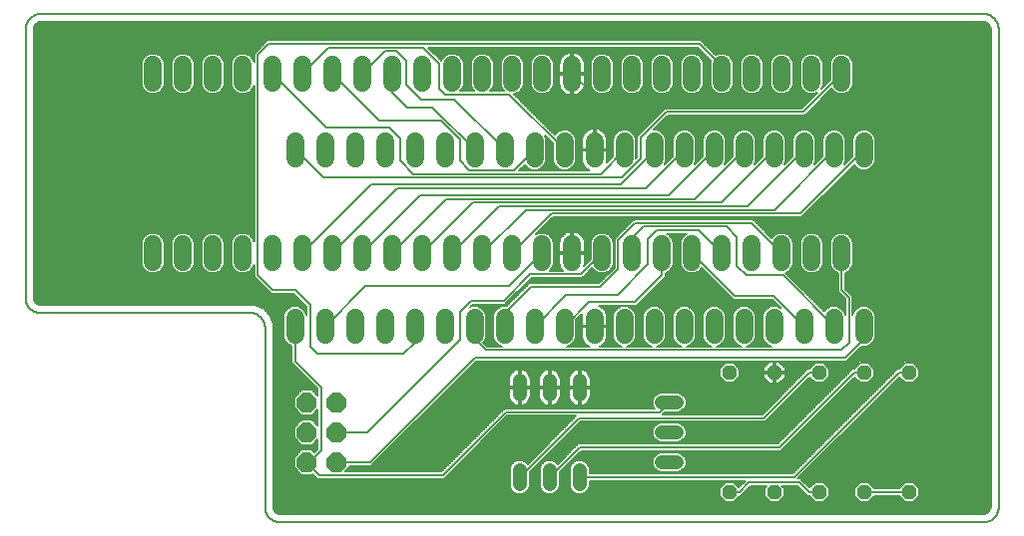
<source format=gtl>
G75*
%MOIN*%
%OFA0B0*%
%FSLAX25Y25*%
%IPPOS*%
%LPD*%
%AMOC8*
5,1,8,0,0,1.08239X$1,22.5*
%
%ADD10C,0.00796*%
%ADD11C,0.05906*%
%ADD12OC8,0.04800*%
%ADD13C,0.04800*%
%ADD14OC8,0.06600*%
%ADD15C,0.00600*%
D10*
X0091300Y0006398D02*
X0091300Y0066398D01*
X0091298Y0066538D01*
X0091292Y0066678D01*
X0091282Y0066818D01*
X0091269Y0066958D01*
X0091251Y0067097D01*
X0091229Y0067236D01*
X0091204Y0067373D01*
X0091175Y0067511D01*
X0091142Y0067647D01*
X0091105Y0067782D01*
X0091064Y0067916D01*
X0091019Y0068049D01*
X0090971Y0068181D01*
X0090919Y0068311D01*
X0090864Y0068440D01*
X0090805Y0068567D01*
X0090742Y0068693D01*
X0090676Y0068817D01*
X0090607Y0068938D01*
X0090534Y0069058D01*
X0090457Y0069176D01*
X0090378Y0069291D01*
X0090295Y0069405D01*
X0090209Y0069515D01*
X0090120Y0069624D01*
X0090028Y0069730D01*
X0089933Y0069833D01*
X0089836Y0069934D01*
X0089735Y0070031D01*
X0089632Y0070126D01*
X0089526Y0070218D01*
X0089417Y0070307D01*
X0089307Y0070393D01*
X0089193Y0070476D01*
X0089078Y0070555D01*
X0088960Y0070632D01*
X0088840Y0070705D01*
X0088719Y0070774D01*
X0088595Y0070840D01*
X0088469Y0070903D01*
X0088342Y0070962D01*
X0088213Y0071017D01*
X0088083Y0071069D01*
X0087951Y0071117D01*
X0087818Y0071162D01*
X0087684Y0071203D01*
X0087549Y0071240D01*
X0087413Y0071273D01*
X0087275Y0071302D01*
X0087138Y0071327D01*
X0086999Y0071349D01*
X0086860Y0071367D01*
X0086720Y0071380D01*
X0086580Y0071390D01*
X0086440Y0071396D01*
X0086300Y0071398D01*
X0016300Y0071398D01*
X0016160Y0071400D01*
X0016020Y0071406D01*
X0015880Y0071416D01*
X0015740Y0071429D01*
X0015601Y0071447D01*
X0015462Y0071469D01*
X0015325Y0071494D01*
X0015187Y0071523D01*
X0015051Y0071556D01*
X0014916Y0071593D01*
X0014782Y0071634D01*
X0014649Y0071679D01*
X0014517Y0071727D01*
X0014387Y0071779D01*
X0014258Y0071834D01*
X0014131Y0071893D01*
X0014005Y0071956D01*
X0013881Y0072022D01*
X0013760Y0072091D01*
X0013640Y0072164D01*
X0013522Y0072241D01*
X0013407Y0072320D01*
X0013293Y0072403D01*
X0013183Y0072489D01*
X0013074Y0072578D01*
X0012968Y0072670D01*
X0012865Y0072765D01*
X0012764Y0072862D01*
X0012667Y0072963D01*
X0012572Y0073066D01*
X0012480Y0073172D01*
X0012391Y0073281D01*
X0012305Y0073391D01*
X0012222Y0073505D01*
X0012143Y0073620D01*
X0012066Y0073738D01*
X0011993Y0073858D01*
X0011924Y0073979D01*
X0011858Y0074103D01*
X0011795Y0074229D01*
X0011736Y0074356D01*
X0011681Y0074485D01*
X0011629Y0074615D01*
X0011581Y0074747D01*
X0011536Y0074880D01*
X0011495Y0075014D01*
X0011458Y0075149D01*
X0011425Y0075285D01*
X0011396Y0075423D01*
X0011371Y0075560D01*
X0011349Y0075699D01*
X0011331Y0075838D01*
X0011318Y0075978D01*
X0011308Y0076118D01*
X0011302Y0076258D01*
X0011300Y0076398D01*
X0011300Y0166398D01*
X0011302Y0166538D01*
X0011308Y0166678D01*
X0011318Y0166818D01*
X0011331Y0166958D01*
X0011349Y0167097D01*
X0011371Y0167236D01*
X0011396Y0167373D01*
X0011425Y0167511D01*
X0011458Y0167647D01*
X0011495Y0167782D01*
X0011536Y0167916D01*
X0011581Y0168049D01*
X0011629Y0168181D01*
X0011681Y0168311D01*
X0011736Y0168440D01*
X0011795Y0168567D01*
X0011858Y0168693D01*
X0011924Y0168817D01*
X0011993Y0168938D01*
X0012066Y0169058D01*
X0012143Y0169176D01*
X0012222Y0169291D01*
X0012305Y0169405D01*
X0012391Y0169515D01*
X0012480Y0169624D01*
X0012572Y0169730D01*
X0012667Y0169833D01*
X0012764Y0169934D01*
X0012865Y0170031D01*
X0012968Y0170126D01*
X0013074Y0170218D01*
X0013183Y0170307D01*
X0013293Y0170393D01*
X0013407Y0170476D01*
X0013522Y0170555D01*
X0013640Y0170632D01*
X0013760Y0170705D01*
X0013881Y0170774D01*
X0014005Y0170840D01*
X0014131Y0170903D01*
X0014258Y0170962D01*
X0014387Y0171017D01*
X0014517Y0171069D01*
X0014649Y0171117D01*
X0014782Y0171162D01*
X0014916Y0171203D01*
X0015051Y0171240D01*
X0015187Y0171273D01*
X0015325Y0171302D01*
X0015462Y0171327D01*
X0015601Y0171349D01*
X0015740Y0171367D01*
X0015880Y0171380D01*
X0016020Y0171390D01*
X0016160Y0171396D01*
X0016300Y0171398D01*
X0331300Y0171398D01*
X0331440Y0171396D01*
X0331580Y0171390D01*
X0331720Y0171380D01*
X0331860Y0171367D01*
X0331999Y0171349D01*
X0332138Y0171327D01*
X0332275Y0171302D01*
X0332413Y0171273D01*
X0332549Y0171240D01*
X0332684Y0171203D01*
X0332818Y0171162D01*
X0332951Y0171117D01*
X0333083Y0171069D01*
X0333213Y0171017D01*
X0333342Y0170962D01*
X0333469Y0170903D01*
X0333595Y0170840D01*
X0333719Y0170774D01*
X0333840Y0170705D01*
X0333960Y0170632D01*
X0334078Y0170555D01*
X0334193Y0170476D01*
X0334307Y0170393D01*
X0334417Y0170307D01*
X0334526Y0170218D01*
X0334632Y0170126D01*
X0334735Y0170031D01*
X0334836Y0169934D01*
X0334933Y0169833D01*
X0335028Y0169730D01*
X0335120Y0169624D01*
X0335209Y0169515D01*
X0335295Y0169405D01*
X0335378Y0169291D01*
X0335457Y0169176D01*
X0335534Y0169058D01*
X0335607Y0168938D01*
X0335676Y0168817D01*
X0335742Y0168693D01*
X0335805Y0168567D01*
X0335864Y0168440D01*
X0335919Y0168311D01*
X0335971Y0168181D01*
X0336019Y0168049D01*
X0336064Y0167916D01*
X0336105Y0167782D01*
X0336142Y0167647D01*
X0336175Y0167511D01*
X0336204Y0167373D01*
X0336229Y0167236D01*
X0336251Y0167097D01*
X0336269Y0166958D01*
X0336282Y0166818D01*
X0336292Y0166678D01*
X0336298Y0166538D01*
X0336300Y0166398D01*
X0336300Y0006398D01*
X0336298Y0006258D01*
X0336292Y0006118D01*
X0336282Y0005978D01*
X0336269Y0005838D01*
X0336251Y0005699D01*
X0336229Y0005560D01*
X0336204Y0005423D01*
X0336175Y0005285D01*
X0336142Y0005149D01*
X0336105Y0005014D01*
X0336064Y0004880D01*
X0336019Y0004747D01*
X0335971Y0004615D01*
X0335919Y0004485D01*
X0335864Y0004356D01*
X0335805Y0004229D01*
X0335742Y0004103D01*
X0335676Y0003979D01*
X0335607Y0003858D01*
X0335534Y0003738D01*
X0335457Y0003620D01*
X0335378Y0003505D01*
X0335295Y0003391D01*
X0335209Y0003281D01*
X0335120Y0003172D01*
X0335028Y0003066D01*
X0334933Y0002963D01*
X0334836Y0002862D01*
X0334735Y0002765D01*
X0334632Y0002670D01*
X0334526Y0002578D01*
X0334417Y0002489D01*
X0334307Y0002403D01*
X0334193Y0002320D01*
X0334078Y0002241D01*
X0333960Y0002164D01*
X0333840Y0002091D01*
X0333719Y0002022D01*
X0333595Y0001956D01*
X0333469Y0001893D01*
X0333342Y0001834D01*
X0333213Y0001779D01*
X0333083Y0001727D01*
X0332951Y0001679D01*
X0332818Y0001634D01*
X0332684Y0001593D01*
X0332549Y0001556D01*
X0332413Y0001523D01*
X0332275Y0001494D01*
X0332138Y0001469D01*
X0331999Y0001447D01*
X0331860Y0001429D01*
X0331720Y0001416D01*
X0331580Y0001406D01*
X0331440Y0001400D01*
X0331300Y0001398D01*
X0096300Y0001398D01*
X0096160Y0001400D01*
X0096020Y0001406D01*
X0095880Y0001416D01*
X0095740Y0001429D01*
X0095601Y0001447D01*
X0095462Y0001469D01*
X0095325Y0001494D01*
X0095187Y0001523D01*
X0095051Y0001556D01*
X0094916Y0001593D01*
X0094782Y0001634D01*
X0094649Y0001679D01*
X0094517Y0001727D01*
X0094387Y0001779D01*
X0094258Y0001834D01*
X0094131Y0001893D01*
X0094005Y0001956D01*
X0093881Y0002022D01*
X0093760Y0002091D01*
X0093640Y0002164D01*
X0093522Y0002241D01*
X0093407Y0002320D01*
X0093293Y0002403D01*
X0093183Y0002489D01*
X0093074Y0002578D01*
X0092968Y0002670D01*
X0092865Y0002765D01*
X0092764Y0002862D01*
X0092667Y0002963D01*
X0092572Y0003066D01*
X0092480Y0003172D01*
X0092391Y0003281D01*
X0092305Y0003391D01*
X0092222Y0003505D01*
X0092143Y0003620D01*
X0092066Y0003738D01*
X0091993Y0003858D01*
X0091924Y0003979D01*
X0091858Y0004103D01*
X0091795Y0004229D01*
X0091736Y0004356D01*
X0091681Y0004485D01*
X0091629Y0004615D01*
X0091581Y0004747D01*
X0091536Y0004880D01*
X0091495Y0005014D01*
X0091458Y0005149D01*
X0091425Y0005285D01*
X0091396Y0005423D01*
X0091371Y0005560D01*
X0091349Y0005699D01*
X0091331Y0005838D01*
X0091318Y0005978D01*
X0091308Y0006118D01*
X0091302Y0006258D01*
X0091300Y0006398D01*
D11*
X0101300Y0063938D02*
X0101300Y0069843D01*
X0111300Y0069843D02*
X0111300Y0063938D01*
X0121300Y0063938D02*
X0121300Y0069843D01*
X0131300Y0069843D02*
X0131300Y0063938D01*
X0141300Y0063938D02*
X0141300Y0069843D01*
X0151300Y0069843D02*
X0151300Y0063938D01*
X0161300Y0063938D02*
X0161300Y0069843D01*
X0171300Y0069843D02*
X0171300Y0063938D01*
X0181300Y0063938D02*
X0181300Y0069843D01*
X0191300Y0069843D02*
X0191300Y0063938D01*
X0201300Y0063938D02*
X0201300Y0069843D01*
X0211300Y0069843D02*
X0211300Y0063938D01*
X0221300Y0063938D02*
X0221300Y0069843D01*
X0231300Y0069843D02*
X0231300Y0063938D01*
X0241300Y0063938D02*
X0241300Y0069843D01*
X0251300Y0069843D02*
X0251300Y0063938D01*
X0261300Y0063938D02*
X0261300Y0069843D01*
X0271300Y0069843D02*
X0271300Y0063938D01*
X0281300Y0063938D02*
X0281300Y0069843D01*
X0291300Y0069843D02*
X0291300Y0063938D01*
X0283800Y0088445D02*
X0283800Y0094351D01*
X0273800Y0094351D02*
X0273800Y0088445D01*
X0263800Y0088445D02*
X0263800Y0094351D01*
X0253800Y0094351D02*
X0253800Y0088445D01*
X0243800Y0088445D02*
X0243800Y0094351D01*
X0233800Y0094351D02*
X0233800Y0088445D01*
X0223800Y0088445D02*
X0223800Y0094351D01*
X0213800Y0094351D02*
X0213800Y0088445D01*
X0203800Y0088445D02*
X0203800Y0094351D01*
X0193800Y0094351D02*
X0193800Y0088445D01*
X0183800Y0088445D02*
X0183800Y0094351D01*
X0173800Y0094351D02*
X0173800Y0088445D01*
X0163800Y0088445D02*
X0163800Y0094351D01*
X0153800Y0094351D02*
X0153800Y0088445D01*
X0143800Y0088445D02*
X0143800Y0094351D01*
X0133800Y0094351D02*
X0133800Y0088445D01*
X0123800Y0088445D02*
X0123800Y0094351D01*
X0113800Y0094351D02*
X0113800Y0088445D01*
X0103800Y0088445D02*
X0103800Y0094351D01*
X0093800Y0094351D02*
X0093800Y0088445D01*
X0083800Y0088445D02*
X0083800Y0094351D01*
X0073800Y0094351D02*
X0073800Y0088445D01*
X0063800Y0088445D02*
X0063800Y0094351D01*
X0053800Y0094351D02*
X0053800Y0088445D01*
X0101300Y0122953D02*
X0101300Y0128859D01*
X0111300Y0128859D02*
X0111300Y0122953D01*
X0121300Y0122953D02*
X0121300Y0128859D01*
X0131300Y0128859D02*
X0131300Y0122953D01*
X0141300Y0122953D02*
X0141300Y0128859D01*
X0151300Y0128859D02*
X0151300Y0122953D01*
X0161300Y0122953D02*
X0161300Y0128859D01*
X0171300Y0128859D02*
X0171300Y0122953D01*
X0181300Y0122953D02*
X0181300Y0128859D01*
X0191300Y0128859D02*
X0191300Y0122953D01*
X0201300Y0122953D02*
X0201300Y0128859D01*
X0211300Y0128859D02*
X0211300Y0122953D01*
X0221300Y0122953D02*
X0221300Y0128859D01*
X0231300Y0128859D02*
X0231300Y0122953D01*
X0241300Y0122953D02*
X0241300Y0128859D01*
X0251300Y0128859D02*
X0251300Y0122953D01*
X0261300Y0122953D02*
X0261300Y0128859D01*
X0271300Y0128859D02*
X0271300Y0122953D01*
X0281300Y0122953D02*
X0281300Y0128859D01*
X0291300Y0128859D02*
X0291300Y0122953D01*
X0283800Y0148445D02*
X0283800Y0154351D01*
X0273800Y0154351D02*
X0273800Y0148445D01*
X0263800Y0148445D02*
X0263800Y0154351D01*
X0253800Y0154351D02*
X0253800Y0148445D01*
X0243800Y0148445D02*
X0243800Y0154351D01*
X0233800Y0154351D02*
X0233800Y0148445D01*
X0223800Y0148445D02*
X0223800Y0154351D01*
X0213800Y0154351D02*
X0213800Y0148445D01*
X0203800Y0148445D02*
X0203800Y0154351D01*
X0193800Y0154351D02*
X0193800Y0148445D01*
X0183800Y0148445D02*
X0183800Y0154351D01*
X0173800Y0154351D02*
X0173800Y0148445D01*
X0163800Y0148445D02*
X0163800Y0154351D01*
X0153800Y0154351D02*
X0153800Y0148445D01*
X0143800Y0148445D02*
X0143800Y0154351D01*
X0133800Y0154351D02*
X0133800Y0148445D01*
X0123800Y0148445D02*
X0123800Y0154351D01*
X0113800Y0154351D02*
X0113800Y0148445D01*
X0103800Y0148445D02*
X0103800Y0154351D01*
X0093800Y0154351D02*
X0093800Y0148445D01*
X0083800Y0148445D02*
X0083800Y0154351D01*
X0073800Y0154351D02*
X0073800Y0148445D01*
X0063800Y0148445D02*
X0063800Y0154351D01*
X0053800Y0154351D02*
X0053800Y0148445D01*
D12*
X0246300Y0051398D03*
X0261300Y0051398D03*
X0276300Y0051398D03*
X0291300Y0051398D03*
X0306300Y0051398D03*
X0306300Y0011398D03*
X0291300Y0011398D03*
X0276300Y0011398D03*
X0261300Y0011398D03*
X0246300Y0011398D03*
D13*
X0228700Y0021398D02*
X0223900Y0021398D01*
X0223900Y0031398D02*
X0228700Y0031398D01*
X0228700Y0041398D02*
X0223900Y0041398D01*
X0196300Y0043998D02*
X0196300Y0048798D01*
X0186300Y0048798D02*
X0186300Y0043998D01*
X0176300Y0043998D02*
X0176300Y0048798D01*
X0176300Y0018798D02*
X0176300Y0013998D01*
X0186300Y0013998D02*
X0186300Y0018798D01*
X0196300Y0018798D02*
X0196300Y0013998D01*
D14*
X0115237Y0021398D03*
X0105237Y0021398D03*
X0105237Y0031398D03*
X0115237Y0031398D03*
X0115237Y0041398D03*
X0105237Y0041398D03*
D15*
X0102190Y0038506D02*
X0093998Y0038506D01*
X0093998Y0039104D02*
X0101591Y0039104D01*
X0101037Y0039659D02*
X0103497Y0037198D01*
X0106977Y0037198D01*
X0108850Y0039072D01*
X0108850Y0033725D01*
X0106977Y0035598D01*
X0103497Y0035598D01*
X0101037Y0033138D01*
X0101037Y0029659D01*
X0103497Y0027198D01*
X0106977Y0027198D01*
X0108850Y0029072D01*
X0108850Y0025842D01*
X0108525Y0025517D01*
X0107791Y0024784D01*
X0106977Y0025598D01*
X0103497Y0025598D01*
X0101037Y0023138D01*
X0101037Y0019659D01*
X0103497Y0017198D01*
X0106977Y0017198D01*
X0107227Y0017449D01*
X0108801Y0015875D01*
X0151184Y0015875D01*
X0172206Y0036898D01*
X0195103Y0036898D01*
X0178985Y0020780D01*
X0178169Y0021596D01*
X0176956Y0022098D01*
X0175644Y0022098D01*
X0174431Y0021596D01*
X0173502Y0020668D01*
X0173000Y0019455D01*
X0173000Y0013342D01*
X0173502Y0012129D01*
X0174431Y0011201D01*
X0175644Y0010698D01*
X0176956Y0010698D01*
X0178169Y0011201D01*
X0179098Y0012129D01*
X0179600Y0013342D01*
X0179600Y0018001D01*
X0196622Y0035023D01*
X0258321Y0035023D01*
X0259024Y0035726D01*
X0273165Y0049866D01*
X0274933Y0048098D01*
X0277667Y0048098D01*
X0279600Y0050031D01*
X0279600Y0052765D01*
X0277667Y0054698D01*
X0274933Y0054698D01*
X0273000Y0052765D01*
X0273000Y0052598D01*
X0272503Y0052598D01*
X0257327Y0037423D01*
X0224022Y0037423D01*
X0224697Y0038098D01*
X0229356Y0038098D01*
X0230569Y0038601D01*
X0231498Y0039529D01*
X0232000Y0040742D01*
X0232000Y0042055D01*
X0231498Y0043268D01*
X0230569Y0044196D01*
X0229356Y0044698D01*
X0223244Y0044698D01*
X0222031Y0044196D01*
X0221102Y0043268D01*
X0220600Y0042055D01*
X0220600Y0040742D01*
X0221102Y0039529D01*
X0221334Y0039298D01*
X0171212Y0039298D01*
X0170509Y0038595D01*
X0150190Y0018275D01*
X0118053Y0018275D01*
X0119437Y0019659D01*
X0119437Y0020198D01*
X0126797Y0020198D01*
X0127500Y0020901D01*
X0161782Y0055184D01*
X0285532Y0055184D01*
X0290463Y0060114D01*
X0290534Y0060085D01*
X0292066Y0060085D01*
X0293482Y0060671D01*
X0294566Y0061755D01*
X0295153Y0063171D01*
X0295153Y0070609D01*
X0294566Y0072026D01*
X0293482Y0073109D01*
X0292066Y0073696D01*
X0290534Y0073696D01*
X0289118Y0073109D01*
X0288034Y0072026D01*
X0287500Y0070737D01*
X0287500Y0076895D01*
X0286797Y0077598D01*
X0285000Y0079395D01*
X0285000Y0084772D01*
X0285982Y0085179D01*
X0287066Y0086263D01*
X0287653Y0087679D01*
X0287653Y0095117D01*
X0287066Y0096533D01*
X0285982Y0097617D01*
X0284566Y0098204D01*
X0283034Y0098204D01*
X0281618Y0097617D01*
X0280534Y0096533D01*
X0279947Y0095117D01*
X0279947Y0087679D01*
X0280534Y0086263D01*
X0281618Y0085179D01*
X0282600Y0084772D01*
X0282600Y0078401D01*
X0285100Y0075901D01*
X0285100Y0070737D01*
X0284566Y0072026D01*
X0283482Y0073109D01*
X0282066Y0073696D01*
X0280534Y0073696D01*
X0279118Y0073109D01*
X0278034Y0072026D01*
X0277983Y0071904D01*
X0265081Y0084806D01*
X0265982Y0085179D01*
X0267066Y0086263D01*
X0267653Y0087679D01*
X0267653Y0095117D01*
X0267066Y0096533D01*
X0265982Y0097617D01*
X0264566Y0098204D01*
X0263034Y0098204D01*
X0261618Y0097617D01*
X0260534Y0096533D01*
X0260483Y0096412D01*
X0254954Y0101942D01*
X0254251Y0102645D01*
X0214410Y0102645D01*
X0208660Y0096895D01*
X0207957Y0096192D01*
X0207957Y0086473D01*
X0202714Y0081230D01*
X0179435Y0081230D01*
X0171901Y0073696D01*
X0170534Y0073696D01*
X0169118Y0073109D01*
X0168034Y0072026D01*
X0167447Y0070609D01*
X0167447Y0063171D01*
X0168034Y0061755D01*
X0169118Y0060671D01*
X0170501Y0060098D01*
X0165547Y0060098D01*
X0164228Y0061417D01*
X0164566Y0061755D01*
X0165153Y0063171D01*
X0165153Y0070609D01*
X0164566Y0072026D01*
X0163482Y0073109D01*
X0162066Y0073696D01*
X0160534Y0073696D01*
X0159878Y0073424D01*
X0160663Y0074209D01*
X0171465Y0074209D01*
X0172168Y0074912D01*
X0180385Y0083129D01*
X0197228Y0083129D01*
X0197931Y0083832D01*
X0200483Y0086385D01*
X0200534Y0086263D01*
X0201618Y0085179D01*
X0203034Y0084593D01*
X0204566Y0084593D01*
X0205982Y0085179D01*
X0207066Y0086263D01*
X0207653Y0087679D01*
X0207653Y0095117D01*
X0207066Y0096533D01*
X0205982Y0097617D01*
X0204566Y0098204D01*
X0203034Y0098204D01*
X0201618Y0097617D01*
X0200534Y0096533D01*
X0199947Y0095117D01*
X0199947Y0089243D01*
X0197849Y0087144D01*
X0197948Y0087450D01*
X0198053Y0088111D01*
X0198053Y0091098D01*
X0194100Y0091098D01*
X0194100Y0091698D01*
X0198053Y0091698D01*
X0198053Y0094686D01*
X0197948Y0095347D01*
X0197741Y0095983D01*
X0197437Y0096580D01*
X0197044Y0097121D01*
X0196570Y0097595D01*
X0196029Y0097988D01*
X0195432Y0098292D01*
X0194796Y0098499D01*
X0194135Y0098604D01*
X0194100Y0098604D01*
X0194100Y0091698D01*
X0193500Y0091698D01*
X0193500Y0091098D01*
X0189547Y0091098D01*
X0189547Y0088111D01*
X0189652Y0087450D01*
X0189859Y0086813D01*
X0190163Y0086217D01*
X0190556Y0085675D01*
X0190702Y0085529D01*
X0186332Y0085529D01*
X0187066Y0086263D01*
X0187653Y0087679D01*
X0187653Y0095117D01*
X0187066Y0096533D01*
X0185982Y0097617D01*
X0184566Y0098204D01*
X0183034Y0098204D01*
X0181786Y0097687D01*
X0187584Y0103485D01*
X0270576Y0103485D01*
X0287983Y0120892D01*
X0288034Y0120771D01*
X0289118Y0119687D01*
X0290534Y0119101D01*
X0292066Y0119101D01*
X0293482Y0119687D01*
X0294566Y0120771D01*
X0295153Y0122187D01*
X0295153Y0129625D01*
X0294566Y0131041D01*
X0293482Y0132125D01*
X0292066Y0132712D01*
X0290534Y0132712D01*
X0289118Y0132125D01*
X0288034Y0131041D01*
X0287447Y0129625D01*
X0287447Y0123750D01*
X0284636Y0120939D01*
X0285153Y0122187D01*
X0285153Y0129625D01*
X0284566Y0131041D01*
X0283482Y0132125D01*
X0282066Y0132712D01*
X0280534Y0132712D01*
X0279118Y0132125D01*
X0278034Y0131041D01*
X0277447Y0129625D01*
X0277447Y0123750D01*
X0274636Y0120939D01*
X0275153Y0122187D01*
X0275153Y0129625D01*
X0274566Y0131041D01*
X0273482Y0132125D01*
X0272066Y0132712D01*
X0270534Y0132712D01*
X0269118Y0132125D01*
X0268034Y0131041D01*
X0267447Y0129625D01*
X0267447Y0123750D01*
X0264636Y0120939D01*
X0265153Y0122187D01*
X0265153Y0129625D01*
X0264566Y0131041D01*
X0263482Y0132125D01*
X0262066Y0132712D01*
X0260534Y0132712D01*
X0259118Y0132125D01*
X0258034Y0131041D01*
X0257447Y0129625D01*
X0257447Y0123750D01*
X0254636Y0120939D01*
X0255153Y0122187D01*
X0255153Y0129625D01*
X0254566Y0131041D01*
X0253482Y0132125D01*
X0252066Y0132712D01*
X0250534Y0132712D01*
X0249118Y0132125D01*
X0248034Y0131041D01*
X0247447Y0129625D01*
X0247447Y0123750D01*
X0244636Y0120939D01*
X0245153Y0122187D01*
X0245153Y0129625D01*
X0244566Y0131041D01*
X0243482Y0132125D01*
X0242066Y0132712D01*
X0240534Y0132712D01*
X0239118Y0132125D01*
X0238034Y0131041D01*
X0237447Y0129625D01*
X0237447Y0123750D01*
X0234636Y0120939D01*
X0235153Y0122187D01*
X0235153Y0129625D01*
X0234566Y0131041D01*
X0233482Y0132125D01*
X0232066Y0132712D01*
X0230534Y0132712D01*
X0229118Y0132125D01*
X0228034Y0131041D01*
X0227447Y0129625D01*
X0227447Y0123750D01*
X0224636Y0120939D01*
X0225153Y0122187D01*
X0225153Y0129625D01*
X0224566Y0131041D01*
X0223482Y0132125D01*
X0222066Y0132712D01*
X0221134Y0132712D01*
X0225890Y0137467D01*
X0271566Y0137467D01*
X0272269Y0138170D01*
X0280483Y0146385D01*
X0280534Y0146263D01*
X0281618Y0145179D01*
X0283034Y0144593D01*
X0284566Y0144593D01*
X0285982Y0145179D01*
X0287066Y0146263D01*
X0287653Y0147679D01*
X0287653Y0155117D01*
X0287066Y0156533D01*
X0285982Y0157617D01*
X0284566Y0158204D01*
X0283034Y0158204D01*
X0281618Y0157617D01*
X0280534Y0156533D01*
X0279947Y0155117D01*
X0279947Y0149243D01*
X0277136Y0146431D01*
X0277653Y0147679D01*
X0277653Y0155117D01*
X0277066Y0156533D01*
X0275982Y0157617D01*
X0274566Y0158204D01*
X0273034Y0158204D01*
X0271618Y0157617D01*
X0270534Y0156533D01*
X0269947Y0155117D01*
X0269947Y0147679D01*
X0270534Y0146263D01*
X0271618Y0145179D01*
X0273034Y0144593D01*
X0274566Y0144593D01*
X0275814Y0145110D01*
X0270572Y0139867D01*
X0224895Y0139867D01*
X0216228Y0131199D01*
X0215525Y0130496D01*
X0215525Y0123425D01*
X0215153Y0123053D01*
X0215153Y0129625D01*
X0214566Y0131041D01*
X0213482Y0132125D01*
X0212066Y0132712D01*
X0210534Y0132712D01*
X0209118Y0132125D01*
X0208034Y0131041D01*
X0207447Y0129625D01*
X0207447Y0123750D01*
X0205349Y0121652D01*
X0205448Y0121957D01*
X0205553Y0122619D01*
X0205553Y0125606D01*
X0201600Y0125606D01*
X0201600Y0126206D01*
X0205553Y0126206D01*
X0205553Y0129194D01*
X0205448Y0129855D01*
X0205241Y0130491D01*
X0204937Y0131088D01*
X0204544Y0131629D01*
X0204070Y0132103D01*
X0203529Y0132496D01*
X0202932Y0132800D01*
X0202296Y0133007D01*
X0201635Y0133112D01*
X0201600Y0133112D01*
X0201600Y0126206D01*
X0201000Y0126206D01*
X0201000Y0125606D01*
X0197047Y0125606D01*
X0197047Y0122619D01*
X0197152Y0121957D01*
X0197359Y0121321D01*
X0197663Y0120724D01*
X0198056Y0120183D01*
X0198530Y0119710D01*
X0199071Y0119316D01*
X0199524Y0119085D01*
X0176176Y0119085D01*
X0177983Y0120892D01*
X0178034Y0120771D01*
X0179118Y0119687D01*
X0180534Y0119101D01*
X0182066Y0119101D01*
X0183482Y0119687D01*
X0184566Y0120771D01*
X0185153Y0122187D01*
X0185153Y0129625D01*
X0184636Y0130873D01*
X0187447Y0128062D01*
X0187447Y0122187D01*
X0188034Y0120771D01*
X0189118Y0119687D01*
X0190534Y0119101D01*
X0192066Y0119101D01*
X0193482Y0119687D01*
X0194566Y0120771D01*
X0195153Y0122187D01*
X0195153Y0129625D01*
X0194566Y0131041D01*
X0193482Y0132125D01*
X0192066Y0132712D01*
X0190534Y0132712D01*
X0189118Y0132125D01*
X0188034Y0131041D01*
X0187983Y0130920D01*
X0174310Y0144593D01*
X0174566Y0144593D01*
X0175982Y0145179D01*
X0177066Y0146263D01*
X0177653Y0147679D01*
X0177653Y0155117D01*
X0177066Y0156533D01*
X0175982Y0157617D01*
X0174566Y0158204D01*
X0173034Y0158204D01*
X0171618Y0157617D01*
X0170534Y0156533D01*
X0169947Y0155117D01*
X0169947Y0147679D01*
X0170534Y0146263D01*
X0171196Y0145601D01*
X0166404Y0145601D01*
X0167066Y0146263D01*
X0167653Y0147679D01*
X0167653Y0155117D01*
X0167066Y0156533D01*
X0165982Y0157617D01*
X0164566Y0158204D01*
X0163034Y0158204D01*
X0161618Y0157617D01*
X0160534Y0156533D01*
X0159947Y0155117D01*
X0159947Y0147679D01*
X0160534Y0146263D01*
X0161196Y0145601D01*
X0156404Y0145601D01*
X0157066Y0146263D01*
X0157653Y0147679D01*
X0157653Y0155117D01*
X0157066Y0156533D01*
X0155982Y0157617D01*
X0154566Y0158204D01*
X0153034Y0158204D01*
X0151618Y0157617D01*
X0150534Y0156533D01*
X0150205Y0155740D01*
X0149971Y0155975D01*
X0145747Y0160198D01*
X0235803Y0160198D01*
X0240222Y0155780D01*
X0239947Y0155117D01*
X0239947Y0147679D01*
X0240534Y0146263D01*
X0241618Y0145179D01*
X0243034Y0144593D01*
X0244566Y0144593D01*
X0245982Y0145179D01*
X0247066Y0146263D01*
X0247653Y0147679D01*
X0247653Y0155117D01*
X0247066Y0156533D01*
X0245982Y0157617D01*
X0244566Y0158204D01*
X0243034Y0158204D01*
X0241731Y0157664D01*
X0237500Y0161895D01*
X0236797Y0162598D01*
X0092053Y0162598D01*
X0088303Y0158848D01*
X0087600Y0158145D01*
X0087600Y0155245D01*
X0087066Y0156533D01*
X0085982Y0157617D01*
X0084566Y0158204D01*
X0083034Y0158204D01*
X0081618Y0157617D01*
X0080534Y0156533D01*
X0079947Y0155117D01*
X0079947Y0147679D01*
X0080534Y0146263D01*
X0081618Y0145179D01*
X0083034Y0144593D01*
X0084566Y0144593D01*
X0085982Y0145179D01*
X0087066Y0146263D01*
X0087600Y0147552D01*
X0087600Y0095245D01*
X0087066Y0096533D01*
X0085982Y0097617D01*
X0084566Y0098204D01*
X0083034Y0098204D01*
X0081618Y0097617D01*
X0080534Y0096533D01*
X0079947Y0095117D01*
X0079947Y0087679D01*
X0080534Y0086263D01*
X0081618Y0085179D01*
X0083034Y0084593D01*
X0084566Y0084593D01*
X0085982Y0085179D01*
X0087066Y0086263D01*
X0087600Y0087552D01*
X0087600Y0083401D01*
X0092600Y0078401D01*
X0093303Y0077698D01*
X0100803Y0077698D01*
X0105100Y0073401D01*
X0105100Y0070737D01*
X0104566Y0072026D01*
X0103482Y0073109D01*
X0102066Y0073696D01*
X0100534Y0073696D01*
X0099118Y0073109D01*
X0098034Y0072026D01*
X0097447Y0070609D01*
X0097447Y0063171D01*
X0098034Y0061755D01*
X0099118Y0060671D01*
X0100100Y0060264D01*
X0100100Y0054651D01*
X0108850Y0045901D01*
X0108850Y0043725D01*
X0106977Y0045598D01*
X0103497Y0045598D01*
X0101037Y0043138D01*
X0101037Y0039659D01*
X0101037Y0039703D02*
X0093998Y0039703D01*
X0093998Y0040301D02*
X0101037Y0040301D01*
X0101037Y0040900D02*
X0093998Y0040900D01*
X0093998Y0041498D02*
X0101037Y0041498D01*
X0101037Y0042097D02*
X0093998Y0042097D01*
X0093998Y0042696D02*
X0101037Y0042696D01*
X0101193Y0043294D02*
X0093998Y0043294D01*
X0093998Y0043893D02*
X0101792Y0043893D01*
X0102390Y0044491D02*
X0093998Y0044491D01*
X0093998Y0045090D02*
X0102989Y0045090D01*
X0107485Y0045090D02*
X0108850Y0045090D01*
X0108850Y0045688D02*
X0093998Y0045688D01*
X0093998Y0046287D02*
X0108465Y0046287D01*
X0107866Y0046885D02*
X0093998Y0046885D01*
X0093998Y0047484D02*
X0107268Y0047484D01*
X0106669Y0048082D02*
X0093998Y0048082D01*
X0093998Y0048681D02*
X0106071Y0048681D01*
X0105472Y0049279D02*
X0093998Y0049279D01*
X0093998Y0049878D02*
X0104874Y0049878D01*
X0104275Y0050476D02*
X0093998Y0050476D01*
X0093998Y0051075D02*
X0103677Y0051075D01*
X0103078Y0051673D02*
X0093998Y0051673D01*
X0093998Y0052272D02*
X0102479Y0052272D01*
X0101881Y0052870D02*
X0093998Y0052870D01*
X0093998Y0053469D02*
X0101282Y0053469D01*
X0100684Y0054067D02*
X0093998Y0054067D01*
X0093998Y0054666D02*
X0100100Y0054666D01*
X0100100Y0055264D02*
X0093998Y0055264D01*
X0093998Y0055863D02*
X0100100Y0055863D01*
X0100100Y0056461D02*
X0093998Y0056461D01*
X0093998Y0057060D02*
X0100100Y0057060D01*
X0100100Y0057658D02*
X0093998Y0057658D01*
X0093998Y0058257D02*
X0100100Y0058257D01*
X0100100Y0058855D02*
X0093998Y0058855D01*
X0093998Y0059454D02*
X0100100Y0059454D01*
X0100100Y0060052D02*
X0093998Y0060052D01*
X0093998Y0060651D02*
X0099167Y0060651D01*
X0098540Y0061249D02*
X0093998Y0061249D01*
X0093998Y0061848D02*
X0097995Y0061848D01*
X0097747Y0062446D02*
X0093998Y0062446D01*
X0093998Y0063045D02*
X0097500Y0063045D01*
X0097447Y0063643D02*
X0093998Y0063643D01*
X0093998Y0064242D02*
X0097447Y0064242D01*
X0097447Y0064840D02*
X0093998Y0064840D01*
X0093998Y0065439D02*
X0097447Y0065439D01*
X0097447Y0066037D02*
X0093998Y0066037D01*
X0093998Y0066636D02*
X0097447Y0066636D01*
X0097447Y0067234D02*
X0093998Y0067234D01*
X0093998Y0067833D02*
X0097447Y0067833D01*
X0097447Y0068431D02*
X0093790Y0068431D01*
X0093998Y0067930D02*
X0092826Y0070759D01*
X0090661Y0072924D01*
X0090661Y0072924D01*
X0087831Y0074096D01*
X0016300Y0074096D01*
X0015851Y0074141D01*
X0015021Y0074484D01*
X0015021Y0074484D01*
X0014386Y0075119D01*
X0014042Y0075949D01*
X0013998Y0076398D01*
X0013998Y0166398D01*
X0014042Y0166847D01*
X0014386Y0167677D01*
X0015021Y0168312D01*
X0015851Y0168656D01*
X0016300Y0168700D01*
X0331300Y0168700D01*
X0331749Y0168656D01*
X0332579Y0168312D01*
X0333214Y0167677D01*
X0333558Y0166847D01*
X0333602Y0166398D01*
X0333602Y0006398D01*
X0333558Y0005949D01*
X0333214Y0005119D01*
X0332579Y0004484D01*
X0331749Y0004141D01*
X0331300Y0004096D01*
X0096300Y0004096D01*
X0095851Y0004141D01*
X0095021Y0004484D01*
X0094386Y0005119D01*
X0094042Y0005949D01*
X0093998Y0006398D01*
X0093998Y0067930D01*
X0093542Y0069030D02*
X0097447Y0069030D01*
X0097447Y0069629D02*
X0093294Y0069629D01*
X0093047Y0070227D02*
X0097447Y0070227D01*
X0097537Y0070826D02*
X0092760Y0070826D01*
X0092826Y0070759D02*
X0092826Y0070759D01*
X0092161Y0071424D02*
X0097785Y0071424D01*
X0098033Y0072023D02*
X0091563Y0072023D01*
X0090964Y0072621D02*
X0098629Y0072621D01*
X0099384Y0073220D02*
X0089948Y0073220D01*
X0088503Y0073818D02*
X0104683Y0073818D01*
X0105100Y0073220D02*
X0103216Y0073220D01*
X0103971Y0072621D02*
X0105100Y0072621D01*
X0105100Y0072023D02*
X0104567Y0072023D01*
X0104815Y0071424D02*
X0105100Y0071424D01*
X0105100Y0070826D02*
X0105063Y0070826D01*
X0106300Y0073898D02*
X0106300Y0060148D01*
X0108800Y0057648D01*
X0137550Y0057648D01*
X0141300Y0061398D01*
X0141300Y0066890D01*
X0156521Y0062459D02*
X0125460Y0031398D01*
X0115500Y0031398D01*
X0115237Y0031398D01*
X0108850Y0028930D02*
X0108708Y0028930D01*
X0108850Y0028331D02*
X0108110Y0028331D01*
X0107511Y0027733D02*
X0108850Y0027733D01*
X0108850Y0027134D02*
X0093998Y0027134D01*
X0093998Y0026536D02*
X0108850Y0026536D01*
X0108850Y0025937D02*
X0093998Y0025937D01*
X0093998Y0025339D02*
X0103238Y0025339D01*
X0102639Y0024740D02*
X0093998Y0024740D01*
X0093998Y0024142D02*
X0102041Y0024142D01*
X0101442Y0023543D02*
X0093998Y0023543D01*
X0093998Y0022945D02*
X0101037Y0022945D01*
X0101037Y0022346D02*
X0093998Y0022346D01*
X0093998Y0021748D02*
X0101037Y0021748D01*
X0101037Y0021149D02*
X0093998Y0021149D01*
X0093998Y0020551D02*
X0101037Y0020551D01*
X0101037Y0019952D02*
X0093998Y0019952D01*
X0093998Y0019354D02*
X0101342Y0019354D01*
X0101940Y0018755D02*
X0093998Y0018755D01*
X0093998Y0018157D02*
X0102539Y0018157D01*
X0103137Y0017558D02*
X0093998Y0017558D01*
X0093998Y0016960D02*
X0107717Y0016960D01*
X0108315Y0016361D02*
X0093998Y0016361D01*
X0093998Y0015762D02*
X0173000Y0015762D01*
X0173000Y0015164D02*
X0093998Y0015164D01*
X0093998Y0014565D02*
X0173000Y0014565D01*
X0173000Y0013967D02*
X0093998Y0013967D01*
X0093998Y0013368D02*
X0173000Y0013368D01*
X0173237Y0012770D02*
X0093998Y0012770D01*
X0093998Y0012171D02*
X0173485Y0012171D01*
X0174058Y0011573D02*
X0093998Y0011573D01*
X0093998Y0010974D02*
X0174977Y0010974D01*
X0177623Y0010974D02*
X0184977Y0010974D01*
X0184431Y0011201D02*
X0185644Y0010698D01*
X0186956Y0010698D01*
X0188169Y0011201D01*
X0189098Y0012129D01*
X0189600Y0013342D01*
X0189600Y0018001D01*
X0196797Y0025198D01*
X0263497Y0025198D01*
X0288165Y0049866D01*
X0289933Y0048098D01*
X0292667Y0048098D01*
X0294600Y0050031D01*
X0294600Y0052765D01*
X0292667Y0054698D01*
X0289933Y0054698D01*
X0288000Y0052765D01*
X0288000Y0052598D01*
X0287503Y0052598D01*
X0262503Y0027598D01*
X0195803Y0027598D01*
X0195100Y0026895D01*
X0188985Y0020780D01*
X0188169Y0021596D01*
X0186956Y0022098D01*
X0185644Y0022098D01*
X0184431Y0021596D01*
X0183502Y0020668D01*
X0183000Y0019455D01*
X0183000Y0013342D01*
X0183502Y0012129D01*
X0184431Y0011201D01*
X0184058Y0011573D02*
X0178542Y0011573D01*
X0179115Y0012171D02*
X0183485Y0012171D01*
X0183237Y0012770D02*
X0179363Y0012770D01*
X0179600Y0013368D02*
X0183000Y0013368D01*
X0183000Y0013967D02*
X0179600Y0013967D01*
X0179600Y0014565D02*
X0183000Y0014565D01*
X0183000Y0015164D02*
X0179600Y0015164D01*
X0179600Y0015762D02*
X0183000Y0015762D01*
X0183000Y0016361D02*
X0179600Y0016361D01*
X0179600Y0016960D02*
X0183000Y0016960D01*
X0183000Y0017558D02*
X0179600Y0017558D01*
X0179755Y0018157D02*
X0183000Y0018157D01*
X0183000Y0018755D02*
X0180354Y0018755D01*
X0180952Y0019354D02*
X0183000Y0019354D01*
X0183206Y0019952D02*
X0181551Y0019952D01*
X0182149Y0020551D02*
X0183454Y0020551D01*
X0183984Y0021149D02*
X0182748Y0021149D01*
X0183346Y0021748D02*
X0184797Y0021748D01*
X0183945Y0022346D02*
X0190551Y0022346D01*
X0191149Y0022945D02*
X0184543Y0022945D01*
X0185142Y0023543D02*
X0191748Y0023543D01*
X0192346Y0024142D02*
X0185740Y0024142D01*
X0186339Y0024740D02*
X0192945Y0024740D01*
X0193543Y0025339D02*
X0186937Y0025339D01*
X0187536Y0025937D02*
X0194142Y0025937D01*
X0194740Y0026536D02*
X0188135Y0026536D01*
X0188733Y0027134D02*
X0195339Y0027134D01*
X0196300Y0026398D02*
X0263000Y0026398D01*
X0288000Y0051398D01*
X0291300Y0051398D01*
X0294600Y0051673D02*
X0301578Y0051673D01*
X0302176Y0052272D02*
X0294600Y0052272D01*
X0294495Y0052870D02*
X0303105Y0052870D01*
X0303000Y0052765D02*
X0303000Y0052598D01*
X0302503Y0052598D01*
X0267503Y0017598D01*
X0199600Y0017598D01*
X0199600Y0019455D01*
X0199098Y0020668D01*
X0198169Y0021596D01*
X0196956Y0022098D01*
X0195644Y0022098D01*
X0194431Y0021596D01*
X0193502Y0020668D01*
X0193000Y0019455D01*
X0193000Y0013342D01*
X0193502Y0012129D01*
X0194431Y0011201D01*
X0195644Y0010698D01*
X0196956Y0010698D01*
X0198169Y0011201D01*
X0199098Y0012129D01*
X0199600Y0013342D01*
X0199600Y0015198D01*
X0251703Y0015198D01*
X0249435Y0012930D01*
X0247667Y0014698D01*
X0244933Y0014698D01*
X0243000Y0012765D01*
X0243000Y0010031D01*
X0244933Y0008098D01*
X0247667Y0008098D01*
X0249600Y0010031D01*
X0249600Y0010198D01*
X0250097Y0010198D01*
X0253398Y0013499D01*
X0258734Y0013499D01*
X0258000Y0012765D01*
X0258000Y0010031D01*
X0259933Y0008098D01*
X0262667Y0008098D01*
X0264600Y0010031D01*
X0264600Y0012765D01*
X0263866Y0013499D01*
X0269202Y0013499D01*
X0272503Y0010198D01*
X0273000Y0010198D01*
X0273000Y0010031D01*
X0274933Y0008098D01*
X0277667Y0008098D01*
X0279600Y0010031D01*
X0279600Y0012765D01*
X0277667Y0014698D01*
X0274933Y0014698D01*
X0273165Y0012930D01*
X0270899Y0015196D01*
X0270196Y0015899D01*
X0269197Y0015899D01*
X0303165Y0049866D01*
X0304933Y0048098D01*
X0307667Y0048098D01*
X0309600Y0050031D01*
X0309600Y0052765D01*
X0307667Y0054698D01*
X0304933Y0054698D01*
X0303000Y0052765D01*
X0303704Y0053469D02*
X0293896Y0053469D01*
X0293298Y0054067D02*
X0304302Y0054067D01*
X0304901Y0054666D02*
X0292699Y0054666D01*
X0289901Y0054666D02*
X0277699Y0054666D01*
X0278298Y0054067D02*
X0289302Y0054067D01*
X0288704Y0053469D02*
X0278896Y0053469D01*
X0279495Y0052870D02*
X0288105Y0052870D01*
X0287176Y0052272D02*
X0279600Y0052272D01*
X0279600Y0051673D02*
X0286578Y0051673D01*
X0285979Y0051075D02*
X0279600Y0051075D01*
X0279600Y0050476D02*
X0285380Y0050476D01*
X0284782Y0049878D02*
X0279446Y0049878D01*
X0278848Y0049279D02*
X0284183Y0049279D01*
X0283585Y0048681D02*
X0278249Y0048681D01*
X0276300Y0051398D02*
X0273000Y0051398D01*
X0257824Y0036223D01*
X0196125Y0036223D01*
X0176300Y0016398D01*
X0173000Y0016361D02*
X0151670Y0016361D01*
X0152268Y0016960D02*
X0173000Y0016960D01*
X0173000Y0017558D02*
X0152867Y0017558D01*
X0153465Y0018157D02*
X0173000Y0018157D01*
X0173000Y0018755D02*
X0154064Y0018755D01*
X0154662Y0019354D02*
X0173000Y0019354D01*
X0173206Y0019952D02*
X0155261Y0019952D01*
X0155859Y0020551D02*
X0173454Y0020551D01*
X0173984Y0021149D02*
X0156458Y0021149D01*
X0157056Y0021748D02*
X0174797Y0021748D01*
X0177803Y0021748D02*
X0179952Y0021748D01*
X0180551Y0022346D02*
X0157655Y0022346D01*
X0158253Y0022945D02*
X0181149Y0022945D01*
X0181748Y0023543D02*
X0158852Y0023543D01*
X0159450Y0024142D02*
X0182346Y0024142D01*
X0182945Y0024740D02*
X0160049Y0024740D01*
X0160647Y0025339D02*
X0183543Y0025339D01*
X0184142Y0025937D02*
X0161246Y0025937D01*
X0161844Y0026536D02*
X0184740Y0026536D01*
X0185339Y0027134D02*
X0162443Y0027134D01*
X0163041Y0027733D02*
X0185937Y0027733D01*
X0186536Y0028331D02*
X0163640Y0028331D01*
X0164238Y0028930D02*
X0187134Y0028930D01*
X0187733Y0029528D02*
X0164837Y0029528D01*
X0165435Y0030127D02*
X0188332Y0030127D01*
X0188930Y0030725D02*
X0166034Y0030725D01*
X0166632Y0031324D02*
X0189529Y0031324D01*
X0190127Y0031922D02*
X0167231Y0031922D01*
X0167829Y0032521D02*
X0190726Y0032521D01*
X0191324Y0033119D02*
X0168428Y0033119D01*
X0169027Y0033718D02*
X0191923Y0033718D01*
X0192521Y0034316D02*
X0169625Y0034316D01*
X0170224Y0034915D02*
X0193120Y0034915D01*
X0193718Y0035513D02*
X0170822Y0035513D01*
X0171421Y0036112D02*
X0194317Y0036112D01*
X0194915Y0036710D02*
X0172019Y0036710D01*
X0171709Y0038098D02*
X0223000Y0038098D01*
X0226300Y0041398D01*
X0230341Y0038506D02*
X0258410Y0038506D01*
X0257812Y0037907D02*
X0224506Y0037907D01*
X0223244Y0034698D02*
X0222031Y0034196D01*
X0221102Y0033268D01*
X0220600Y0032055D01*
X0220600Y0030742D01*
X0221102Y0029529D01*
X0222031Y0028601D01*
X0223244Y0028098D01*
X0229356Y0028098D01*
X0230569Y0028601D01*
X0231498Y0029529D01*
X0232000Y0030742D01*
X0232000Y0032055D01*
X0231498Y0033268D01*
X0230569Y0034196D01*
X0229356Y0034698D01*
X0223244Y0034698D01*
X0222322Y0034316D02*
X0195915Y0034316D01*
X0195317Y0033718D02*
X0221553Y0033718D01*
X0221041Y0033119D02*
X0194718Y0033119D01*
X0194120Y0032521D02*
X0220793Y0032521D01*
X0220600Y0031922D02*
X0193521Y0031922D01*
X0192923Y0031324D02*
X0220600Y0031324D01*
X0220607Y0030725D02*
X0192324Y0030725D01*
X0191726Y0030127D02*
X0220855Y0030127D01*
X0221103Y0029528D02*
X0191127Y0029528D01*
X0190529Y0028930D02*
X0221702Y0028930D01*
X0222681Y0028331D02*
X0189930Y0028331D01*
X0189332Y0027733D02*
X0262637Y0027733D01*
X0263236Y0028331D02*
X0229919Y0028331D01*
X0230898Y0028930D02*
X0263834Y0028930D01*
X0264433Y0029528D02*
X0231497Y0029528D01*
X0231745Y0030127D02*
X0265031Y0030127D01*
X0265630Y0030725D02*
X0231993Y0030725D01*
X0232000Y0031324D02*
X0266228Y0031324D01*
X0266827Y0031922D02*
X0232000Y0031922D01*
X0231807Y0032521D02*
X0267425Y0032521D01*
X0268024Y0033119D02*
X0231559Y0033119D01*
X0231047Y0033718D02*
X0268622Y0033718D01*
X0269221Y0034316D02*
X0230278Y0034316D01*
X0231073Y0039104D02*
X0259009Y0039104D01*
X0259607Y0039703D02*
X0231570Y0039703D01*
X0231818Y0040301D02*
X0260206Y0040301D01*
X0260804Y0040900D02*
X0232000Y0040900D01*
X0232000Y0041498D02*
X0261403Y0041498D01*
X0262001Y0042097D02*
X0231982Y0042097D01*
X0231735Y0042696D02*
X0262600Y0042696D01*
X0263198Y0043294D02*
X0231471Y0043294D01*
X0230873Y0043893D02*
X0263797Y0043893D01*
X0264395Y0044491D02*
X0229857Y0044491D01*
X0222743Y0044491D02*
X0200000Y0044491D01*
X0200000Y0043893D02*
X0221727Y0043893D01*
X0221129Y0043294D02*
X0199932Y0043294D01*
X0200000Y0043634D02*
X0200000Y0046098D01*
X0196600Y0046098D01*
X0196600Y0040298D01*
X0196664Y0040298D01*
X0197379Y0040440D01*
X0198053Y0040719D01*
X0198659Y0041124D01*
X0199174Y0041640D01*
X0199579Y0042246D01*
X0199858Y0042919D01*
X0200000Y0043634D01*
X0199765Y0042696D02*
X0220865Y0042696D01*
X0220618Y0042097D02*
X0199480Y0042097D01*
X0199033Y0041498D02*
X0220600Y0041498D01*
X0220600Y0040900D02*
X0198323Y0040900D01*
X0196600Y0040900D02*
X0196000Y0040900D01*
X0196000Y0041498D02*
X0196600Y0041498D01*
X0196600Y0042097D02*
X0196000Y0042097D01*
X0196000Y0042696D02*
X0196600Y0042696D01*
X0196600Y0043294D02*
X0196000Y0043294D01*
X0196000Y0043893D02*
X0196600Y0043893D01*
X0196600Y0044491D02*
X0196000Y0044491D01*
X0196000Y0045090D02*
X0196600Y0045090D01*
X0196600Y0045688D02*
X0196000Y0045688D01*
X0196000Y0046098D02*
X0196600Y0046098D01*
X0196600Y0046698D01*
X0200000Y0046698D01*
X0200000Y0049163D01*
X0199858Y0049877D01*
X0199579Y0050551D01*
X0199174Y0051157D01*
X0198659Y0051672D01*
X0198053Y0052077D01*
X0197379Y0052356D01*
X0196664Y0052498D01*
X0196600Y0052498D01*
X0196600Y0046698D01*
X0196000Y0046698D01*
X0196000Y0046098D01*
X0196000Y0040298D01*
X0195936Y0040298D01*
X0195221Y0040440D01*
X0194547Y0040719D01*
X0193941Y0041124D01*
X0193426Y0041640D01*
X0193021Y0042246D01*
X0192742Y0042919D01*
X0192600Y0043634D01*
X0192600Y0046098D01*
X0196000Y0046098D01*
X0196000Y0046287D02*
X0186600Y0046287D01*
X0186600Y0046098D02*
X0186600Y0046698D01*
X0190000Y0046698D01*
X0190000Y0049163D01*
X0189858Y0049877D01*
X0189579Y0050551D01*
X0189174Y0051157D01*
X0188659Y0051672D01*
X0188053Y0052077D01*
X0187379Y0052356D01*
X0186664Y0052498D01*
X0186600Y0052498D01*
X0186600Y0046698D01*
X0186000Y0046698D01*
X0186000Y0046098D01*
X0186600Y0046098D01*
X0186600Y0040298D01*
X0186664Y0040298D01*
X0187379Y0040440D01*
X0188053Y0040719D01*
X0188659Y0041124D01*
X0189174Y0041640D01*
X0189579Y0042246D01*
X0189858Y0042919D01*
X0190000Y0043634D01*
X0190000Y0046098D01*
X0186600Y0046098D01*
X0186600Y0045688D02*
X0186000Y0045688D01*
X0186000Y0046098D02*
X0186000Y0040298D01*
X0185936Y0040298D01*
X0185221Y0040440D01*
X0184547Y0040719D01*
X0183941Y0041124D01*
X0183426Y0041640D01*
X0183021Y0042246D01*
X0182742Y0042919D01*
X0182600Y0043634D01*
X0182600Y0046098D01*
X0186000Y0046098D01*
X0186000Y0046287D02*
X0176600Y0046287D01*
X0176600Y0046098D02*
X0176600Y0046698D01*
X0180000Y0046698D01*
X0180000Y0049163D01*
X0179858Y0049877D01*
X0179579Y0050551D01*
X0179174Y0051157D01*
X0178659Y0051672D01*
X0178053Y0052077D01*
X0177379Y0052356D01*
X0176664Y0052498D01*
X0176600Y0052498D01*
X0176600Y0046698D01*
X0176000Y0046698D01*
X0176000Y0046098D01*
X0176600Y0046098D01*
X0176600Y0040298D01*
X0176664Y0040298D01*
X0177379Y0040440D01*
X0178053Y0040719D01*
X0178659Y0041124D01*
X0179174Y0041640D01*
X0179579Y0042246D01*
X0179858Y0042919D01*
X0180000Y0043634D01*
X0180000Y0046098D01*
X0176600Y0046098D01*
X0176600Y0045688D02*
X0176000Y0045688D01*
X0176000Y0046098D02*
X0176000Y0040298D01*
X0175936Y0040298D01*
X0175221Y0040440D01*
X0174547Y0040719D01*
X0173941Y0041124D01*
X0173426Y0041640D01*
X0173021Y0042246D01*
X0172742Y0042919D01*
X0172600Y0043634D01*
X0172600Y0046098D01*
X0176000Y0046098D01*
X0176000Y0046287D02*
X0152885Y0046287D01*
X0153484Y0046885D02*
X0172600Y0046885D01*
X0172600Y0046698D02*
X0176000Y0046698D01*
X0176000Y0052498D01*
X0175936Y0052498D01*
X0175221Y0052356D01*
X0174547Y0052077D01*
X0173941Y0051672D01*
X0173426Y0051157D01*
X0173021Y0050551D01*
X0172742Y0049877D01*
X0172600Y0049163D01*
X0172600Y0046698D01*
X0172600Y0047484D02*
X0154082Y0047484D01*
X0154681Y0048082D02*
X0172600Y0048082D01*
X0172600Y0048681D02*
X0155279Y0048681D01*
X0155878Y0049279D02*
X0172623Y0049279D01*
X0172742Y0049878D02*
X0156476Y0049878D01*
X0157075Y0050476D02*
X0172990Y0050476D01*
X0173371Y0051075D02*
X0157673Y0051075D01*
X0158272Y0051673D02*
X0173943Y0051673D01*
X0175017Y0052272D02*
X0158871Y0052272D01*
X0159469Y0052870D02*
X0243105Y0052870D01*
X0243000Y0052765D02*
X0243000Y0050031D01*
X0244933Y0048098D01*
X0247667Y0048098D01*
X0249600Y0050031D01*
X0249600Y0052765D01*
X0247667Y0054698D01*
X0244933Y0054698D01*
X0243000Y0052765D01*
X0243000Y0052272D02*
X0197583Y0052272D01*
X0196600Y0052272D02*
X0196000Y0052272D01*
X0196000Y0052498D02*
X0195936Y0052498D01*
X0195221Y0052356D01*
X0194547Y0052077D01*
X0193941Y0051672D01*
X0193426Y0051157D01*
X0193021Y0050551D01*
X0192742Y0049877D01*
X0192600Y0049163D01*
X0192600Y0046698D01*
X0196000Y0046698D01*
X0196000Y0052498D01*
X0196000Y0051673D02*
X0196600Y0051673D01*
X0196600Y0051075D02*
X0196000Y0051075D01*
X0196000Y0050476D02*
X0196600Y0050476D01*
X0196600Y0049878D02*
X0196000Y0049878D01*
X0196000Y0049279D02*
X0196600Y0049279D01*
X0196600Y0048681D02*
X0196000Y0048681D01*
X0196000Y0048082D02*
X0196600Y0048082D01*
X0196600Y0047484D02*
X0196000Y0047484D01*
X0196000Y0046885D02*
X0196600Y0046885D01*
X0196300Y0046398D02*
X0253000Y0046398D01*
X0258000Y0051398D01*
X0261300Y0051398D01*
X0261600Y0051673D02*
X0271578Y0051673D01*
X0272176Y0052272D02*
X0265000Y0052272D01*
X0265000Y0051698D02*
X0265000Y0052931D01*
X0262833Y0055098D01*
X0261600Y0055098D01*
X0261600Y0051698D01*
X0265000Y0051698D01*
X0265000Y0051098D02*
X0261600Y0051098D01*
X0261600Y0047698D01*
X0262833Y0047698D01*
X0265000Y0049866D01*
X0265000Y0051098D01*
X0265000Y0051075D02*
X0270979Y0051075D01*
X0270380Y0050476D02*
X0265000Y0050476D01*
X0265000Y0049878D02*
X0269782Y0049878D01*
X0269183Y0049279D02*
X0264413Y0049279D01*
X0263815Y0048681D02*
X0268585Y0048681D01*
X0267986Y0048082D02*
X0263216Y0048082D01*
X0261600Y0048082D02*
X0261000Y0048082D01*
X0261000Y0047698D02*
X0261000Y0051098D01*
X0261600Y0051098D01*
X0261600Y0051698D01*
X0261000Y0051698D01*
X0261000Y0051098D01*
X0257600Y0051098D01*
X0257600Y0049866D01*
X0259767Y0047698D01*
X0261000Y0047698D01*
X0261000Y0048681D02*
X0261600Y0048681D01*
X0261600Y0049279D02*
X0261000Y0049279D01*
X0261000Y0049878D02*
X0261600Y0049878D01*
X0261600Y0050476D02*
X0261000Y0050476D01*
X0261000Y0051075D02*
X0261600Y0051075D01*
X0261000Y0051673D02*
X0249600Y0051673D01*
X0249600Y0051075D02*
X0257600Y0051075D01*
X0257600Y0050476D02*
X0249600Y0050476D01*
X0249446Y0049878D02*
X0257600Y0049878D01*
X0258187Y0049279D02*
X0248848Y0049279D01*
X0248249Y0048681D02*
X0258785Y0048681D01*
X0259384Y0048082D02*
X0200000Y0048082D01*
X0200000Y0047484D02*
X0267388Y0047484D01*
X0266789Y0046885D02*
X0200000Y0046885D01*
X0200000Y0045688D02*
X0265592Y0045688D01*
X0264994Y0045090D02*
X0200000Y0045090D01*
X0196600Y0046287D02*
X0266191Y0046287D01*
X0267789Y0044491D02*
X0279395Y0044491D01*
X0278797Y0043893D02*
X0267191Y0043893D01*
X0266592Y0043294D02*
X0278198Y0043294D01*
X0277600Y0042696D02*
X0265994Y0042696D01*
X0265395Y0042097D02*
X0277001Y0042097D01*
X0276403Y0041498D02*
X0264797Y0041498D01*
X0264198Y0040900D02*
X0275804Y0040900D01*
X0275206Y0040301D02*
X0263600Y0040301D01*
X0263001Y0039703D02*
X0274607Y0039703D01*
X0274009Y0039104D02*
X0262403Y0039104D01*
X0261804Y0038506D02*
X0273410Y0038506D01*
X0272812Y0037907D02*
X0261206Y0037907D01*
X0260607Y0037309D02*
X0272213Y0037309D01*
X0271615Y0036710D02*
X0260009Y0036710D01*
X0259410Y0036112D02*
X0271016Y0036112D01*
X0270418Y0035513D02*
X0258812Y0035513D01*
X0267827Y0029528D02*
X0279433Y0029528D01*
X0280031Y0030127D02*
X0268425Y0030127D01*
X0269024Y0030725D02*
X0280630Y0030725D01*
X0281228Y0031324D02*
X0269622Y0031324D01*
X0270221Y0031922D02*
X0281827Y0031922D01*
X0282425Y0032521D02*
X0270819Y0032521D01*
X0271418Y0033119D02*
X0283024Y0033119D01*
X0283622Y0033718D02*
X0272016Y0033718D01*
X0272615Y0034316D02*
X0284221Y0034316D01*
X0284819Y0034915D02*
X0273213Y0034915D01*
X0273812Y0035513D02*
X0285418Y0035513D01*
X0286016Y0036112D02*
X0274410Y0036112D01*
X0275009Y0036710D02*
X0286615Y0036710D01*
X0287213Y0037309D02*
X0275607Y0037309D01*
X0276206Y0037907D02*
X0287812Y0037907D01*
X0288410Y0038506D02*
X0276804Y0038506D01*
X0277403Y0039104D02*
X0289009Y0039104D01*
X0289607Y0039703D02*
X0278001Y0039703D01*
X0278600Y0040301D02*
X0290206Y0040301D01*
X0290804Y0040900D02*
X0279198Y0040900D01*
X0279797Y0041498D02*
X0291403Y0041498D01*
X0292001Y0042097D02*
X0280395Y0042097D01*
X0280994Y0042696D02*
X0292600Y0042696D01*
X0293198Y0043294D02*
X0281592Y0043294D01*
X0282191Y0043893D02*
X0293797Y0043893D01*
X0294395Y0044491D02*
X0282789Y0044491D01*
X0283388Y0045090D02*
X0294994Y0045090D01*
X0295592Y0045688D02*
X0283986Y0045688D01*
X0284585Y0046287D02*
X0296191Y0046287D01*
X0296789Y0046885D02*
X0285184Y0046885D01*
X0285782Y0047484D02*
X0297388Y0047484D01*
X0297986Y0048082D02*
X0286381Y0048082D01*
X0286979Y0048681D02*
X0289351Y0048681D01*
X0288752Y0049279D02*
X0287578Y0049279D01*
X0293249Y0048681D02*
X0298585Y0048681D01*
X0299183Y0049279D02*
X0293848Y0049279D01*
X0294446Y0049878D02*
X0299782Y0049878D01*
X0300380Y0050476D02*
X0294600Y0050476D01*
X0294600Y0051075D02*
X0300979Y0051075D01*
X0303000Y0051398D02*
X0268000Y0016398D01*
X0196300Y0016398D01*
X0193000Y0016361D02*
X0189600Y0016361D01*
X0189600Y0015762D02*
X0193000Y0015762D01*
X0193000Y0015164D02*
X0189600Y0015164D01*
X0189600Y0014565D02*
X0193000Y0014565D01*
X0193000Y0013967D02*
X0189600Y0013967D01*
X0189600Y0013368D02*
X0193000Y0013368D01*
X0193237Y0012770D02*
X0189363Y0012770D01*
X0189115Y0012171D02*
X0193485Y0012171D01*
X0194058Y0011573D02*
X0188542Y0011573D01*
X0187623Y0010974D02*
X0194977Y0010974D01*
X0197623Y0010974D02*
X0243000Y0010974D01*
X0243000Y0010376D02*
X0093998Y0010376D01*
X0093998Y0009777D02*
X0243254Y0009777D01*
X0243852Y0009179D02*
X0093998Y0009179D01*
X0093998Y0008580D02*
X0244451Y0008580D01*
X0248149Y0008580D02*
X0259451Y0008580D01*
X0258852Y0009179D02*
X0248748Y0009179D01*
X0249346Y0009777D02*
X0258254Y0009777D01*
X0258000Y0010376D02*
X0250275Y0010376D01*
X0250874Y0010974D02*
X0258000Y0010974D01*
X0258000Y0011573D02*
X0251472Y0011573D01*
X0252071Y0012171D02*
X0258000Y0012171D01*
X0258005Y0012770D02*
X0252669Y0012770D01*
X0253268Y0013368D02*
X0258603Y0013368D01*
X0263997Y0013368D02*
X0269332Y0013368D01*
X0269931Y0012770D02*
X0264595Y0012770D01*
X0264600Y0012171D02*
X0270529Y0012171D01*
X0271128Y0011573D02*
X0264600Y0011573D01*
X0264600Y0010974D02*
X0271726Y0010974D01*
X0272325Y0010376D02*
X0264600Y0010376D01*
X0264346Y0009777D02*
X0273254Y0009777D01*
X0273852Y0009179D02*
X0263748Y0009179D01*
X0263149Y0008580D02*
X0274451Y0008580D01*
X0278149Y0008580D02*
X0289451Y0008580D01*
X0289933Y0008098D02*
X0292667Y0008098D01*
X0294600Y0010031D01*
X0294600Y0010198D01*
X0303000Y0010198D01*
X0303000Y0010031D01*
X0304933Y0008098D01*
X0307667Y0008098D01*
X0309600Y0010031D01*
X0309600Y0012765D01*
X0307667Y0014698D01*
X0304933Y0014698D01*
X0303000Y0012765D01*
X0303000Y0012598D01*
X0294600Y0012598D01*
X0294600Y0012765D01*
X0292667Y0014698D01*
X0289933Y0014698D01*
X0288000Y0012765D01*
X0288000Y0010031D01*
X0289933Y0008098D01*
X0288852Y0009179D02*
X0278748Y0009179D01*
X0279346Y0009777D02*
X0288254Y0009777D01*
X0288000Y0010376D02*
X0279600Y0010376D01*
X0279600Y0010974D02*
X0288000Y0010974D01*
X0288000Y0011573D02*
X0279600Y0011573D01*
X0279600Y0012171D02*
X0288000Y0012171D01*
X0288005Y0012770D02*
X0279595Y0012770D01*
X0278997Y0013368D02*
X0288603Y0013368D01*
X0289202Y0013967D02*
X0278398Y0013967D01*
X0277800Y0014565D02*
X0289800Y0014565D01*
X0292800Y0014565D02*
X0304800Y0014565D01*
X0304202Y0013967D02*
X0293398Y0013967D01*
X0293997Y0013368D02*
X0303603Y0013368D01*
X0303005Y0012770D02*
X0294595Y0012770D01*
X0291300Y0011398D02*
X0306300Y0011398D01*
X0308748Y0009179D02*
X0333602Y0009179D01*
X0333602Y0009777D02*
X0309346Y0009777D01*
X0309600Y0010376D02*
X0333602Y0010376D01*
X0333602Y0010974D02*
X0309600Y0010974D01*
X0309600Y0011573D02*
X0333602Y0011573D01*
X0333602Y0012171D02*
X0309600Y0012171D01*
X0309595Y0012770D02*
X0333602Y0012770D01*
X0333602Y0013368D02*
X0308997Y0013368D01*
X0308398Y0013967D02*
X0333602Y0013967D01*
X0333602Y0014565D02*
X0307800Y0014565D01*
X0303254Y0009777D02*
X0294346Y0009777D01*
X0293748Y0009179D02*
X0303852Y0009179D01*
X0304451Y0008580D02*
X0293149Y0008580D01*
X0308149Y0008580D02*
X0333602Y0008580D01*
X0333602Y0007982D02*
X0093998Y0007982D01*
X0093998Y0007383D02*
X0333602Y0007383D01*
X0333602Y0006785D02*
X0093998Y0006785D01*
X0094019Y0006186D02*
X0333581Y0006186D01*
X0333408Y0005588D02*
X0094192Y0005588D01*
X0094516Y0004989D02*
X0333084Y0004989D01*
X0332353Y0004391D02*
X0095247Y0004391D01*
X0109298Y0017075D02*
X0105237Y0021136D01*
X0105237Y0021398D01*
X0106103Y0021398D01*
X0109725Y0025020D01*
X0110050Y0025345D01*
X0110050Y0046398D01*
X0101300Y0055148D01*
X0101300Y0066890D01*
X0111300Y0066890D02*
X0124715Y0080306D01*
X0172707Y0080306D01*
X0183800Y0091398D01*
X0187653Y0091175D02*
X0193500Y0091175D01*
X0193500Y0091698D02*
X0189547Y0091698D01*
X0189547Y0094686D01*
X0189652Y0095347D01*
X0189859Y0095983D01*
X0190163Y0096580D01*
X0190556Y0097121D01*
X0191030Y0097595D01*
X0191571Y0097988D01*
X0192167Y0098292D01*
X0192804Y0098499D01*
X0193465Y0098604D01*
X0193500Y0098604D01*
X0193500Y0091698D01*
X0193500Y0091773D02*
X0194100Y0091773D01*
X0194100Y0091175D02*
X0199947Y0091175D01*
X0199947Y0091773D02*
X0198053Y0091773D01*
X0198053Y0092372D02*
X0199947Y0092372D01*
X0199947Y0092970D02*
X0198053Y0092970D01*
X0198053Y0093569D02*
X0199947Y0093569D01*
X0199947Y0094167D02*
X0198053Y0094167D01*
X0198040Y0094766D02*
X0199947Y0094766D01*
X0200050Y0095365D02*
X0197942Y0095365D01*
X0197748Y0095963D02*
X0200298Y0095963D01*
X0200562Y0096562D02*
X0197447Y0096562D01*
X0197005Y0097160D02*
X0201160Y0097160D01*
X0201959Y0097759D02*
X0196345Y0097759D01*
X0195233Y0098357D02*
X0210122Y0098357D01*
X0209524Y0097759D02*
X0205641Y0097759D01*
X0206440Y0097160D02*
X0208925Y0097160D01*
X0208326Y0096562D02*
X0207038Y0096562D01*
X0207302Y0095963D02*
X0207957Y0095963D01*
X0207957Y0095365D02*
X0207550Y0095365D01*
X0207653Y0094766D02*
X0207957Y0094766D01*
X0207957Y0094167D02*
X0207653Y0094167D01*
X0207653Y0093569D02*
X0207957Y0093569D01*
X0207957Y0092970D02*
X0207653Y0092970D01*
X0207653Y0092372D02*
X0207957Y0092372D01*
X0207957Y0091773D02*
X0207653Y0091773D01*
X0207653Y0091175D02*
X0207957Y0091175D01*
X0207957Y0090576D02*
X0207653Y0090576D01*
X0207653Y0089978D02*
X0207957Y0089978D01*
X0207957Y0089379D02*
X0207653Y0089379D01*
X0207653Y0088781D02*
X0207957Y0088781D01*
X0207957Y0088182D02*
X0207653Y0088182D01*
X0207613Y0087584D02*
X0207957Y0087584D01*
X0207957Y0086985D02*
X0207365Y0086985D01*
X0207117Y0086387D02*
X0207871Y0086387D01*
X0207272Y0085788D02*
X0206591Y0085788D01*
X0206674Y0085190D02*
X0205993Y0085190D01*
X0206075Y0084591D02*
X0198690Y0084591D01*
X0198092Y0083993D02*
X0205477Y0083993D01*
X0204878Y0083394D02*
X0197493Y0083394D01*
X0196731Y0084329D02*
X0179888Y0084329D01*
X0170968Y0075409D01*
X0160166Y0075409D01*
X0156521Y0071764D01*
X0156521Y0062459D01*
X0161300Y0062648D02*
X0161300Y0066890D01*
X0165153Y0066636D02*
X0167447Y0066636D01*
X0167447Y0067234D02*
X0165153Y0067234D01*
X0165153Y0067833D02*
X0167447Y0067833D01*
X0167447Y0068431D02*
X0165153Y0068431D01*
X0165153Y0069030D02*
X0167447Y0069030D01*
X0167447Y0069629D02*
X0165153Y0069629D01*
X0165153Y0070227D02*
X0167447Y0070227D01*
X0167537Y0070826D02*
X0165063Y0070826D01*
X0164815Y0071424D02*
X0167785Y0071424D01*
X0168033Y0072023D02*
X0164567Y0072023D01*
X0163971Y0072621D02*
X0168629Y0072621D01*
X0169384Y0073220D02*
X0163216Y0073220D01*
X0160272Y0073818D02*
X0172023Y0073818D01*
X0171673Y0074417D02*
X0172621Y0074417D01*
X0172271Y0075015D02*
X0173220Y0075015D01*
X0172870Y0075614D02*
X0173818Y0075614D01*
X0173468Y0076212D02*
X0174417Y0076212D01*
X0174067Y0076811D02*
X0175015Y0076811D01*
X0174665Y0077409D02*
X0175614Y0077409D01*
X0175264Y0078008D02*
X0176212Y0078008D01*
X0175862Y0078606D02*
X0176811Y0078606D01*
X0176461Y0079205D02*
X0177409Y0079205D01*
X0177059Y0079803D02*
X0178008Y0079803D01*
X0177658Y0080402D02*
X0178606Y0080402D01*
X0178256Y0081000D02*
X0179205Y0081000D01*
X0178855Y0081599D02*
X0203083Y0081599D01*
X0203681Y0082197D02*
X0179453Y0082197D01*
X0180052Y0082796D02*
X0204280Y0082796D01*
X0203211Y0080030D02*
X0179932Y0080030D01*
X0171300Y0071398D01*
X0171300Y0066890D01*
X0167447Y0066037D02*
X0165153Y0066037D01*
X0165153Y0065439D02*
X0167447Y0065439D01*
X0167447Y0064840D02*
X0165153Y0064840D01*
X0165153Y0064242D02*
X0167447Y0064242D01*
X0167447Y0063643D02*
X0165153Y0063643D01*
X0165100Y0063045D02*
X0167500Y0063045D01*
X0167747Y0062446D02*
X0164852Y0062446D01*
X0164605Y0061848D02*
X0167995Y0061848D01*
X0168540Y0061249D02*
X0164396Y0061249D01*
X0164994Y0060651D02*
X0169167Y0060651D01*
X0165050Y0058898D02*
X0161300Y0062648D01*
X0165050Y0058898D02*
X0283800Y0058898D01*
X0286300Y0061398D01*
X0286300Y0076398D01*
X0283800Y0078898D01*
X0283800Y0091398D01*
X0287653Y0091175D02*
X0333602Y0091175D01*
X0333602Y0091773D02*
X0287653Y0091773D01*
X0287653Y0092372D02*
X0333602Y0092372D01*
X0333602Y0092970D02*
X0287653Y0092970D01*
X0287653Y0093569D02*
X0333602Y0093569D01*
X0333602Y0094167D02*
X0287653Y0094167D01*
X0287653Y0094766D02*
X0333602Y0094766D01*
X0333602Y0095365D02*
X0287550Y0095365D01*
X0287302Y0095963D02*
X0333602Y0095963D01*
X0333602Y0096562D02*
X0287038Y0096562D01*
X0286440Y0097160D02*
X0333602Y0097160D01*
X0333602Y0097759D02*
X0285641Y0097759D01*
X0281959Y0097759D02*
X0275641Y0097759D01*
X0275982Y0097617D02*
X0274566Y0098204D01*
X0273034Y0098204D01*
X0271618Y0097617D01*
X0270534Y0096533D01*
X0269947Y0095117D01*
X0269947Y0087679D01*
X0270534Y0086263D01*
X0271618Y0085179D01*
X0273034Y0084593D01*
X0274566Y0084593D01*
X0275982Y0085179D01*
X0277066Y0086263D01*
X0277653Y0087679D01*
X0277653Y0095117D01*
X0277066Y0096533D01*
X0275982Y0097617D01*
X0276440Y0097160D02*
X0281160Y0097160D01*
X0280562Y0096562D02*
X0277038Y0096562D01*
X0277302Y0095963D02*
X0280298Y0095963D01*
X0280050Y0095365D02*
X0277550Y0095365D01*
X0277653Y0094766D02*
X0279947Y0094766D01*
X0279947Y0094167D02*
X0277653Y0094167D01*
X0277653Y0093569D02*
X0279947Y0093569D01*
X0279947Y0092970D02*
X0277653Y0092970D01*
X0277653Y0092372D02*
X0279947Y0092372D01*
X0279947Y0091773D02*
X0277653Y0091773D01*
X0277653Y0091175D02*
X0279947Y0091175D01*
X0279947Y0090576D02*
X0277653Y0090576D01*
X0277653Y0089978D02*
X0279947Y0089978D01*
X0279947Y0089379D02*
X0277653Y0089379D01*
X0277653Y0088781D02*
X0279947Y0088781D01*
X0279947Y0088182D02*
X0277653Y0088182D01*
X0277613Y0087584D02*
X0279987Y0087584D01*
X0280235Y0086985D02*
X0277365Y0086985D01*
X0277117Y0086387D02*
X0280483Y0086387D01*
X0281009Y0085788D02*
X0276591Y0085788D01*
X0275993Y0085190D02*
X0281607Y0085190D01*
X0282600Y0084591D02*
X0265296Y0084591D01*
X0265895Y0083993D02*
X0282600Y0083993D01*
X0282600Y0083394D02*
X0266493Y0083394D01*
X0267092Y0082796D02*
X0282600Y0082796D01*
X0282600Y0082197D02*
X0267690Y0082197D01*
X0268289Y0081599D02*
X0282600Y0081599D01*
X0282600Y0081000D02*
X0268887Y0081000D01*
X0269486Y0080402D02*
X0282600Y0080402D01*
X0282600Y0079803D02*
X0270084Y0079803D01*
X0270683Y0079205D02*
X0282600Y0079205D01*
X0282600Y0078606D02*
X0271281Y0078606D01*
X0271880Y0078008D02*
X0282993Y0078008D01*
X0283592Y0077409D02*
X0272478Y0077409D01*
X0273077Y0076811D02*
X0284191Y0076811D01*
X0284789Y0076212D02*
X0273675Y0076212D01*
X0274274Y0075614D02*
X0285100Y0075614D01*
X0285100Y0075015D02*
X0274872Y0075015D01*
X0275471Y0074417D02*
X0285100Y0074417D01*
X0285100Y0073818D02*
X0276069Y0073818D01*
X0276668Y0073220D02*
X0279384Y0073220D01*
X0278629Y0072621D02*
X0277266Y0072621D01*
X0277865Y0072023D02*
X0278033Y0072023D01*
X0283216Y0073220D02*
X0285100Y0073220D01*
X0285100Y0072621D02*
X0283971Y0072621D01*
X0284567Y0072023D02*
X0285100Y0072023D01*
X0285100Y0071424D02*
X0284815Y0071424D01*
X0285063Y0070826D02*
X0285100Y0070826D01*
X0287500Y0070826D02*
X0287537Y0070826D01*
X0287500Y0071424D02*
X0287785Y0071424D01*
X0288033Y0072023D02*
X0287500Y0072023D01*
X0287500Y0072621D02*
X0288629Y0072621D01*
X0289384Y0073220D02*
X0287500Y0073220D01*
X0287500Y0073818D02*
X0333602Y0073818D01*
X0333602Y0073220D02*
X0293216Y0073220D01*
X0293971Y0072621D02*
X0333602Y0072621D01*
X0333602Y0072023D02*
X0294567Y0072023D01*
X0294815Y0071424D02*
X0333602Y0071424D01*
X0333602Y0070826D02*
X0295063Y0070826D01*
X0295153Y0070227D02*
X0333602Y0070227D01*
X0333602Y0069629D02*
X0295153Y0069629D01*
X0295153Y0069030D02*
X0333602Y0069030D01*
X0333602Y0068431D02*
X0295153Y0068431D01*
X0295153Y0067833D02*
X0333602Y0067833D01*
X0333602Y0067234D02*
X0295153Y0067234D01*
X0295153Y0066636D02*
X0333602Y0066636D01*
X0333602Y0066037D02*
X0295153Y0066037D01*
X0295153Y0065439D02*
X0333602Y0065439D01*
X0333602Y0064840D02*
X0295153Y0064840D01*
X0295153Y0064242D02*
X0333602Y0064242D01*
X0333602Y0063643D02*
X0295153Y0063643D01*
X0295100Y0063045D02*
X0333602Y0063045D01*
X0333602Y0062446D02*
X0294852Y0062446D01*
X0294605Y0061848D02*
X0333602Y0061848D01*
X0333602Y0061249D02*
X0294060Y0061249D01*
X0293433Y0060651D02*
X0333602Y0060651D01*
X0333602Y0060052D02*
X0290401Y0060052D01*
X0289803Y0059454D02*
X0333602Y0059454D01*
X0333602Y0058855D02*
X0289204Y0058855D01*
X0288606Y0058257D02*
X0333602Y0058257D01*
X0333602Y0057658D02*
X0288007Y0057658D01*
X0287409Y0057060D02*
X0333602Y0057060D01*
X0333602Y0056461D02*
X0286810Y0056461D01*
X0286212Y0055863D02*
X0333602Y0055863D01*
X0333602Y0055264D02*
X0285613Y0055264D01*
X0285035Y0056384D02*
X0291300Y0062648D01*
X0291300Y0066890D01*
X0281300Y0066890D02*
X0264258Y0083932D01*
X0252042Y0083932D01*
X0248800Y0087174D01*
X0248800Y0096738D01*
X0245294Y0100244D01*
X0220146Y0100244D01*
X0217646Y0100244D01*
X0213800Y0096398D01*
X0213800Y0091398D01*
X0219225Y0087664D02*
X0208995Y0077434D01*
X0191844Y0077434D01*
X0181300Y0066890D01*
X0191300Y0066890D02*
X0199400Y0074991D01*
X0207393Y0074991D01*
X0214893Y0074991D01*
X0223800Y0083898D01*
X0223800Y0091398D01*
X0227653Y0091175D02*
X0229947Y0091175D01*
X0229947Y0091773D02*
X0227653Y0091773D01*
X0227653Y0092372D02*
X0229947Y0092372D01*
X0229947Y0092970D02*
X0227653Y0092970D01*
X0227653Y0093569D02*
X0229947Y0093569D01*
X0229947Y0094167D02*
X0227653Y0094167D01*
X0227653Y0094766D02*
X0229947Y0094766D01*
X0229947Y0095117D02*
X0229947Y0087679D01*
X0230534Y0086263D01*
X0231618Y0085179D01*
X0233034Y0084593D01*
X0234566Y0084593D01*
X0235982Y0085179D01*
X0237066Y0086263D01*
X0237117Y0086385D01*
X0247008Y0076493D01*
X0247711Y0075790D01*
X0260703Y0075790D01*
X0263314Y0073179D01*
X0262066Y0073696D01*
X0260534Y0073696D01*
X0259118Y0073109D01*
X0258034Y0072026D01*
X0257447Y0070609D01*
X0257447Y0063171D01*
X0258034Y0061755D01*
X0259118Y0060671D01*
X0260501Y0060098D01*
X0252099Y0060098D01*
X0253482Y0060671D01*
X0254566Y0061755D01*
X0255153Y0063171D01*
X0255153Y0070609D01*
X0254566Y0072026D01*
X0253482Y0073109D01*
X0252066Y0073696D01*
X0250534Y0073696D01*
X0249118Y0073109D01*
X0248034Y0072026D01*
X0247447Y0070609D01*
X0247447Y0063171D01*
X0248034Y0061755D01*
X0249118Y0060671D01*
X0250501Y0060098D01*
X0242099Y0060098D01*
X0243482Y0060671D01*
X0244566Y0061755D01*
X0245153Y0063171D01*
X0245153Y0070609D01*
X0244566Y0072026D01*
X0243482Y0073109D01*
X0242066Y0073696D01*
X0240534Y0073696D01*
X0239118Y0073109D01*
X0238034Y0072026D01*
X0237447Y0070609D01*
X0237447Y0063171D01*
X0238034Y0061755D01*
X0239118Y0060671D01*
X0240501Y0060098D01*
X0232099Y0060098D01*
X0233482Y0060671D01*
X0234566Y0061755D01*
X0235153Y0063171D01*
X0235153Y0070609D01*
X0234566Y0072026D01*
X0233482Y0073109D01*
X0232066Y0073696D01*
X0230534Y0073696D01*
X0229118Y0073109D01*
X0228034Y0072026D01*
X0227447Y0070609D01*
X0227447Y0063171D01*
X0228034Y0061755D01*
X0229118Y0060671D01*
X0230501Y0060098D01*
X0222099Y0060098D01*
X0223482Y0060671D01*
X0224566Y0061755D01*
X0225153Y0063171D01*
X0225153Y0070609D01*
X0224566Y0072026D01*
X0223482Y0073109D01*
X0222066Y0073696D01*
X0220534Y0073696D01*
X0219118Y0073109D01*
X0218034Y0072026D01*
X0217447Y0070609D01*
X0217447Y0063171D01*
X0218034Y0061755D01*
X0219118Y0060671D01*
X0220501Y0060098D01*
X0212099Y0060098D01*
X0213482Y0060671D01*
X0214566Y0061755D01*
X0215153Y0063171D01*
X0215153Y0070609D01*
X0214566Y0072026D01*
X0213482Y0073109D01*
X0212066Y0073696D01*
X0210534Y0073696D01*
X0209118Y0073109D01*
X0208034Y0072026D01*
X0207447Y0070609D01*
X0207447Y0063171D01*
X0208034Y0061755D01*
X0209118Y0060671D01*
X0210501Y0060098D01*
X0203132Y0060098D01*
X0203529Y0060300D01*
X0204070Y0060694D01*
X0204544Y0061167D01*
X0204937Y0061709D01*
X0205241Y0062305D01*
X0205448Y0062942D01*
X0205553Y0063603D01*
X0205553Y0066590D01*
X0201600Y0066590D01*
X0201600Y0067190D01*
X0205553Y0067190D01*
X0205553Y0070178D01*
X0205448Y0070839D01*
X0205241Y0071476D01*
X0204937Y0072072D01*
X0204544Y0072614D01*
X0204070Y0073087D01*
X0203529Y0073480D01*
X0202932Y0073784D01*
X0202913Y0073791D01*
X0215390Y0073791D01*
X0224297Y0082698D01*
X0225000Y0083401D01*
X0225000Y0084772D01*
X0225982Y0085179D01*
X0227066Y0086263D01*
X0227653Y0087679D01*
X0227653Y0095117D01*
X0227066Y0096533D01*
X0225982Y0097617D01*
X0225436Y0097844D01*
X0232164Y0097844D01*
X0231618Y0097617D01*
X0230534Y0096533D01*
X0229947Y0095117D01*
X0230050Y0095365D02*
X0227550Y0095365D01*
X0227302Y0095963D02*
X0230298Y0095963D01*
X0230562Y0096562D02*
X0227038Y0096562D01*
X0226440Y0097160D02*
X0231160Y0097160D01*
X0231959Y0097759D02*
X0225641Y0097759D01*
X0222215Y0099044D02*
X0219225Y0096054D01*
X0219225Y0087664D01*
X0225000Y0084591D02*
X0238910Y0084591D01*
X0239508Y0083993D02*
X0225000Y0083993D01*
X0224993Y0083394D02*
X0240107Y0083394D01*
X0240705Y0082796D02*
X0224395Y0082796D01*
X0223796Y0082197D02*
X0241304Y0082197D01*
X0241902Y0081599D02*
X0223198Y0081599D01*
X0222599Y0081000D02*
X0242501Y0081000D01*
X0243099Y0080402D02*
X0222001Y0080402D01*
X0221402Y0079803D02*
X0243698Y0079803D01*
X0244296Y0079205D02*
X0220804Y0079205D01*
X0220205Y0078606D02*
X0244895Y0078606D01*
X0245493Y0078008D02*
X0219606Y0078008D01*
X0219008Y0077409D02*
X0246092Y0077409D01*
X0246691Y0076811D02*
X0218409Y0076811D01*
X0217811Y0076212D02*
X0247289Y0076212D01*
X0248208Y0076990D02*
X0261200Y0076990D01*
X0271300Y0066890D01*
X0263274Y0073220D02*
X0263216Y0073220D01*
X0262675Y0073818D02*
X0215417Y0073818D01*
X0216015Y0074417D02*
X0262077Y0074417D01*
X0261478Y0075015D02*
X0216614Y0075015D01*
X0217212Y0075614D02*
X0260880Y0075614D01*
X0259384Y0073220D02*
X0253216Y0073220D01*
X0253971Y0072621D02*
X0258629Y0072621D01*
X0258033Y0072023D02*
X0254567Y0072023D01*
X0254815Y0071424D02*
X0257785Y0071424D01*
X0257537Y0070826D02*
X0255063Y0070826D01*
X0255153Y0070227D02*
X0257447Y0070227D01*
X0257447Y0069629D02*
X0255153Y0069629D01*
X0255153Y0069030D02*
X0257447Y0069030D01*
X0257447Y0068431D02*
X0255153Y0068431D01*
X0255153Y0067833D02*
X0257447Y0067833D01*
X0257447Y0067234D02*
X0255153Y0067234D01*
X0255153Y0066636D02*
X0257447Y0066636D01*
X0257447Y0066037D02*
X0255153Y0066037D01*
X0255153Y0065439D02*
X0257447Y0065439D01*
X0257447Y0064840D02*
X0255153Y0064840D01*
X0255153Y0064242D02*
X0257447Y0064242D01*
X0257447Y0063643D02*
X0255153Y0063643D01*
X0255100Y0063045D02*
X0257500Y0063045D01*
X0257747Y0062446D02*
X0254852Y0062446D01*
X0254605Y0061848D02*
X0257995Y0061848D01*
X0258540Y0061249D02*
X0254060Y0061249D01*
X0253433Y0060651D02*
X0259167Y0060651D01*
X0249167Y0060651D02*
X0243433Y0060651D01*
X0244060Y0061249D02*
X0248540Y0061249D01*
X0247995Y0061848D02*
X0244605Y0061848D01*
X0244852Y0062446D02*
X0247747Y0062446D01*
X0247500Y0063045D02*
X0245100Y0063045D01*
X0245153Y0063643D02*
X0247447Y0063643D01*
X0247447Y0064242D02*
X0245153Y0064242D01*
X0245153Y0064840D02*
X0247447Y0064840D01*
X0247447Y0065439D02*
X0245153Y0065439D01*
X0245153Y0066037D02*
X0247447Y0066037D01*
X0247447Y0066636D02*
X0245153Y0066636D01*
X0245153Y0067234D02*
X0247447Y0067234D01*
X0247447Y0067833D02*
X0245153Y0067833D01*
X0245153Y0068431D02*
X0247447Y0068431D01*
X0247447Y0069030D02*
X0245153Y0069030D01*
X0245153Y0069629D02*
X0247447Y0069629D01*
X0247447Y0070227D02*
X0245153Y0070227D01*
X0245063Y0070826D02*
X0247537Y0070826D01*
X0247785Y0071424D02*
X0244815Y0071424D01*
X0244567Y0072023D02*
X0248033Y0072023D01*
X0248629Y0072621D02*
X0243971Y0072621D01*
X0243216Y0073220D02*
X0249384Y0073220D01*
X0248208Y0076990D02*
X0233800Y0091398D01*
X0229947Y0090576D02*
X0227653Y0090576D01*
X0227653Y0089978D02*
X0229947Y0089978D01*
X0229947Y0089379D02*
X0227653Y0089379D01*
X0227653Y0088781D02*
X0229947Y0088781D01*
X0229947Y0088182D02*
X0227653Y0088182D01*
X0227613Y0087584D02*
X0229987Y0087584D01*
X0230235Y0086985D02*
X0227365Y0086985D01*
X0227117Y0086387D02*
X0230483Y0086387D01*
X0231009Y0085788D02*
X0226591Y0085788D01*
X0225993Y0085190D02*
X0231607Y0085190D01*
X0235993Y0085190D02*
X0238311Y0085190D01*
X0237713Y0085788D02*
X0236591Y0085788D01*
X0243800Y0091398D02*
X0236155Y0099044D01*
X0222215Y0099044D01*
X0214907Y0101445D02*
X0209157Y0095695D01*
X0209157Y0085976D01*
X0203211Y0080030D01*
X0196731Y0084329D02*
X0203800Y0091398D01*
X0199947Y0090576D02*
X0198053Y0090576D01*
X0198053Y0089978D02*
X0199947Y0089978D01*
X0199947Y0089379D02*
X0198053Y0089379D01*
X0198053Y0088781D02*
X0199486Y0088781D01*
X0198887Y0088182D02*
X0198053Y0088182D01*
X0197969Y0087584D02*
X0198289Y0087584D01*
X0199887Y0085788D02*
X0201009Y0085788D01*
X0201607Y0085190D02*
X0199289Y0085190D01*
X0190474Y0085788D02*
X0186591Y0085788D01*
X0187117Y0086387D02*
X0190076Y0086387D01*
X0189803Y0086985D02*
X0187365Y0086985D01*
X0187613Y0087584D02*
X0189631Y0087584D01*
X0189547Y0088182D02*
X0187653Y0088182D01*
X0187653Y0088781D02*
X0189547Y0088781D01*
X0189547Y0089379D02*
X0187653Y0089379D01*
X0187653Y0089978D02*
X0189547Y0089978D01*
X0189547Y0090576D02*
X0187653Y0090576D01*
X0187653Y0091773D02*
X0189547Y0091773D01*
X0189547Y0092372D02*
X0187653Y0092372D01*
X0187653Y0092970D02*
X0189547Y0092970D01*
X0189547Y0093569D02*
X0187653Y0093569D01*
X0187653Y0094167D02*
X0189547Y0094167D01*
X0189560Y0094766D02*
X0187653Y0094766D01*
X0187550Y0095365D02*
X0189658Y0095365D01*
X0189852Y0095963D02*
X0187302Y0095963D01*
X0187038Y0096562D02*
X0190153Y0096562D01*
X0190595Y0097160D02*
X0186440Y0097160D01*
X0185641Y0097759D02*
X0191255Y0097759D01*
X0192367Y0098357D02*
X0182456Y0098357D01*
X0181959Y0097759D02*
X0181857Y0097759D01*
X0183054Y0098956D02*
X0210721Y0098956D01*
X0211319Y0099554D02*
X0183653Y0099554D01*
X0184251Y0100153D02*
X0211918Y0100153D01*
X0212516Y0100751D02*
X0184850Y0100751D01*
X0185448Y0101350D02*
X0213115Y0101350D01*
X0213713Y0101948D02*
X0186047Y0101948D01*
X0186645Y0102547D02*
X0214312Y0102547D01*
X0214907Y0101445D02*
X0253754Y0101445D01*
X0263800Y0091398D01*
X0267653Y0091175D02*
X0269947Y0091175D01*
X0269947Y0091773D02*
X0267653Y0091773D01*
X0267653Y0092372D02*
X0269947Y0092372D01*
X0269947Y0092970D02*
X0267653Y0092970D01*
X0267653Y0093569D02*
X0269947Y0093569D01*
X0269947Y0094167D02*
X0267653Y0094167D01*
X0267653Y0094766D02*
X0269947Y0094766D01*
X0270050Y0095365D02*
X0267550Y0095365D01*
X0267302Y0095963D02*
X0270298Y0095963D01*
X0270562Y0096562D02*
X0267038Y0096562D01*
X0266440Y0097160D02*
X0271160Y0097160D01*
X0271959Y0097759D02*
X0265641Y0097759D01*
X0261959Y0097759D02*
X0259137Y0097759D01*
X0258538Y0098357D02*
X0333602Y0098357D01*
X0333602Y0098956D02*
X0257940Y0098956D01*
X0257341Y0099554D02*
X0333602Y0099554D01*
X0333602Y0100153D02*
X0256743Y0100153D01*
X0256144Y0100751D02*
X0333602Y0100751D01*
X0333602Y0101350D02*
X0255546Y0101350D01*
X0254954Y0101942D02*
X0254954Y0101942D01*
X0254947Y0101948D02*
X0333602Y0101948D01*
X0333602Y0102547D02*
X0254349Y0102547D01*
X0252480Y0107086D02*
X0271300Y0125906D01*
X0275153Y0125889D02*
X0277447Y0125889D01*
X0277447Y0126487D02*
X0275153Y0126487D01*
X0275153Y0127086D02*
X0277447Y0127086D01*
X0277447Y0127684D02*
X0275153Y0127684D01*
X0275153Y0128283D02*
X0277447Y0128283D01*
X0277447Y0128881D02*
X0275153Y0128881D01*
X0275153Y0129480D02*
X0277447Y0129480D01*
X0277635Y0130078D02*
X0274965Y0130078D01*
X0274717Y0130677D02*
X0277883Y0130677D01*
X0278268Y0131275D02*
X0274332Y0131275D01*
X0273734Y0131874D02*
X0278866Y0131874D01*
X0279956Y0132472D02*
X0272644Y0132472D01*
X0269956Y0132472D02*
X0262644Y0132472D01*
X0263734Y0131874D02*
X0268866Y0131874D01*
X0268268Y0131275D02*
X0264332Y0131275D01*
X0264717Y0130677D02*
X0267883Y0130677D01*
X0267635Y0130078D02*
X0264965Y0130078D01*
X0265153Y0129480D02*
X0267447Y0129480D01*
X0267447Y0128881D02*
X0265153Y0128881D01*
X0265153Y0128283D02*
X0267447Y0128283D01*
X0267447Y0127684D02*
X0265153Y0127684D01*
X0265153Y0127086D02*
X0267447Y0127086D01*
X0267447Y0126487D02*
X0265153Y0126487D01*
X0265153Y0125889D02*
X0267447Y0125889D01*
X0267447Y0125290D02*
X0265153Y0125290D01*
X0265153Y0124692D02*
X0267447Y0124692D01*
X0267447Y0124093D02*
X0265153Y0124093D01*
X0265153Y0123495D02*
X0267191Y0123495D01*
X0266593Y0122896D02*
X0265153Y0122896D01*
X0265153Y0122298D02*
X0265994Y0122298D01*
X0265396Y0121699D02*
X0264951Y0121699D01*
X0264797Y0121100D02*
X0264703Y0121100D01*
X0261300Y0125906D02*
X0243680Y0108286D01*
X0160688Y0108286D01*
X0143800Y0091398D01*
X0133800Y0091398D02*
X0151888Y0109486D01*
X0234880Y0109486D01*
X0251300Y0125906D01*
X0255153Y0125889D02*
X0257447Y0125889D01*
X0257447Y0126487D02*
X0255153Y0126487D01*
X0255153Y0127086D02*
X0257447Y0127086D01*
X0257447Y0127684D02*
X0255153Y0127684D01*
X0255153Y0128283D02*
X0257447Y0128283D01*
X0257447Y0128881D02*
X0255153Y0128881D01*
X0255153Y0129480D02*
X0257447Y0129480D01*
X0257635Y0130078D02*
X0254965Y0130078D01*
X0254717Y0130677D02*
X0257883Y0130677D01*
X0258268Y0131275D02*
X0254332Y0131275D01*
X0253734Y0131874D02*
X0258866Y0131874D01*
X0259956Y0132472D02*
X0252644Y0132472D01*
X0249956Y0132472D02*
X0242644Y0132472D01*
X0243734Y0131874D02*
X0248866Y0131874D01*
X0248268Y0131275D02*
X0244332Y0131275D01*
X0244717Y0130677D02*
X0247883Y0130677D01*
X0247635Y0130078D02*
X0244965Y0130078D01*
X0245153Y0129480D02*
X0247447Y0129480D01*
X0247447Y0128881D02*
X0245153Y0128881D01*
X0245153Y0128283D02*
X0247447Y0128283D01*
X0247447Y0127684D02*
X0245153Y0127684D01*
X0245153Y0127086D02*
X0247447Y0127086D01*
X0247447Y0126487D02*
X0245153Y0126487D01*
X0245153Y0125889D02*
X0247447Y0125889D01*
X0247447Y0125290D02*
X0245153Y0125290D01*
X0245153Y0124692D02*
X0247447Y0124692D01*
X0247447Y0124093D02*
X0245153Y0124093D01*
X0245153Y0123495D02*
X0247191Y0123495D01*
X0246593Y0122896D02*
X0245153Y0122896D01*
X0245153Y0122298D02*
X0245994Y0122298D01*
X0245396Y0121699D02*
X0244951Y0121699D01*
X0244797Y0121100D02*
X0244703Y0121100D01*
X0241300Y0125906D02*
X0226081Y0110687D01*
X0143089Y0110687D01*
X0123800Y0091398D01*
X0113800Y0091398D02*
X0135306Y0112905D01*
X0218298Y0112905D01*
X0231300Y0125906D01*
X0235153Y0125889D02*
X0237447Y0125889D01*
X0237447Y0126487D02*
X0235153Y0126487D01*
X0235153Y0127086D02*
X0237447Y0127086D01*
X0237447Y0127684D02*
X0235153Y0127684D01*
X0235153Y0128283D02*
X0237447Y0128283D01*
X0237447Y0128881D02*
X0235153Y0128881D01*
X0235153Y0129480D02*
X0237447Y0129480D01*
X0237635Y0130078D02*
X0234965Y0130078D01*
X0234717Y0130677D02*
X0237883Y0130677D01*
X0238268Y0131275D02*
X0234332Y0131275D01*
X0233734Y0131874D02*
X0238866Y0131874D01*
X0239956Y0132472D02*
X0232644Y0132472D01*
X0229956Y0132472D02*
X0222644Y0132472D01*
X0223734Y0131874D02*
X0228866Y0131874D01*
X0228268Y0131275D02*
X0224332Y0131275D01*
X0224717Y0130677D02*
X0227883Y0130677D01*
X0227635Y0130078D02*
X0224965Y0130078D01*
X0225153Y0129480D02*
X0227447Y0129480D01*
X0227447Y0128881D02*
X0225153Y0128881D01*
X0225153Y0128283D02*
X0227447Y0128283D01*
X0227447Y0127684D02*
X0225153Y0127684D01*
X0225153Y0127086D02*
X0227447Y0127086D01*
X0227447Y0126487D02*
X0225153Y0126487D01*
X0225153Y0125889D02*
X0227447Y0125889D01*
X0227447Y0125290D02*
X0225153Y0125290D01*
X0225153Y0124692D02*
X0227447Y0124692D01*
X0227447Y0124093D02*
X0225153Y0124093D01*
X0225153Y0123495D02*
X0227191Y0123495D01*
X0226593Y0122896D02*
X0225153Y0122896D01*
X0225153Y0122298D02*
X0225994Y0122298D01*
X0225396Y0121699D02*
X0224951Y0121699D01*
X0224797Y0121100D02*
X0224703Y0121100D01*
X0221300Y0125606D02*
X0209944Y0114251D01*
X0126652Y0114251D01*
X0103800Y0091398D01*
X0093800Y0078898D02*
X0088800Y0083898D01*
X0088800Y0157648D01*
X0092550Y0161398D01*
X0236300Y0161398D01*
X0243800Y0153898D01*
X0243800Y0151398D01*
X0247653Y0151625D02*
X0249947Y0151625D01*
X0249947Y0152223D02*
X0247653Y0152223D01*
X0247653Y0152822D02*
X0249947Y0152822D01*
X0249947Y0153420D02*
X0247653Y0153420D01*
X0247653Y0154019D02*
X0249947Y0154019D01*
X0249947Y0154617D02*
X0247653Y0154617D01*
X0247612Y0155216D02*
X0249988Y0155216D01*
X0249947Y0155117D02*
X0250534Y0156533D01*
X0251618Y0157617D01*
X0253034Y0158204D01*
X0254566Y0158204D01*
X0255982Y0157617D01*
X0257066Y0156533D01*
X0257653Y0155117D01*
X0257653Y0147679D01*
X0257066Y0146263D01*
X0255982Y0145179D01*
X0254566Y0144593D01*
X0253034Y0144593D01*
X0251618Y0145179D01*
X0250534Y0146263D01*
X0249947Y0147679D01*
X0249947Y0155117D01*
X0250236Y0155814D02*
X0247364Y0155814D01*
X0247116Y0156413D02*
X0250484Y0156413D01*
X0251012Y0157011D02*
X0246588Y0157011D01*
X0245990Y0157610D02*
X0251610Y0157610D01*
X0255990Y0157610D02*
X0261610Y0157610D01*
X0261618Y0157617D02*
X0260534Y0156533D01*
X0259947Y0155117D01*
X0259947Y0147679D01*
X0260534Y0146263D01*
X0261618Y0145179D01*
X0263034Y0144593D01*
X0264566Y0144593D01*
X0265982Y0145179D01*
X0267066Y0146263D01*
X0267653Y0147679D01*
X0267653Y0155117D01*
X0267066Y0156533D01*
X0265982Y0157617D01*
X0264566Y0158204D01*
X0263034Y0158204D01*
X0261618Y0157617D01*
X0261012Y0157011D02*
X0256588Y0157011D01*
X0257116Y0156413D02*
X0260484Y0156413D01*
X0260236Y0155814D02*
X0257364Y0155814D01*
X0257612Y0155216D02*
X0259988Y0155216D01*
X0259947Y0154617D02*
X0257653Y0154617D01*
X0257653Y0154019D02*
X0259947Y0154019D01*
X0259947Y0153420D02*
X0257653Y0153420D01*
X0257653Y0152822D02*
X0259947Y0152822D01*
X0259947Y0152223D02*
X0257653Y0152223D01*
X0257653Y0151625D02*
X0259947Y0151625D01*
X0259947Y0151026D02*
X0257653Y0151026D01*
X0257653Y0150428D02*
X0259947Y0150428D01*
X0259947Y0149829D02*
X0257653Y0149829D01*
X0257653Y0149231D02*
X0259947Y0149231D01*
X0259947Y0148632D02*
X0257653Y0148632D01*
X0257653Y0148034D02*
X0259947Y0148034D01*
X0260048Y0147435D02*
X0257552Y0147435D01*
X0257304Y0146836D02*
X0260296Y0146836D01*
X0260559Y0146238D02*
X0257041Y0146238D01*
X0256443Y0145639D02*
X0261157Y0145639D01*
X0261951Y0145041D02*
X0255648Y0145041D01*
X0251951Y0145041D02*
X0245648Y0145041D01*
X0246443Y0145639D02*
X0251157Y0145639D01*
X0250559Y0146238D02*
X0247041Y0146238D01*
X0247304Y0146836D02*
X0250296Y0146836D01*
X0250048Y0147435D02*
X0247552Y0147435D01*
X0247653Y0148034D02*
X0249947Y0148034D01*
X0249947Y0148632D02*
X0247653Y0148632D01*
X0247653Y0149231D02*
X0249947Y0149231D01*
X0249947Y0149829D02*
X0247653Y0149829D01*
X0247653Y0150428D02*
X0249947Y0150428D01*
X0249947Y0151026D02*
X0247653Y0151026D01*
X0239947Y0151026D02*
X0237653Y0151026D01*
X0237653Y0150428D02*
X0239947Y0150428D01*
X0239947Y0149829D02*
X0237653Y0149829D01*
X0237653Y0149231D02*
X0239947Y0149231D01*
X0239947Y0148632D02*
X0237653Y0148632D01*
X0237653Y0148034D02*
X0239947Y0148034D01*
X0240048Y0147435D02*
X0237552Y0147435D01*
X0237653Y0147679D02*
X0237653Y0155117D01*
X0237066Y0156533D01*
X0235982Y0157617D01*
X0234566Y0158204D01*
X0233034Y0158204D01*
X0231618Y0157617D01*
X0230534Y0156533D01*
X0229947Y0155117D01*
X0229947Y0147679D01*
X0230534Y0146263D01*
X0231618Y0145179D01*
X0233034Y0144593D01*
X0234566Y0144593D01*
X0235982Y0145179D01*
X0237066Y0146263D01*
X0237653Y0147679D01*
X0237304Y0146836D02*
X0240296Y0146836D01*
X0240559Y0146238D02*
X0237041Y0146238D01*
X0236443Y0145639D02*
X0241157Y0145639D01*
X0241951Y0145041D02*
X0235648Y0145041D01*
X0231951Y0145041D02*
X0225648Y0145041D01*
X0225982Y0145179D02*
X0224566Y0144593D01*
X0223034Y0144593D01*
X0221618Y0145179D01*
X0220534Y0146263D01*
X0219947Y0147679D01*
X0219947Y0155117D01*
X0220534Y0156533D01*
X0221618Y0157617D01*
X0223034Y0158204D01*
X0224566Y0158204D01*
X0225982Y0157617D01*
X0227066Y0156533D01*
X0227653Y0155117D01*
X0227653Y0147679D01*
X0227066Y0146263D01*
X0225982Y0145179D01*
X0226443Y0145639D02*
X0231157Y0145639D01*
X0230559Y0146238D02*
X0227041Y0146238D01*
X0227304Y0146836D02*
X0230296Y0146836D01*
X0230048Y0147435D02*
X0227552Y0147435D01*
X0227653Y0148034D02*
X0229947Y0148034D01*
X0229947Y0148632D02*
X0227653Y0148632D01*
X0227653Y0149231D02*
X0229947Y0149231D01*
X0229947Y0149829D02*
X0227653Y0149829D01*
X0227653Y0150428D02*
X0229947Y0150428D01*
X0229947Y0151026D02*
X0227653Y0151026D01*
X0227653Y0151625D02*
X0229947Y0151625D01*
X0229947Y0152223D02*
X0227653Y0152223D01*
X0227653Y0152822D02*
X0229947Y0152822D01*
X0229947Y0153420D02*
X0227653Y0153420D01*
X0227653Y0154019D02*
X0229947Y0154019D01*
X0229947Y0154617D02*
X0227653Y0154617D01*
X0227612Y0155216D02*
X0229988Y0155216D01*
X0230236Y0155814D02*
X0227364Y0155814D01*
X0227116Y0156413D02*
X0230484Y0156413D01*
X0231012Y0157011D02*
X0226588Y0157011D01*
X0225990Y0157610D02*
X0231610Y0157610D01*
X0235990Y0157610D02*
X0238391Y0157610D01*
X0237793Y0158208D02*
X0195597Y0158208D01*
X0195432Y0158292D02*
X0194796Y0158499D01*
X0194135Y0158604D01*
X0194100Y0158604D01*
X0194100Y0151698D01*
X0198053Y0151698D01*
X0198053Y0154686D01*
X0197948Y0155347D01*
X0197741Y0155983D01*
X0197437Y0156580D01*
X0197044Y0157121D01*
X0196570Y0157595D01*
X0196029Y0157988D01*
X0195432Y0158292D01*
X0196550Y0157610D02*
X0201610Y0157610D01*
X0201618Y0157617D02*
X0200534Y0156533D01*
X0199947Y0155117D01*
X0199947Y0147679D01*
X0200534Y0146263D01*
X0201618Y0145179D01*
X0203034Y0144593D01*
X0204566Y0144593D01*
X0205982Y0145179D01*
X0207066Y0146263D01*
X0207653Y0147679D01*
X0207653Y0155117D01*
X0207066Y0156533D01*
X0205982Y0157617D01*
X0204566Y0158204D01*
X0203034Y0158204D01*
X0201618Y0157617D01*
X0201012Y0157011D02*
X0197124Y0157011D01*
X0197523Y0156413D02*
X0200484Y0156413D01*
X0200236Y0155814D02*
X0197796Y0155814D01*
X0197969Y0155216D02*
X0199988Y0155216D01*
X0199947Y0154617D02*
X0198053Y0154617D01*
X0198053Y0154019D02*
X0199947Y0154019D01*
X0199947Y0153420D02*
X0198053Y0153420D01*
X0198053Y0152822D02*
X0199947Y0152822D01*
X0199947Y0152223D02*
X0198053Y0152223D01*
X0198053Y0151098D02*
X0194100Y0151098D01*
X0194100Y0144193D01*
X0194135Y0144193D01*
X0194796Y0144297D01*
X0195432Y0144504D01*
X0196029Y0144808D01*
X0196570Y0145202D01*
X0197044Y0145675D01*
X0197437Y0146217D01*
X0197741Y0146813D01*
X0197948Y0147450D01*
X0198053Y0148111D01*
X0198053Y0151098D01*
X0198053Y0151026D02*
X0199947Y0151026D01*
X0199947Y0150428D02*
X0198053Y0150428D01*
X0198053Y0149829D02*
X0199947Y0149829D01*
X0199947Y0149231D02*
X0198053Y0149231D01*
X0198053Y0148632D02*
X0199947Y0148632D01*
X0199947Y0148034D02*
X0198041Y0148034D01*
X0197943Y0147435D02*
X0200048Y0147435D01*
X0200296Y0146836D02*
X0197749Y0146836D01*
X0197448Y0146238D02*
X0200559Y0146238D01*
X0201157Y0145639D02*
X0197008Y0145639D01*
X0196349Y0145041D02*
X0201951Y0145041D01*
X0201300Y0143898D02*
X0201300Y0125906D01*
X0201600Y0125889D02*
X0207447Y0125889D01*
X0207447Y0126487D02*
X0205553Y0126487D01*
X0205553Y0127086D02*
X0207447Y0127086D01*
X0207447Y0127684D02*
X0205553Y0127684D01*
X0205553Y0128283D02*
X0207447Y0128283D01*
X0207447Y0128881D02*
X0205553Y0128881D01*
X0205507Y0129480D02*
X0207447Y0129480D01*
X0207635Y0130078D02*
X0205375Y0130078D01*
X0205147Y0130677D02*
X0207883Y0130677D01*
X0208268Y0131275D02*
X0204801Y0131275D01*
X0204299Y0131874D02*
X0208866Y0131874D01*
X0209956Y0132472D02*
X0203562Y0132472D01*
X0201893Y0133071D02*
X0218099Y0133071D01*
X0218698Y0133669D02*
X0185234Y0133669D01*
X0185832Y0133071D02*
X0200707Y0133071D01*
X0200965Y0133112D02*
X0200304Y0133007D01*
X0199667Y0132800D01*
X0199071Y0132496D01*
X0198530Y0132103D01*
X0198056Y0131629D01*
X0197663Y0131088D01*
X0197359Y0130491D01*
X0197152Y0129855D01*
X0197047Y0129194D01*
X0197047Y0126206D01*
X0201000Y0126206D01*
X0201000Y0133112D01*
X0200965Y0133112D01*
X0201000Y0133071D02*
X0201600Y0133071D01*
X0201600Y0132472D02*
X0201000Y0132472D01*
X0201000Y0131874D02*
X0201600Y0131874D01*
X0201600Y0131275D02*
X0201000Y0131275D01*
X0201000Y0130677D02*
X0201600Y0130677D01*
X0201600Y0130078D02*
X0201000Y0130078D01*
X0201000Y0129480D02*
X0201600Y0129480D01*
X0201600Y0128881D02*
X0201000Y0128881D01*
X0201000Y0128283D02*
X0201600Y0128283D01*
X0201600Y0127684D02*
X0201000Y0127684D01*
X0201000Y0127086D02*
X0201600Y0127086D01*
X0201600Y0126487D02*
X0201000Y0126487D01*
X0201000Y0125889D02*
X0195153Y0125889D01*
X0195153Y0126487D02*
X0197047Y0126487D01*
X0197047Y0127086D02*
X0195153Y0127086D01*
X0195153Y0127684D02*
X0197047Y0127684D01*
X0197047Y0128283D02*
X0195153Y0128283D01*
X0195153Y0128881D02*
X0197047Y0128881D01*
X0197093Y0129480D02*
X0195153Y0129480D01*
X0194965Y0130078D02*
X0197225Y0130078D01*
X0197453Y0130677D02*
X0194717Y0130677D01*
X0194332Y0131275D02*
X0197799Y0131275D01*
X0198301Y0131874D02*
X0193734Y0131874D01*
X0192644Y0132472D02*
X0199038Y0132472D01*
X0189956Y0132472D02*
X0186431Y0132472D01*
X0187029Y0131874D02*
X0188866Y0131874D01*
X0188268Y0131275D02*
X0187628Y0131275D01*
X0186029Y0129480D02*
X0185153Y0129480D01*
X0185153Y0128881D02*
X0186628Y0128881D01*
X0187226Y0128283D02*
X0185153Y0128283D01*
X0185153Y0127684D02*
X0187447Y0127684D01*
X0187447Y0127086D02*
X0185153Y0127086D01*
X0185153Y0126487D02*
X0187447Y0126487D01*
X0187447Y0125889D02*
X0185153Y0125889D01*
X0185153Y0125290D02*
X0187447Y0125290D01*
X0187447Y0124692D02*
X0185153Y0124692D01*
X0185153Y0124093D02*
X0187447Y0124093D01*
X0187447Y0123495D02*
X0185153Y0123495D01*
X0185153Y0122896D02*
X0187447Y0122896D01*
X0187447Y0122298D02*
X0185153Y0122298D01*
X0184951Y0121699D02*
X0187649Y0121699D01*
X0187897Y0121100D02*
X0184703Y0121100D01*
X0184297Y0120502D02*
X0188303Y0120502D01*
X0188901Y0119903D02*
X0183699Y0119903D01*
X0182560Y0119305D02*
X0190040Y0119305D01*
X0192560Y0119305D02*
X0199093Y0119305D01*
X0198336Y0119903D02*
X0193699Y0119903D01*
X0194297Y0120502D02*
X0197824Y0120502D01*
X0197471Y0121100D02*
X0194703Y0121100D01*
X0194951Y0121699D02*
X0197236Y0121699D01*
X0197098Y0122298D02*
X0195153Y0122298D01*
X0195153Y0122896D02*
X0197047Y0122896D01*
X0197047Y0123495D02*
X0195153Y0123495D01*
X0195153Y0124093D02*
X0197047Y0124093D01*
X0197047Y0124692D02*
X0195153Y0124692D01*
X0195153Y0125290D02*
X0197047Y0125290D01*
X0191300Y0125906D02*
X0172805Y0144401D01*
X0151555Y0144401D01*
X0149474Y0146482D01*
X0149474Y0154775D01*
X0144111Y0160137D01*
X0112539Y0160137D01*
X0103800Y0151398D01*
X0093800Y0151398D02*
X0111919Y0133279D01*
X0132596Y0133279D01*
X0136300Y0129575D01*
X0136300Y0122373D01*
X0140788Y0117885D01*
X0203279Y0117885D01*
X0211300Y0125906D01*
X0215153Y0125889D02*
X0215525Y0125889D01*
X0215525Y0126487D02*
X0215153Y0126487D01*
X0215153Y0127086D02*
X0215525Y0127086D01*
X0215525Y0127684D02*
X0215153Y0127684D01*
X0215153Y0128283D02*
X0215525Y0128283D01*
X0215525Y0128881D02*
X0215153Y0128881D01*
X0215153Y0129480D02*
X0215525Y0129480D01*
X0215525Y0130078D02*
X0214965Y0130078D01*
X0214717Y0130677D02*
X0215705Y0130677D01*
X0216304Y0131275D02*
X0214332Y0131275D01*
X0213734Y0131874D02*
X0216902Y0131874D01*
X0217501Y0132472D02*
X0212644Y0132472D01*
X0216725Y0129999D02*
X0216725Y0122928D01*
X0210387Y0116590D01*
X0110616Y0116590D01*
X0101300Y0125906D01*
X0087600Y0125889D02*
X0013998Y0125889D01*
X0013998Y0126487D02*
X0087600Y0126487D01*
X0087600Y0127086D02*
X0013998Y0127086D01*
X0013998Y0127684D02*
X0087600Y0127684D01*
X0087600Y0128283D02*
X0013998Y0128283D01*
X0013998Y0128881D02*
X0087600Y0128881D01*
X0087600Y0129480D02*
X0013998Y0129480D01*
X0013998Y0130078D02*
X0087600Y0130078D01*
X0087600Y0130677D02*
X0013998Y0130677D01*
X0013998Y0131275D02*
X0087600Y0131275D01*
X0087600Y0131874D02*
X0013998Y0131874D01*
X0013998Y0132472D02*
X0087600Y0132472D01*
X0087600Y0133071D02*
X0013998Y0133071D01*
X0013998Y0133669D02*
X0087600Y0133669D01*
X0087600Y0134268D02*
X0013998Y0134268D01*
X0013998Y0134866D02*
X0087600Y0134866D01*
X0087600Y0135465D02*
X0013998Y0135465D01*
X0013998Y0136063D02*
X0087600Y0136063D01*
X0087600Y0136662D02*
X0013998Y0136662D01*
X0013998Y0137260D02*
X0087600Y0137260D01*
X0087600Y0137859D02*
X0013998Y0137859D01*
X0013998Y0138457D02*
X0087600Y0138457D01*
X0087600Y0139056D02*
X0013998Y0139056D01*
X0013998Y0139654D02*
X0087600Y0139654D01*
X0087600Y0140253D02*
X0013998Y0140253D01*
X0013998Y0140851D02*
X0087600Y0140851D01*
X0087600Y0141450D02*
X0013998Y0141450D01*
X0013998Y0142048D02*
X0087600Y0142048D01*
X0087600Y0142647D02*
X0013998Y0142647D01*
X0013998Y0143245D02*
X0087600Y0143245D01*
X0087600Y0143844D02*
X0013998Y0143844D01*
X0013998Y0144442D02*
X0087600Y0144442D01*
X0087600Y0145041D02*
X0085648Y0145041D01*
X0086443Y0145639D02*
X0087600Y0145639D01*
X0087600Y0146238D02*
X0087041Y0146238D01*
X0087304Y0146836D02*
X0087600Y0146836D01*
X0087600Y0147435D02*
X0087552Y0147435D01*
X0081157Y0145639D02*
X0076443Y0145639D01*
X0075982Y0145179D02*
X0077066Y0146263D01*
X0077653Y0147679D01*
X0077653Y0155117D01*
X0077066Y0156533D01*
X0075982Y0157617D01*
X0074566Y0158204D01*
X0073034Y0158204D01*
X0071618Y0157617D01*
X0070534Y0156533D01*
X0069947Y0155117D01*
X0069947Y0147679D01*
X0070534Y0146263D01*
X0071618Y0145179D01*
X0073034Y0144593D01*
X0074566Y0144593D01*
X0075982Y0145179D01*
X0075648Y0145041D02*
X0081951Y0145041D01*
X0080559Y0146238D02*
X0077041Y0146238D01*
X0077304Y0146836D02*
X0080296Y0146836D01*
X0080048Y0147435D02*
X0077552Y0147435D01*
X0077653Y0148034D02*
X0079947Y0148034D01*
X0079947Y0148632D02*
X0077653Y0148632D01*
X0077653Y0149231D02*
X0079947Y0149231D01*
X0079947Y0149829D02*
X0077653Y0149829D01*
X0077653Y0150428D02*
X0079947Y0150428D01*
X0079947Y0151026D02*
X0077653Y0151026D01*
X0077653Y0151625D02*
X0079947Y0151625D01*
X0079947Y0152223D02*
X0077653Y0152223D01*
X0077653Y0152822D02*
X0079947Y0152822D01*
X0079947Y0153420D02*
X0077653Y0153420D01*
X0077653Y0154019D02*
X0079947Y0154019D01*
X0079947Y0154617D02*
X0077653Y0154617D01*
X0077612Y0155216D02*
X0079988Y0155216D01*
X0080236Y0155814D02*
X0077364Y0155814D01*
X0077116Y0156413D02*
X0080484Y0156413D01*
X0081012Y0157011D02*
X0076588Y0157011D01*
X0075990Y0157610D02*
X0081610Y0157610D01*
X0085990Y0157610D02*
X0087600Y0157610D01*
X0087600Y0157011D02*
X0086588Y0157011D01*
X0087116Y0156413D02*
X0087600Y0156413D01*
X0087600Y0155814D02*
X0087364Y0155814D01*
X0087663Y0158208D02*
X0013998Y0158208D01*
X0013998Y0157610D02*
X0051610Y0157610D01*
X0051618Y0157617D02*
X0050534Y0156533D01*
X0049947Y0155117D01*
X0049947Y0147679D01*
X0050534Y0146263D01*
X0051618Y0145179D01*
X0053034Y0144593D01*
X0054566Y0144593D01*
X0055982Y0145179D01*
X0057066Y0146263D01*
X0057653Y0147679D01*
X0057653Y0155117D01*
X0057066Y0156533D01*
X0055982Y0157617D01*
X0054566Y0158204D01*
X0053034Y0158204D01*
X0051618Y0157617D01*
X0051012Y0157011D02*
X0013998Y0157011D01*
X0013998Y0156413D02*
X0050484Y0156413D01*
X0050236Y0155814D02*
X0013998Y0155814D01*
X0013998Y0155216D02*
X0049988Y0155216D01*
X0049947Y0154617D02*
X0013998Y0154617D01*
X0013998Y0154019D02*
X0049947Y0154019D01*
X0049947Y0153420D02*
X0013998Y0153420D01*
X0013998Y0152822D02*
X0049947Y0152822D01*
X0049947Y0152223D02*
X0013998Y0152223D01*
X0013998Y0151625D02*
X0049947Y0151625D01*
X0049947Y0151026D02*
X0013998Y0151026D01*
X0013998Y0150428D02*
X0049947Y0150428D01*
X0049947Y0149829D02*
X0013998Y0149829D01*
X0013998Y0149231D02*
X0049947Y0149231D01*
X0049947Y0148632D02*
X0013998Y0148632D01*
X0013998Y0148034D02*
X0049947Y0148034D01*
X0050048Y0147435D02*
X0013998Y0147435D01*
X0013998Y0146836D02*
X0050296Y0146836D01*
X0050559Y0146238D02*
X0013998Y0146238D01*
X0013998Y0145639D02*
X0051157Y0145639D01*
X0051951Y0145041D02*
X0013998Y0145041D01*
X0013998Y0158807D02*
X0088261Y0158807D01*
X0088860Y0159405D02*
X0013998Y0159405D01*
X0013998Y0160004D02*
X0089458Y0160004D01*
X0090057Y0160602D02*
X0013998Y0160602D01*
X0013998Y0161201D02*
X0090655Y0161201D01*
X0091254Y0161799D02*
X0013998Y0161799D01*
X0013998Y0162398D02*
X0091852Y0162398D01*
X0071610Y0157610D02*
X0065990Y0157610D01*
X0065982Y0157617D02*
X0064566Y0158204D01*
X0063034Y0158204D01*
X0061618Y0157617D01*
X0060534Y0156533D01*
X0059947Y0155117D01*
X0059947Y0147679D01*
X0060534Y0146263D01*
X0061618Y0145179D01*
X0063034Y0144593D01*
X0064566Y0144593D01*
X0065982Y0145179D01*
X0067066Y0146263D01*
X0067653Y0147679D01*
X0067653Y0155117D01*
X0067066Y0156533D01*
X0065982Y0157617D01*
X0066588Y0157011D02*
X0071012Y0157011D01*
X0070484Y0156413D02*
X0067116Y0156413D01*
X0067364Y0155814D02*
X0070236Y0155814D01*
X0069988Y0155216D02*
X0067612Y0155216D01*
X0067653Y0154617D02*
X0069947Y0154617D01*
X0069947Y0154019D02*
X0067653Y0154019D01*
X0067653Y0153420D02*
X0069947Y0153420D01*
X0069947Y0152822D02*
X0067653Y0152822D01*
X0067653Y0152223D02*
X0069947Y0152223D01*
X0069947Y0151625D02*
X0067653Y0151625D01*
X0067653Y0151026D02*
X0069947Y0151026D01*
X0069947Y0150428D02*
X0067653Y0150428D01*
X0067653Y0149829D02*
X0069947Y0149829D01*
X0069947Y0149231D02*
X0067653Y0149231D01*
X0067653Y0148632D02*
X0069947Y0148632D01*
X0069947Y0148034D02*
X0067653Y0148034D01*
X0067552Y0147435D02*
X0070048Y0147435D01*
X0070296Y0146836D02*
X0067304Y0146836D01*
X0067041Y0146238D02*
X0070559Y0146238D01*
X0071157Y0145639D02*
X0066443Y0145639D01*
X0065648Y0145041D02*
X0071951Y0145041D01*
X0061951Y0145041D02*
X0055648Y0145041D01*
X0056443Y0145639D02*
X0061157Y0145639D01*
X0060559Y0146238D02*
X0057041Y0146238D01*
X0057304Y0146836D02*
X0060296Y0146836D01*
X0060048Y0147435D02*
X0057552Y0147435D01*
X0057653Y0148034D02*
X0059947Y0148034D01*
X0059947Y0148632D02*
X0057653Y0148632D01*
X0057653Y0149231D02*
X0059947Y0149231D01*
X0059947Y0149829D02*
X0057653Y0149829D01*
X0057653Y0150428D02*
X0059947Y0150428D01*
X0059947Y0151026D02*
X0057653Y0151026D01*
X0057653Y0151625D02*
X0059947Y0151625D01*
X0059947Y0152223D02*
X0057653Y0152223D01*
X0057653Y0152822D02*
X0059947Y0152822D01*
X0059947Y0153420D02*
X0057653Y0153420D01*
X0057653Y0154019D02*
X0059947Y0154019D01*
X0059947Y0154617D02*
X0057653Y0154617D01*
X0057612Y0155216D02*
X0059988Y0155216D01*
X0060236Y0155814D02*
X0057364Y0155814D01*
X0057116Y0156413D02*
X0060484Y0156413D01*
X0061012Y0157011D02*
X0056588Y0157011D01*
X0055990Y0157610D02*
X0061610Y0157610D01*
X0015192Y0168383D02*
X0332408Y0168383D01*
X0333106Y0167784D02*
X0014493Y0167784D01*
X0014183Y0167186D02*
X0333417Y0167186D01*
X0333583Y0166587D02*
X0014017Y0166587D01*
X0013998Y0165989D02*
X0333602Y0165989D01*
X0333602Y0165390D02*
X0013998Y0165390D01*
X0013998Y0164792D02*
X0333602Y0164792D01*
X0333602Y0164193D02*
X0013998Y0164193D01*
X0013998Y0163595D02*
X0333602Y0163595D01*
X0333602Y0162996D02*
X0013998Y0162996D01*
X0013998Y0125290D02*
X0087600Y0125290D01*
X0087600Y0124692D02*
X0013998Y0124692D01*
X0013998Y0124093D02*
X0087600Y0124093D01*
X0087600Y0123495D02*
X0013998Y0123495D01*
X0013998Y0122896D02*
X0087600Y0122896D01*
X0087600Y0122298D02*
X0013998Y0122298D01*
X0013998Y0121699D02*
X0087600Y0121699D01*
X0087600Y0121100D02*
X0013998Y0121100D01*
X0013998Y0120502D02*
X0087600Y0120502D01*
X0087600Y0119903D02*
X0013998Y0119903D01*
X0013998Y0119305D02*
X0087600Y0119305D01*
X0087600Y0118706D02*
X0013998Y0118706D01*
X0013998Y0118108D02*
X0087600Y0118108D01*
X0087600Y0117509D02*
X0013998Y0117509D01*
X0013998Y0116911D02*
X0087600Y0116911D01*
X0087600Y0116312D02*
X0013998Y0116312D01*
X0013998Y0115714D02*
X0087600Y0115714D01*
X0087600Y0115115D02*
X0013998Y0115115D01*
X0013998Y0114517D02*
X0087600Y0114517D01*
X0087600Y0113918D02*
X0013998Y0113918D01*
X0013998Y0113320D02*
X0087600Y0113320D01*
X0087600Y0112721D02*
X0013998Y0112721D01*
X0013998Y0112123D02*
X0087600Y0112123D01*
X0087600Y0111524D02*
X0013998Y0111524D01*
X0013998Y0110926D02*
X0087600Y0110926D01*
X0087600Y0110327D02*
X0013998Y0110327D01*
X0013998Y0109729D02*
X0087600Y0109729D01*
X0087600Y0109130D02*
X0013998Y0109130D01*
X0013998Y0108532D02*
X0087600Y0108532D01*
X0087600Y0107933D02*
X0013998Y0107933D01*
X0013998Y0107335D02*
X0087600Y0107335D01*
X0087600Y0106736D02*
X0013998Y0106736D01*
X0013998Y0106138D02*
X0087600Y0106138D01*
X0087600Y0105539D02*
X0013998Y0105539D01*
X0013998Y0104941D02*
X0087600Y0104941D01*
X0087600Y0104342D02*
X0013998Y0104342D01*
X0013998Y0103744D02*
X0087600Y0103744D01*
X0087600Y0103145D02*
X0013998Y0103145D01*
X0013998Y0102547D02*
X0087600Y0102547D01*
X0087600Y0101948D02*
X0013998Y0101948D01*
X0013998Y0101350D02*
X0087600Y0101350D01*
X0087600Y0100751D02*
X0013998Y0100751D01*
X0013998Y0100153D02*
X0087600Y0100153D01*
X0087600Y0099554D02*
X0013998Y0099554D01*
X0013998Y0098956D02*
X0087600Y0098956D01*
X0087600Y0098357D02*
X0013998Y0098357D01*
X0013998Y0097759D02*
X0051959Y0097759D01*
X0051618Y0097617D02*
X0050534Y0096533D01*
X0049947Y0095117D01*
X0049947Y0087679D01*
X0050534Y0086263D01*
X0051618Y0085179D01*
X0053034Y0084593D01*
X0054566Y0084593D01*
X0055982Y0085179D01*
X0057066Y0086263D01*
X0057653Y0087679D01*
X0057653Y0095117D01*
X0057066Y0096533D01*
X0055982Y0097617D01*
X0054566Y0098204D01*
X0053034Y0098204D01*
X0051618Y0097617D01*
X0051160Y0097160D02*
X0013998Y0097160D01*
X0013998Y0096562D02*
X0050562Y0096562D01*
X0050298Y0095963D02*
X0013998Y0095963D01*
X0013998Y0095365D02*
X0050050Y0095365D01*
X0049947Y0094766D02*
X0013998Y0094766D01*
X0013998Y0094167D02*
X0049947Y0094167D01*
X0049947Y0093569D02*
X0013998Y0093569D01*
X0013998Y0092970D02*
X0049947Y0092970D01*
X0049947Y0092372D02*
X0013998Y0092372D01*
X0013998Y0091773D02*
X0049947Y0091773D01*
X0049947Y0091175D02*
X0013998Y0091175D01*
X0013998Y0090576D02*
X0049947Y0090576D01*
X0049947Y0089978D02*
X0013998Y0089978D01*
X0013998Y0089379D02*
X0049947Y0089379D01*
X0049947Y0088781D02*
X0013998Y0088781D01*
X0013998Y0088182D02*
X0049947Y0088182D01*
X0049987Y0087584D02*
X0013998Y0087584D01*
X0013998Y0086985D02*
X0050235Y0086985D01*
X0050483Y0086387D02*
X0013998Y0086387D01*
X0013998Y0085788D02*
X0051009Y0085788D01*
X0051607Y0085190D02*
X0013998Y0085190D01*
X0013998Y0084591D02*
X0087600Y0084591D01*
X0087600Y0083993D02*
X0013998Y0083993D01*
X0013998Y0083394D02*
X0087607Y0083394D01*
X0088205Y0082796D02*
X0013998Y0082796D01*
X0013998Y0082197D02*
X0088804Y0082197D01*
X0089402Y0081599D02*
X0013998Y0081599D01*
X0013998Y0081000D02*
X0090001Y0081000D01*
X0090599Y0080402D02*
X0013998Y0080402D01*
X0013998Y0079803D02*
X0091198Y0079803D01*
X0091796Y0079205D02*
X0013998Y0079205D01*
X0013998Y0078606D02*
X0092395Y0078606D01*
X0092993Y0078008D02*
X0013998Y0078008D01*
X0013998Y0077409D02*
X0101092Y0077409D01*
X0101691Y0076811D02*
X0013998Y0076811D01*
X0014017Y0076212D02*
X0102289Y0076212D01*
X0102888Y0075614D02*
X0014181Y0075614D01*
X0014490Y0075015D02*
X0103486Y0075015D01*
X0104085Y0074417D02*
X0015185Y0074417D01*
X0055993Y0085190D02*
X0061607Y0085190D01*
X0061618Y0085179D02*
X0063034Y0084593D01*
X0064566Y0084593D01*
X0065982Y0085179D01*
X0067066Y0086263D01*
X0067653Y0087679D01*
X0067653Y0095117D01*
X0067066Y0096533D01*
X0065982Y0097617D01*
X0064566Y0098204D01*
X0063034Y0098204D01*
X0061618Y0097617D01*
X0060534Y0096533D01*
X0059947Y0095117D01*
X0059947Y0087679D01*
X0060534Y0086263D01*
X0061618Y0085179D01*
X0061009Y0085788D02*
X0056591Y0085788D01*
X0057117Y0086387D02*
X0060483Y0086387D01*
X0060235Y0086985D02*
X0057365Y0086985D01*
X0057613Y0087584D02*
X0059987Y0087584D01*
X0059947Y0088182D02*
X0057653Y0088182D01*
X0057653Y0088781D02*
X0059947Y0088781D01*
X0059947Y0089379D02*
X0057653Y0089379D01*
X0057653Y0089978D02*
X0059947Y0089978D01*
X0059947Y0090576D02*
X0057653Y0090576D01*
X0057653Y0091175D02*
X0059947Y0091175D01*
X0059947Y0091773D02*
X0057653Y0091773D01*
X0057653Y0092372D02*
X0059947Y0092372D01*
X0059947Y0092970D02*
X0057653Y0092970D01*
X0057653Y0093569D02*
X0059947Y0093569D01*
X0059947Y0094167D02*
X0057653Y0094167D01*
X0057653Y0094766D02*
X0059947Y0094766D01*
X0060050Y0095365D02*
X0057550Y0095365D01*
X0057302Y0095963D02*
X0060298Y0095963D01*
X0060562Y0096562D02*
X0057038Y0096562D01*
X0056440Y0097160D02*
X0061160Y0097160D01*
X0061959Y0097759D02*
X0055641Y0097759D01*
X0065641Y0097759D02*
X0071959Y0097759D01*
X0071618Y0097617D02*
X0070534Y0096533D01*
X0069947Y0095117D01*
X0069947Y0087679D01*
X0070534Y0086263D01*
X0071618Y0085179D01*
X0073034Y0084593D01*
X0074566Y0084593D01*
X0075982Y0085179D01*
X0077066Y0086263D01*
X0077653Y0087679D01*
X0077653Y0095117D01*
X0077066Y0096533D01*
X0075982Y0097617D01*
X0074566Y0098204D01*
X0073034Y0098204D01*
X0071618Y0097617D01*
X0071160Y0097160D02*
X0066440Y0097160D01*
X0067038Y0096562D02*
X0070562Y0096562D01*
X0070298Y0095963D02*
X0067302Y0095963D01*
X0067550Y0095365D02*
X0070050Y0095365D01*
X0069947Y0094766D02*
X0067653Y0094766D01*
X0067653Y0094167D02*
X0069947Y0094167D01*
X0069947Y0093569D02*
X0067653Y0093569D01*
X0067653Y0092970D02*
X0069947Y0092970D01*
X0069947Y0092372D02*
X0067653Y0092372D01*
X0067653Y0091773D02*
X0069947Y0091773D01*
X0069947Y0091175D02*
X0067653Y0091175D01*
X0067653Y0090576D02*
X0069947Y0090576D01*
X0069947Y0089978D02*
X0067653Y0089978D01*
X0067653Y0089379D02*
X0069947Y0089379D01*
X0069947Y0088781D02*
X0067653Y0088781D01*
X0067653Y0088182D02*
X0069947Y0088182D01*
X0069987Y0087584D02*
X0067613Y0087584D01*
X0067365Y0086985D02*
X0070235Y0086985D01*
X0070483Y0086387D02*
X0067117Y0086387D01*
X0066591Y0085788D02*
X0071009Y0085788D01*
X0071607Y0085190D02*
X0065993Y0085190D01*
X0075993Y0085190D02*
X0081607Y0085190D01*
X0081009Y0085788D02*
X0076591Y0085788D01*
X0077117Y0086387D02*
X0080483Y0086387D01*
X0080235Y0086985D02*
X0077365Y0086985D01*
X0077613Y0087584D02*
X0079987Y0087584D01*
X0079947Y0088182D02*
X0077653Y0088182D01*
X0077653Y0088781D02*
X0079947Y0088781D01*
X0079947Y0089379D02*
X0077653Y0089379D01*
X0077653Y0089978D02*
X0079947Y0089978D01*
X0079947Y0090576D02*
X0077653Y0090576D01*
X0077653Y0091175D02*
X0079947Y0091175D01*
X0079947Y0091773D02*
X0077653Y0091773D01*
X0077653Y0092372D02*
X0079947Y0092372D01*
X0079947Y0092970D02*
X0077653Y0092970D01*
X0077653Y0093569D02*
X0079947Y0093569D01*
X0079947Y0094167D02*
X0077653Y0094167D01*
X0077653Y0094766D02*
X0079947Y0094766D01*
X0080050Y0095365D02*
X0077550Y0095365D01*
X0077302Y0095963D02*
X0080298Y0095963D01*
X0080562Y0096562D02*
X0077038Y0096562D01*
X0076440Y0097160D02*
X0081160Y0097160D01*
X0081959Y0097759D02*
X0075641Y0097759D01*
X0085641Y0097759D02*
X0087600Y0097759D01*
X0087600Y0097160D02*
X0086440Y0097160D01*
X0087038Y0096562D02*
X0087600Y0096562D01*
X0087600Y0095963D02*
X0087302Y0095963D01*
X0087550Y0095365D02*
X0087600Y0095365D01*
X0087600Y0086985D02*
X0087365Y0086985D01*
X0087600Y0086387D02*
X0087117Y0086387D01*
X0087600Y0085788D02*
X0086591Y0085788D01*
X0085993Y0085190D02*
X0087600Y0085190D01*
X0093800Y0078898D02*
X0101300Y0078898D01*
X0106300Y0073898D01*
X0153800Y0091398D02*
X0169487Y0107086D01*
X0252480Y0107086D01*
X0261279Y0105885D02*
X0281300Y0125906D01*
X0285153Y0125889D02*
X0287447Y0125889D01*
X0287447Y0126487D02*
X0285153Y0126487D01*
X0285153Y0127086D02*
X0287447Y0127086D01*
X0287447Y0127684D02*
X0285153Y0127684D01*
X0285153Y0128283D02*
X0287447Y0128283D01*
X0287447Y0128881D02*
X0285153Y0128881D01*
X0285153Y0129480D02*
X0287447Y0129480D01*
X0287635Y0130078D02*
X0284965Y0130078D01*
X0284717Y0130677D02*
X0287883Y0130677D01*
X0288268Y0131275D02*
X0284332Y0131275D01*
X0283734Y0131874D02*
X0288866Y0131874D01*
X0289956Y0132472D02*
X0282644Y0132472D01*
X0292644Y0132472D02*
X0333602Y0132472D01*
X0333602Y0131874D02*
X0293734Y0131874D01*
X0294332Y0131275D02*
X0333602Y0131275D01*
X0333602Y0130677D02*
X0294717Y0130677D01*
X0294965Y0130078D02*
X0333602Y0130078D01*
X0333602Y0129480D02*
X0295153Y0129480D01*
X0295153Y0128881D02*
X0333602Y0128881D01*
X0333602Y0128283D02*
X0295153Y0128283D01*
X0295153Y0127684D02*
X0333602Y0127684D01*
X0333602Y0127086D02*
X0295153Y0127086D01*
X0295153Y0126487D02*
X0333602Y0126487D01*
X0333602Y0125889D02*
X0295153Y0125889D01*
X0295153Y0125290D02*
X0333602Y0125290D01*
X0333602Y0124692D02*
X0295153Y0124692D01*
X0295153Y0124093D02*
X0333602Y0124093D01*
X0333602Y0123495D02*
X0295153Y0123495D01*
X0295153Y0122896D02*
X0333602Y0122896D01*
X0333602Y0122298D02*
X0295153Y0122298D01*
X0294951Y0121699D02*
X0333602Y0121699D01*
X0333602Y0121100D02*
X0294703Y0121100D01*
X0294297Y0120502D02*
X0333602Y0120502D01*
X0333602Y0119903D02*
X0293699Y0119903D01*
X0292560Y0119305D02*
X0333602Y0119305D01*
X0333602Y0118706D02*
X0285797Y0118706D01*
X0285199Y0118108D02*
X0333602Y0118108D01*
X0333602Y0117509D02*
X0284600Y0117509D01*
X0284002Y0116911D02*
X0333602Y0116911D01*
X0333602Y0116312D02*
X0283403Y0116312D01*
X0282805Y0115714D02*
X0333602Y0115714D01*
X0333602Y0115115D02*
X0282206Y0115115D01*
X0281608Y0114517D02*
X0333602Y0114517D01*
X0333602Y0113918D02*
X0281009Y0113918D01*
X0280411Y0113320D02*
X0333602Y0113320D01*
X0333602Y0112721D02*
X0279812Y0112721D01*
X0279214Y0112123D02*
X0333602Y0112123D01*
X0333602Y0111524D02*
X0278615Y0111524D01*
X0278017Y0110926D02*
X0333602Y0110926D01*
X0333602Y0110327D02*
X0277418Y0110327D01*
X0276820Y0109729D02*
X0333602Y0109729D01*
X0333602Y0109130D02*
X0276221Y0109130D01*
X0275623Y0108532D02*
X0333602Y0108532D01*
X0333602Y0107933D02*
X0275024Y0107933D01*
X0274426Y0107335D02*
X0333602Y0107335D01*
X0333602Y0106736D02*
X0273827Y0106736D01*
X0273229Y0106138D02*
X0333602Y0106138D01*
X0333602Y0105539D02*
X0272630Y0105539D01*
X0272032Y0104941D02*
X0333602Y0104941D01*
X0333602Y0104342D02*
X0271433Y0104342D01*
X0270835Y0103744D02*
X0333602Y0103744D01*
X0333602Y0103145D02*
X0187244Y0103145D01*
X0187087Y0104685D02*
X0270079Y0104685D01*
X0291300Y0125906D01*
X0287447Y0125290D02*
X0285153Y0125290D01*
X0285153Y0124692D02*
X0287447Y0124692D01*
X0287447Y0124093D02*
X0285153Y0124093D01*
X0285153Y0123495D02*
X0287191Y0123495D01*
X0286593Y0122896D02*
X0285153Y0122896D01*
X0285153Y0122298D02*
X0285994Y0122298D01*
X0285396Y0121699D02*
X0284951Y0121699D01*
X0284797Y0121100D02*
X0284703Y0121100D01*
X0286396Y0119305D02*
X0290040Y0119305D01*
X0288901Y0119903D02*
X0286994Y0119903D01*
X0287593Y0120502D02*
X0288303Y0120502D01*
X0277447Y0124093D02*
X0275153Y0124093D01*
X0275153Y0123495D02*
X0277191Y0123495D01*
X0276593Y0122896D02*
X0275153Y0122896D01*
X0275153Y0122298D02*
X0275994Y0122298D01*
X0275396Y0121699D02*
X0274951Y0121699D01*
X0274797Y0121100D02*
X0274703Y0121100D01*
X0275153Y0124692D02*
X0277447Y0124692D01*
X0277447Y0125290D02*
X0275153Y0125290D01*
X0257447Y0125290D02*
X0255153Y0125290D01*
X0255153Y0124692D02*
X0257447Y0124692D01*
X0257447Y0124093D02*
X0255153Y0124093D01*
X0255153Y0123495D02*
X0257191Y0123495D01*
X0256593Y0122896D02*
X0255153Y0122896D01*
X0255153Y0122298D02*
X0255994Y0122298D01*
X0255396Y0121699D02*
X0254951Y0121699D01*
X0254797Y0121100D02*
X0254703Y0121100D01*
X0237447Y0124093D02*
X0235153Y0124093D01*
X0235153Y0123495D02*
X0237191Y0123495D01*
X0236593Y0122896D02*
X0235153Y0122896D01*
X0235153Y0122298D02*
X0235994Y0122298D01*
X0235396Y0121699D02*
X0234951Y0121699D01*
X0234797Y0121100D02*
X0234703Y0121100D01*
X0235153Y0124692D02*
X0237447Y0124692D01*
X0237447Y0125290D02*
X0235153Y0125290D01*
X0221300Y0125606D02*
X0221300Y0125906D01*
X0215525Y0125290D02*
X0215153Y0125290D01*
X0215153Y0124692D02*
X0215525Y0124692D01*
X0215525Y0124093D02*
X0215153Y0124093D01*
X0215153Y0123495D02*
X0215525Y0123495D01*
X0207447Y0124093D02*
X0205553Y0124093D01*
X0205553Y0123495D02*
X0207191Y0123495D01*
X0206593Y0122896D02*
X0205553Y0122896D01*
X0205502Y0122298D02*
X0205994Y0122298D01*
X0205396Y0121699D02*
X0205364Y0121699D01*
X0205553Y0124692D02*
X0207447Y0124692D01*
X0207447Y0125290D02*
X0205553Y0125290D01*
X0216725Y0129999D02*
X0225393Y0138667D01*
X0271069Y0138667D01*
X0283800Y0151398D01*
X0287653Y0151625D02*
X0333602Y0151625D01*
X0333602Y0152223D02*
X0287653Y0152223D01*
X0287653Y0152822D02*
X0333602Y0152822D01*
X0333602Y0153420D02*
X0287653Y0153420D01*
X0287653Y0154019D02*
X0333602Y0154019D01*
X0333602Y0154617D02*
X0287653Y0154617D01*
X0287612Y0155216D02*
X0333602Y0155216D01*
X0333602Y0155814D02*
X0287364Y0155814D01*
X0287116Y0156413D02*
X0333602Y0156413D01*
X0333602Y0157011D02*
X0286588Y0157011D01*
X0285990Y0157610D02*
X0333602Y0157610D01*
X0333602Y0158208D02*
X0241187Y0158208D01*
X0240589Y0158807D02*
X0333602Y0158807D01*
X0333602Y0159405D02*
X0239990Y0159405D01*
X0239392Y0160004D02*
X0333602Y0160004D01*
X0333602Y0160602D02*
X0238793Y0160602D01*
X0238195Y0161201D02*
X0333602Y0161201D01*
X0333602Y0161799D02*
X0237596Y0161799D01*
X0236997Y0162398D02*
X0333602Y0162398D01*
X0333602Y0151026D02*
X0287653Y0151026D01*
X0287653Y0150428D02*
X0333602Y0150428D01*
X0333602Y0149829D02*
X0287653Y0149829D01*
X0287653Y0149231D02*
X0333602Y0149231D01*
X0333602Y0148632D02*
X0287653Y0148632D01*
X0287653Y0148034D02*
X0333602Y0148034D01*
X0333602Y0147435D02*
X0287552Y0147435D01*
X0287304Y0146836D02*
X0333602Y0146836D01*
X0333602Y0146238D02*
X0287041Y0146238D01*
X0286443Y0145639D02*
X0333602Y0145639D01*
X0333602Y0145041D02*
X0285648Y0145041D01*
X0281951Y0145041D02*
X0279140Y0145041D01*
X0279738Y0145639D02*
X0281157Y0145639D01*
X0280559Y0146238D02*
X0280337Y0146238D01*
X0278738Y0148034D02*
X0277653Y0148034D01*
X0277653Y0148632D02*
X0279337Y0148632D01*
X0279935Y0149231D02*
X0277653Y0149231D01*
X0277653Y0149829D02*
X0279947Y0149829D01*
X0279947Y0150428D02*
X0277653Y0150428D01*
X0277653Y0151026D02*
X0279947Y0151026D01*
X0279947Y0151625D02*
X0277653Y0151625D01*
X0277653Y0152223D02*
X0279947Y0152223D01*
X0279947Y0152822D02*
X0277653Y0152822D01*
X0277653Y0153420D02*
X0279947Y0153420D01*
X0279947Y0154019D02*
X0277653Y0154019D01*
X0277653Y0154617D02*
X0279947Y0154617D01*
X0279988Y0155216D02*
X0277612Y0155216D01*
X0277364Y0155814D02*
X0280236Y0155814D01*
X0280484Y0156413D02*
X0277116Y0156413D01*
X0276588Y0157011D02*
X0281012Y0157011D01*
X0281610Y0157610D02*
X0275990Y0157610D01*
X0271610Y0157610D02*
X0265990Y0157610D01*
X0266588Y0157011D02*
X0271012Y0157011D01*
X0270484Y0156413D02*
X0267116Y0156413D01*
X0267364Y0155814D02*
X0270236Y0155814D01*
X0269988Y0155216D02*
X0267612Y0155216D01*
X0267653Y0154617D02*
X0269947Y0154617D01*
X0269947Y0154019D02*
X0267653Y0154019D01*
X0267653Y0153420D02*
X0269947Y0153420D01*
X0269947Y0152822D02*
X0267653Y0152822D01*
X0267653Y0152223D02*
X0269947Y0152223D01*
X0269947Y0151625D02*
X0267653Y0151625D01*
X0267653Y0151026D02*
X0269947Y0151026D01*
X0269947Y0150428D02*
X0267653Y0150428D01*
X0267653Y0149829D02*
X0269947Y0149829D01*
X0269947Y0149231D02*
X0267653Y0149231D01*
X0267653Y0148632D02*
X0269947Y0148632D01*
X0269947Y0148034D02*
X0267653Y0148034D01*
X0267552Y0147435D02*
X0270048Y0147435D01*
X0270296Y0146836D02*
X0267304Y0146836D01*
X0267041Y0146238D02*
X0270559Y0146238D01*
X0271157Y0145639D02*
X0266443Y0145639D01*
X0265648Y0145041D02*
X0271951Y0145041D01*
X0273950Y0143245D02*
X0175658Y0143245D01*
X0176256Y0142647D02*
X0273352Y0142647D01*
X0272753Y0142048D02*
X0176855Y0142048D01*
X0177453Y0141450D02*
X0272155Y0141450D01*
X0271556Y0140851D02*
X0178052Y0140851D01*
X0178650Y0140253D02*
X0270958Y0140253D01*
X0272556Y0138457D02*
X0333602Y0138457D01*
X0333602Y0137859D02*
X0271958Y0137859D01*
X0273155Y0139056D02*
X0333602Y0139056D01*
X0333602Y0139654D02*
X0273753Y0139654D01*
X0274352Y0140253D02*
X0333602Y0140253D01*
X0333602Y0140851D02*
X0274950Y0140851D01*
X0275549Y0141450D02*
X0333602Y0141450D01*
X0333602Y0142048D02*
X0276147Y0142048D01*
X0276746Y0142647D02*
X0333602Y0142647D01*
X0333602Y0143245D02*
X0277344Y0143245D01*
X0277943Y0143844D02*
X0333602Y0143844D01*
X0333602Y0144442D02*
X0278541Y0144442D01*
X0277541Y0146836D02*
X0277304Y0146836D01*
X0277552Y0147435D02*
X0278140Y0147435D01*
X0275746Y0145041D02*
X0275648Y0145041D01*
X0275147Y0144442D02*
X0195242Y0144442D01*
X0194100Y0144442D02*
X0193500Y0144442D01*
X0193500Y0144193D02*
X0193500Y0151098D01*
X0194100Y0151098D01*
X0194100Y0151698D01*
X0193500Y0151698D01*
X0193500Y0151098D01*
X0189547Y0151098D01*
X0189547Y0148111D01*
X0189652Y0147450D01*
X0189859Y0146813D01*
X0190163Y0146217D01*
X0190556Y0145675D01*
X0191030Y0145202D01*
X0191571Y0144808D01*
X0192167Y0144504D01*
X0192804Y0144297D01*
X0193465Y0144193D01*
X0193500Y0144193D01*
X0193500Y0145041D02*
X0194100Y0145041D01*
X0194100Y0145639D02*
X0193500Y0145639D01*
X0193500Y0146238D02*
X0194100Y0146238D01*
X0194100Y0146836D02*
X0193500Y0146836D01*
X0193500Y0147435D02*
X0194100Y0147435D01*
X0194100Y0148034D02*
X0193500Y0148034D01*
X0193500Y0148632D02*
X0194100Y0148632D01*
X0194100Y0149231D02*
X0193500Y0149231D01*
X0193500Y0149829D02*
X0194100Y0149829D01*
X0194100Y0150428D02*
X0193500Y0150428D01*
X0193500Y0151026D02*
X0194100Y0151026D01*
X0193800Y0151398D02*
X0201300Y0143898D01*
X0205648Y0145041D02*
X0211951Y0145041D01*
X0211618Y0145179D02*
X0213034Y0144593D01*
X0214566Y0144593D01*
X0215982Y0145179D01*
X0217066Y0146263D01*
X0217653Y0147679D01*
X0217653Y0155117D01*
X0217066Y0156533D01*
X0215982Y0157617D01*
X0214566Y0158204D01*
X0213034Y0158204D01*
X0211618Y0157617D01*
X0210534Y0156533D01*
X0209947Y0155117D01*
X0209947Y0147679D01*
X0210534Y0146263D01*
X0211618Y0145179D01*
X0211157Y0145639D02*
X0206443Y0145639D01*
X0207041Y0146238D02*
X0210559Y0146238D01*
X0210296Y0146836D02*
X0207304Y0146836D01*
X0207552Y0147435D02*
X0210048Y0147435D01*
X0209947Y0148034D02*
X0207653Y0148034D01*
X0207653Y0148632D02*
X0209947Y0148632D01*
X0209947Y0149231D02*
X0207653Y0149231D01*
X0207653Y0149829D02*
X0209947Y0149829D01*
X0209947Y0150428D02*
X0207653Y0150428D01*
X0207653Y0151026D02*
X0209947Y0151026D01*
X0209947Y0151625D02*
X0207653Y0151625D01*
X0207653Y0152223D02*
X0209947Y0152223D01*
X0209947Y0152822D02*
X0207653Y0152822D01*
X0207653Y0153420D02*
X0209947Y0153420D01*
X0209947Y0154019D02*
X0207653Y0154019D01*
X0207653Y0154617D02*
X0209947Y0154617D01*
X0209988Y0155216D02*
X0207612Y0155216D01*
X0207364Y0155814D02*
X0210236Y0155814D01*
X0210484Y0156413D02*
X0207116Y0156413D01*
X0206588Y0157011D02*
X0211012Y0157011D01*
X0211610Y0157610D02*
X0205990Y0157610D01*
X0215990Y0157610D02*
X0221610Y0157610D01*
X0221012Y0157011D02*
X0216588Y0157011D01*
X0217116Y0156413D02*
X0220484Y0156413D01*
X0220236Y0155814D02*
X0217364Y0155814D01*
X0217612Y0155216D02*
X0219988Y0155216D01*
X0219947Y0154617D02*
X0217653Y0154617D01*
X0217653Y0154019D02*
X0219947Y0154019D01*
X0219947Y0153420D02*
X0217653Y0153420D01*
X0217653Y0152822D02*
X0219947Y0152822D01*
X0219947Y0152223D02*
X0217653Y0152223D01*
X0217653Y0151625D02*
X0219947Y0151625D01*
X0219947Y0151026D02*
X0217653Y0151026D01*
X0217653Y0150428D02*
X0219947Y0150428D01*
X0219947Y0149829D02*
X0217653Y0149829D01*
X0217653Y0149231D02*
X0219947Y0149231D01*
X0219947Y0148632D02*
X0217653Y0148632D01*
X0217653Y0148034D02*
X0219947Y0148034D01*
X0220048Y0147435D02*
X0217552Y0147435D01*
X0217304Y0146836D02*
X0220296Y0146836D01*
X0220559Y0146238D02*
X0217041Y0146238D01*
X0216443Y0145639D02*
X0221157Y0145639D01*
X0221951Y0145041D02*
X0215648Y0145041D01*
X0223486Y0138457D02*
X0180446Y0138457D01*
X0181044Y0137859D02*
X0222887Y0137859D01*
X0222289Y0137260D02*
X0181643Y0137260D01*
X0182241Y0136662D02*
X0221690Y0136662D01*
X0221092Y0136063D02*
X0182840Y0136063D01*
X0183438Y0135465D02*
X0220493Y0135465D01*
X0219895Y0134866D02*
X0184037Y0134866D01*
X0184635Y0134268D02*
X0219296Y0134268D01*
X0221493Y0133071D02*
X0333602Y0133071D01*
X0333602Y0133669D02*
X0222092Y0133669D01*
X0222690Y0134268D02*
X0333602Y0134268D01*
X0333602Y0134866D02*
X0223289Y0134866D01*
X0223887Y0135465D02*
X0333602Y0135465D01*
X0333602Y0136063D02*
X0224486Y0136063D01*
X0225084Y0136662D02*
X0333602Y0136662D01*
X0333602Y0137260D02*
X0225683Y0137260D01*
X0224084Y0139056D02*
X0179847Y0139056D01*
X0179249Y0139654D02*
X0224683Y0139654D01*
X0237653Y0151625D02*
X0239947Y0151625D01*
X0239947Y0152223D02*
X0237653Y0152223D01*
X0237653Y0152822D02*
X0239947Y0152822D01*
X0239947Y0153420D02*
X0237653Y0153420D01*
X0237653Y0154019D02*
X0239947Y0154019D01*
X0239947Y0154617D02*
X0237653Y0154617D01*
X0237612Y0155216D02*
X0239988Y0155216D01*
X0240187Y0155814D02*
X0237364Y0155814D01*
X0237116Y0156413D02*
X0239589Y0156413D01*
X0238990Y0157011D02*
X0236588Y0157011D01*
X0237194Y0158807D02*
X0147139Y0158807D01*
X0146540Y0159405D02*
X0236596Y0159405D01*
X0235997Y0160004D02*
X0145942Y0160004D01*
X0147737Y0158208D02*
X0192003Y0158208D01*
X0192167Y0158292D02*
X0191571Y0157988D01*
X0191030Y0157595D01*
X0190556Y0157121D01*
X0190163Y0156580D01*
X0189859Y0155983D01*
X0189652Y0155347D01*
X0189547Y0154686D01*
X0189547Y0151698D01*
X0193500Y0151698D01*
X0193500Y0158604D01*
X0193465Y0158604D01*
X0192804Y0158499D01*
X0192167Y0158292D01*
X0191050Y0157610D02*
X0185990Y0157610D01*
X0185982Y0157617D02*
X0184566Y0158204D01*
X0183034Y0158204D01*
X0181618Y0157617D01*
X0180534Y0156533D01*
X0179947Y0155117D01*
X0179947Y0147679D01*
X0180534Y0146263D01*
X0181618Y0145179D01*
X0183034Y0144593D01*
X0184566Y0144593D01*
X0185982Y0145179D01*
X0187066Y0146263D01*
X0187653Y0147679D01*
X0187653Y0155117D01*
X0187066Y0156533D01*
X0185982Y0157617D01*
X0186588Y0157011D02*
X0190476Y0157011D01*
X0190077Y0156413D02*
X0187116Y0156413D01*
X0187364Y0155814D02*
X0189804Y0155814D01*
X0189631Y0155216D02*
X0187612Y0155216D01*
X0187653Y0154617D02*
X0189547Y0154617D01*
X0189547Y0154019D02*
X0187653Y0154019D01*
X0187653Y0153420D02*
X0189547Y0153420D01*
X0189547Y0152822D02*
X0187653Y0152822D01*
X0187653Y0152223D02*
X0189547Y0152223D01*
X0189547Y0151026D02*
X0187653Y0151026D01*
X0187653Y0150428D02*
X0189547Y0150428D01*
X0189547Y0149829D02*
X0187653Y0149829D01*
X0187653Y0149231D02*
X0189547Y0149231D01*
X0189547Y0148632D02*
X0187653Y0148632D01*
X0187653Y0148034D02*
X0189559Y0148034D01*
X0189657Y0147435D02*
X0187552Y0147435D01*
X0187304Y0146836D02*
X0189851Y0146836D01*
X0190152Y0146238D02*
X0187041Y0146238D01*
X0186443Y0145639D02*
X0190592Y0145639D01*
X0191251Y0145041D02*
X0185648Y0145041D01*
X0181951Y0145041D02*
X0175648Y0145041D01*
X0176443Y0145639D02*
X0181157Y0145639D01*
X0180559Y0146238D02*
X0177041Y0146238D01*
X0177304Y0146836D02*
X0180296Y0146836D01*
X0180048Y0147435D02*
X0177552Y0147435D01*
X0177653Y0148034D02*
X0179947Y0148034D01*
X0179947Y0148632D02*
X0177653Y0148632D01*
X0177653Y0149231D02*
X0179947Y0149231D01*
X0179947Y0149829D02*
X0177653Y0149829D01*
X0177653Y0150428D02*
X0179947Y0150428D01*
X0179947Y0151026D02*
X0177653Y0151026D01*
X0177653Y0151625D02*
X0179947Y0151625D01*
X0179947Y0152223D02*
X0177653Y0152223D01*
X0177653Y0152822D02*
X0179947Y0152822D01*
X0179947Y0153420D02*
X0177653Y0153420D01*
X0177653Y0154019D02*
X0179947Y0154019D01*
X0179947Y0154617D02*
X0177653Y0154617D01*
X0177612Y0155216D02*
X0179988Y0155216D01*
X0180236Y0155814D02*
X0177364Y0155814D01*
X0177116Y0156413D02*
X0180484Y0156413D01*
X0181012Y0157011D02*
X0176588Y0157011D01*
X0175990Y0157610D02*
X0181610Y0157610D01*
X0171610Y0157610D02*
X0165990Y0157610D01*
X0166588Y0157011D02*
X0171012Y0157011D01*
X0170484Y0156413D02*
X0167116Y0156413D01*
X0167364Y0155814D02*
X0170236Y0155814D01*
X0169988Y0155216D02*
X0167612Y0155216D01*
X0167653Y0154617D02*
X0169947Y0154617D01*
X0169947Y0154019D02*
X0167653Y0154019D01*
X0167653Y0153420D02*
X0169947Y0153420D01*
X0169947Y0152822D02*
X0167653Y0152822D01*
X0167653Y0152223D02*
X0169947Y0152223D01*
X0169947Y0151625D02*
X0167653Y0151625D01*
X0167653Y0151026D02*
X0169947Y0151026D01*
X0169947Y0150428D02*
X0167653Y0150428D01*
X0167653Y0149829D02*
X0169947Y0149829D01*
X0169947Y0149231D02*
X0167653Y0149231D01*
X0167653Y0148632D02*
X0169947Y0148632D01*
X0169947Y0148034D02*
X0167653Y0148034D01*
X0167552Y0147435D02*
X0170048Y0147435D01*
X0170296Y0146836D02*
X0167304Y0146836D01*
X0167041Y0146238D02*
X0170559Y0146238D01*
X0171157Y0145639D02*
X0166443Y0145639D01*
X0161157Y0145639D02*
X0156443Y0145639D01*
X0157041Y0146238D02*
X0160559Y0146238D01*
X0160296Y0146836D02*
X0157304Y0146836D01*
X0157552Y0147435D02*
X0160048Y0147435D01*
X0159947Y0148034D02*
X0157653Y0148034D01*
X0157653Y0148632D02*
X0159947Y0148632D01*
X0159947Y0149231D02*
X0157653Y0149231D01*
X0157653Y0149829D02*
X0159947Y0149829D01*
X0159947Y0150428D02*
X0157653Y0150428D01*
X0157653Y0151026D02*
X0159947Y0151026D01*
X0159947Y0151625D02*
X0157653Y0151625D01*
X0157653Y0152223D02*
X0159947Y0152223D01*
X0159947Y0152822D02*
X0157653Y0152822D01*
X0157653Y0153420D02*
X0159947Y0153420D01*
X0159947Y0154019D02*
X0157653Y0154019D01*
X0157653Y0154617D02*
X0159947Y0154617D01*
X0159988Y0155216D02*
X0157612Y0155216D01*
X0157364Y0155814D02*
X0160236Y0155814D01*
X0160484Y0156413D02*
X0157116Y0156413D01*
X0156588Y0157011D02*
X0161012Y0157011D01*
X0161610Y0157610D02*
X0155990Y0157610D01*
X0151610Y0157610D02*
X0148336Y0157610D01*
X0148934Y0157011D02*
X0151012Y0157011D01*
X0150484Y0156413D02*
X0149533Y0156413D01*
X0150132Y0155814D02*
X0150236Y0155814D01*
X0138375Y0155779D02*
X0138375Y0147825D01*
X0143425Y0142776D01*
X0154430Y0142776D01*
X0171300Y0125906D01*
X0174484Y0119090D02*
X0181300Y0125906D01*
X0184965Y0130078D02*
X0185431Y0130078D01*
X0184832Y0130677D02*
X0184717Y0130677D01*
X0178303Y0120502D02*
X0177593Y0120502D01*
X0176994Y0119903D02*
X0178901Y0119903D01*
X0180040Y0119305D02*
X0176396Y0119305D01*
X0174484Y0119090D02*
X0159572Y0119090D01*
X0156300Y0122362D01*
X0156300Y0129335D01*
X0150009Y0135627D01*
X0129572Y0135627D01*
X0113800Y0151398D01*
X0123800Y0151398D02*
X0131302Y0158900D01*
X0135254Y0158900D01*
X0138375Y0155779D01*
X0133800Y0151398D02*
X0133800Y0145148D01*
X0138800Y0140148D01*
X0147185Y0140148D01*
X0147534Y0139799D01*
X0161300Y0126034D01*
X0161300Y0125906D01*
X0175059Y0143844D02*
X0274549Y0143844D01*
X0261279Y0105885D02*
X0178287Y0105885D01*
X0163800Y0091398D01*
X0173800Y0091398D02*
X0187087Y0104685D01*
X0193500Y0098357D02*
X0194100Y0098357D01*
X0194100Y0097759D02*
X0193500Y0097759D01*
X0193500Y0097160D02*
X0194100Y0097160D01*
X0194100Y0096562D02*
X0193500Y0096562D01*
X0193500Y0095963D02*
X0194100Y0095963D01*
X0194100Y0095365D02*
X0193500Y0095365D01*
X0193500Y0094766D02*
X0194100Y0094766D01*
X0194100Y0094167D02*
X0193500Y0094167D01*
X0193500Y0093569D02*
X0194100Y0093569D01*
X0194100Y0092970D02*
X0193500Y0092970D01*
X0193500Y0092372D02*
X0194100Y0092372D01*
X0203888Y0073220D02*
X0209384Y0073220D01*
X0208629Y0072621D02*
X0204536Y0072621D01*
X0204962Y0072023D02*
X0208033Y0072023D01*
X0207785Y0071424D02*
X0205258Y0071424D01*
X0205450Y0070826D02*
X0207537Y0070826D01*
X0207447Y0070227D02*
X0205545Y0070227D01*
X0205553Y0069629D02*
X0207447Y0069629D01*
X0207447Y0069030D02*
X0205553Y0069030D01*
X0205553Y0068431D02*
X0207447Y0068431D01*
X0207447Y0067833D02*
X0205553Y0067833D01*
X0205553Y0067234D02*
X0207447Y0067234D01*
X0207447Y0066636D02*
X0201600Y0066636D01*
X0201000Y0066636D02*
X0195153Y0066636D01*
X0195153Y0067234D02*
X0197047Y0067234D01*
X0197047Y0067190D02*
X0201000Y0067190D01*
X0201000Y0066590D01*
X0197047Y0066590D01*
X0197047Y0063603D01*
X0197152Y0062942D01*
X0197359Y0062305D01*
X0197663Y0061709D01*
X0198056Y0061167D01*
X0198530Y0060694D01*
X0199071Y0060300D01*
X0199468Y0060098D01*
X0192099Y0060098D01*
X0193482Y0060671D01*
X0194566Y0061755D01*
X0195153Y0063171D01*
X0195153Y0069046D01*
X0197251Y0071145D01*
X0197152Y0070839D01*
X0197047Y0070178D01*
X0197047Y0067190D01*
X0197047Y0067833D02*
X0195153Y0067833D01*
X0195153Y0068431D02*
X0197047Y0068431D01*
X0197047Y0069030D02*
X0195153Y0069030D01*
X0195735Y0069629D02*
X0197047Y0069629D01*
X0197055Y0070227D02*
X0196334Y0070227D01*
X0196932Y0070826D02*
X0197150Y0070826D01*
X0197047Y0066037D02*
X0195153Y0066037D01*
X0195153Y0065439D02*
X0197047Y0065439D01*
X0197047Y0064840D02*
X0195153Y0064840D01*
X0195153Y0064242D02*
X0197047Y0064242D01*
X0197047Y0063643D02*
X0195153Y0063643D01*
X0195100Y0063045D02*
X0197136Y0063045D01*
X0197313Y0062446D02*
X0194852Y0062446D01*
X0194605Y0061848D02*
X0197592Y0061848D01*
X0197996Y0061249D02*
X0194060Y0061249D01*
X0193433Y0060651D02*
X0198589Y0060651D01*
X0204011Y0060651D02*
X0209167Y0060651D01*
X0208540Y0061249D02*
X0204604Y0061249D01*
X0205008Y0061848D02*
X0207995Y0061848D01*
X0207747Y0062446D02*
X0205287Y0062446D01*
X0205464Y0063045D02*
X0207500Y0063045D01*
X0207447Y0063643D02*
X0205553Y0063643D01*
X0205553Y0064242D02*
X0207447Y0064242D01*
X0207447Y0064840D02*
X0205553Y0064840D01*
X0205553Y0065439D02*
X0207447Y0065439D01*
X0207447Y0066037D02*
X0205553Y0066037D01*
X0213433Y0060651D02*
X0219167Y0060651D01*
X0218540Y0061249D02*
X0214060Y0061249D01*
X0214605Y0061848D02*
X0217995Y0061848D01*
X0217747Y0062446D02*
X0214852Y0062446D01*
X0215100Y0063045D02*
X0217500Y0063045D01*
X0217447Y0063643D02*
X0215153Y0063643D01*
X0215153Y0064242D02*
X0217447Y0064242D01*
X0217447Y0064840D02*
X0215153Y0064840D01*
X0215153Y0065439D02*
X0217447Y0065439D01*
X0217447Y0066037D02*
X0215153Y0066037D01*
X0215153Y0066636D02*
X0217447Y0066636D01*
X0217447Y0067234D02*
X0215153Y0067234D01*
X0215153Y0067833D02*
X0217447Y0067833D01*
X0217447Y0068431D02*
X0215153Y0068431D01*
X0215153Y0069030D02*
X0217447Y0069030D01*
X0217447Y0069629D02*
X0215153Y0069629D01*
X0215153Y0070227D02*
X0217447Y0070227D01*
X0217537Y0070826D02*
X0215063Y0070826D01*
X0214815Y0071424D02*
X0217785Y0071424D01*
X0218033Y0072023D02*
X0214567Y0072023D01*
X0213971Y0072621D02*
X0218629Y0072621D01*
X0219384Y0073220D02*
X0213216Y0073220D01*
X0223216Y0073220D02*
X0229384Y0073220D01*
X0228629Y0072621D02*
X0223971Y0072621D01*
X0224567Y0072023D02*
X0228033Y0072023D01*
X0227785Y0071424D02*
X0224815Y0071424D01*
X0225063Y0070826D02*
X0227537Y0070826D01*
X0227447Y0070227D02*
X0225153Y0070227D01*
X0225153Y0069629D02*
X0227447Y0069629D01*
X0227447Y0069030D02*
X0225153Y0069030D01*
X0225153Y0068431D02*
X0227447Y0068431D01*
X0227447Y0067833D02*
X0225153Y0067833D01*
X0225153Y0067234D02*
X0227447Y0067234D01*
X0227447Y0066636D02*
X0225153Y0066636D01*
X0225153Y0066037D02*
X0227447Y0066037D01*
X0227447Y0065439D02*
X0225153Y0065439D01*
X0225153Y0064840D02*
X0227447Y0064840D01*
X0227447Y0064242D02*
X0225153Y0064242D01*
X0225153Y0063643D02*
X0227447Y0063643D01*
X0227500Y0063045D02*
X0225100Y0063045D01*
X0224852Y0062446D02*
X0227747Y0062446D01*
X0227995Y0061848D02*
X0224605Y0061848D01*
X0224060Y0061249D02*
X0228540Y0061249D01*
X0229167Y0060651D02*
X0223433Y0060651D01*
X0233433Y0060651D02*
X0239167Y0060651D01*
X0238540Y0061249D02*
X0234060Y0061249D01*
X0234605Y0061848D02*
X0237995Y0061848D01*
X0237747Y0062446D02*
X0234852Y0062446D01*
X0235100Y0063045D02*
X0237500Y0063045D01*
X0237447Y0063643D02*
X0235153Y0063643D01*
X0235153Y0064242D02*
X0237447Y0064242D01*
X0237447Y0064840D02*
X0235153Y0064840D01*
X0235153Y0065439D02*
X0237447Y0065439D01*
X0237447Y0066037D02*
X0235153Y0066037D01*
X0235153Y0066636D02*
X0237447Y0066636D01*
X0237447Y0067234D02*
X0235153Y0067234D01*
X0235153Y0067833D02*
X0237447Y0067833D01*
X0237447Y0068431D02*
X0235153Y0068431D01*
X0235153Y0069030D02*
X0237447Y0069030D01*
X0237447Y0069629D02*
X0235153Y0069629D01*
X0235153Y0070227D02*
X0237447Y0070227D01*
X0237537Y0070826D02*
X0235063Y0070826D01*
X0234815Y0071424D02*
X0237785Y0071424D01*
X0238033Y0072023D02*
X0234567Y0072023D01*
X0233971Y0072621D02*
X0238629Y0072621D01*
X0239384Y0073220D02*
X0233216Y0073220D01*
X0265993Y0085190D02*
X0271607Y0085190D01*
X0271009Y0085788D02*
X0266591Y0085788D01*
X0267117Y0086387D02*
X0270483Y0086387D01*
X0270235Y0086985D02*
X0267365Y0086985D01*
X0267613Y0087584D02*
X0269987Y0087584D01*
X0269947Y0088182D02*
X0267653Y0088182D01*
X0267653Y0088781D02*
X0269947Y0088781D01*
X0269947Y0089379D02*
X0267653Y0089379D01*
X0267653Y0089978D02*
X0269947Y0089978D01*
X0269947Y0090576D02*
X0267653Y0090576D01*
X0260562Y0096562D02*
X0260334Y0096562D01*
X0259735Y0097160D02*
X0261160Y0097160D01*
X0285993Y0085190D02*
X0333602Y0085190D01*
X0333602Y0085788D02*
X0286591Y0085788D01*
X0287117Y0086387D02*
X0333602Y0086387D01*
X0333602Y0086985D02*
X0287365Y0086985D01*
X0287613Y0087584D02*
X0333602Y0087584D01*
X0333602Y0088182D02*
X0287653Y0088182D01*
X0287653Y0088781D02*
X0333602Y0088781D01*
X0333602Y0089379D02*
X0287653Y0089379D01*
X0287653Y0089978D02*
X0333602Y0089978D01*
X0333602Y0090576D02*
X0287653Y0090576D01*
X0285000Y0084591D02*
X0333602Y0084591D01*
X0333602Y0083993D02*
X0285000Y0083993D01*
X0285000Y0083394D02*
X0333602Y0083394D01*
X0333602Y0082796D02*
X0285000Y0082796D01*
X0285000Y0082197D02*
X0333602Y0082197D01*
X0333602Y0081599D02*
X0285000Y0081599D01*
X0285000Y0081000D02*
X0333602Y0081000D01*
X0333602Y0080402D02*
X0285000Y0080402D01*
X0285000Y0079803D02*
X0333602Y0079803D01*
X0333602Y0079205D02*
X0285191Y0079205D01*
X0285789Y0078606D02*
X0333602Y0078606D01*
X0333602Y0078008D02*
X0286388Y0078008D01*
X0286986Y0077409D02*
X0333602Y0077409D01*
X0333602Y0076811D02*
X0287500Y0076811D01*
X0287500Y0076212D02*
X0333602Y0076212D01*
X0333602Y0075614D02*
X0287500Y0075614D01*
X0287500Y0075015D02*
X0333602Y0075015D01*
X0333602Y0074417D02*
X0287500Y0074417D01*
X0285035Y0056384D02*
X0161285Y0056384D01*
X0126300Y0021398D01*
X0115237Y0021398D01*
X0119132Y0019354D02*
X0151268Y0019354D01*
X0151867Y0019952D02*
X0119437Y0019952D01*
X0118534Y0018755D02*
X0150670Y0018755D01*
X0150687Y0017075D02*
X0171709Y0038098D01*
X0171019Y0039104D02*
X0145703Y0039104D01*
X0145105Y0038506D02*
X0170420Y0038506D01*
X0169822Y0037907D02*
X0144506Y0037907D01*
X0143908Y0037309D02*
X0169223Y0037309D01*
X0168625Y0036710D02*
X0143309Y0036710D01*
X0142711Y0036112D02*
X0168026Y0036112D01*
X0167428Y0035513D02*
X0142112Y0035513D01*
X0141514Y0034915D02*
X0166829Y0034915D01*
X0166231Y0034316D02*
X0140915Y0034316D01*
X0140317Y0033718D02*
X0165632Y0033718D01*
X0165034Y0033119D02*
X0139718Y0033119D01*
X0139120Y0032521D02*
X0164435Y0032521D01*
X0163837Y0031922D02*
X0138521Y0031922D01*
X0137923Y0031324D02*
X0163238Y0031324D01*
X0162640Y0030725D02*
X0137324Y0030725D01*
X0136726Y0030127D02*
X0162041Y0030127D01*
X0161443Y0029528D02*
X0136127Y0029528D01*
X0135529Y0028930D02*
X0160844Y0028930D01*
X0160246Y0028331D02*
X0134930Y0028331D01*
X0134332Y0027733D02*
X0159647Y0027733D01*
X0159049Y0027134D02*
X0133733Y0027134D01*
X0133135Y0026536D02*
X0158450Y0026536D01*
X0157852Y0025937D02*
X0132536Y0025937D01*
X0131938Y0025339D02*
X0157253Y0025339D01*
X0156655Y0024740D02*
X0131339Y0024740D01*
X0130740Y0024142D02*
X0156056Y0024142D01*
X0155458Y0023543D02*
X0130142Y0023543D01*
X0129543Y0022945D02*
X0154859Y0022945D01*
X0154261Y0022346D02*
X0128945Y0022346D01*
X0128346Y0021748D02*
X0153662Y0021748D01*
X0153064Y0021149D02*
X0127748Y0021149D01*
X0127149Y0020551D02*
X0152465Y0020551D01*
X0150687Y0017075D02*
X0109298Y0017075D01*
X0108347Y0025339D02*
X0107236Y0025339D01*
X0102963Y0027733D02*
X0093998Y0027733D01*
X0093998Y0028331D02*
X0102364Y0028331D01*
X0101766Y0028930D02*
X0093998Y0028930D01*
X0093998Y0029528D02*
X0101167Y0029528D01*
X0101037Y0030127D02*
X0093998Y0030127D01*
X0093998Y0030725D02*
X0101037Y0030725D01*
X0101037Y0031324D02*
X0093998Y0031324D01*
X0093998Y0031922D02*
X0101037Y0031922D01*
X0101037Y0032521D02*
X0093998Y0032521D01*
X0093998Y0033119D02*
X0101037Y0033119D01*
X0101617Y0033718D02*
X0093998Y0033718D01*
X0093998Y0034316D02*
X0102215Y0034316D01*
X0102814Y0034915D02*
X0093998Y0034915D01*
X0093998Y0035513D02*
X0103412Y0035513D01*
X0103387Y0037309D02*
X0093998Y0037309D01*
X0093998Y0037907D02*
X0102788Y0037907D01*
X0107087Y0037309D02*
X0108850Y0037309D01*
X0108850Y0037907D02*
X0107686Y0037907D01*
X0108284Y0038506D02*
X0108850Y0038506D01*
X0108850Y0036710D02*
X0093998Y0036710D01*
X0093998Y0036112D02*
X0108850Y0036112D01*
X0108850Y0035513D02*
X0107062Y0035513D01*
X0107660Y0034915D02*
X0108850Y0034915D01*
X0108850Y0034316D02*
X0108259Y0034316D01*
X0108682Y0043893D02*
X0108850Y0043893D01*
X0108850Y0044491D02*
X0108084Y0044491D01*
X0146302Y0039703D02*
X0221030Y0039703D01*
X0220782Y0040301D02*
X0196681Y0040301D01*
X0196600Y0040301D02*
X0196000Y0040301D01*
X0195919Y0040301D02*
X0186681Y0040301D01*
X0186600Y0040301D02*
X0186000Y0040301D01*
X0185919Y0040301D02*
X0176681Y0040301D01*
X0176600Y0040301D02*
X0176000Y0040301D01*
X0175919Y0040301D02*
X0146900Y0040301D01*
X0147499Y0040900D02*
X0174277Y0040900D01*
X0173567Y0041498D02*
X0148097Y0041498D01*
X0148696Y0042097D02*
X0173120Y0042097D01*
X0172835Y0042696D02*
X0149294Y0042696D01*
X0149893Y0043294D02*
X0172668Y0043294D01*
X0172600Y0043893D02*
X0150491Y0043893D01*
X0151090Y0044491D02*
X0172600Y0044491D01*
X0172600Y0045090D02*
X0151688Y0045090D01*
X0152287Y0045688D02*
X0172600Y0045688D01*
X0176000Y0045090D02*
X0176600Y0045090D01*
X0176600Y0044491D02*
X0176000Y0044491D01*
X0176000Y0043893D02*
X0176600Y0043893D01*
X0176600Y0043294D02*
X0176000Y0043294D01*
X0176000Y0042696D02*
X0176600Y0042696D01*
X0176600Y0042097D02*
X0176000Y0042097D01*
X0176000Y0041498D02*
X0176600Y0041498D01*
X0176600Y0040900D02*
X0176000Y0040900D01*
X0178323Y0040900D02*
X0184277Y0040900D01*
X0183567Y0041498D02*
X0179033Y0041498D01*
X0179480Y0042097D02*
X0183120Y0042097D01*
X0182835Y0042696D02*
X0179765Y0042696D01*
X0179932Y0043294D02*
X0182668Y0043294D01*
X0182600Y0043893D02*
X0180000Y0043893D01*
X0180000Y0044491D02*
X0182600Y0044491D01*
X0182600Y0045090D02*
X0180000Y0045090D01*
X0180000Y0045688D02*
X0182600Y0045688D01*
X0182600Y0046698D02*
X0186000Y0046698D01*
X0186000Y0052498D01*
X0185936Y0052498D01*
X0185221Y0052356D01*
X0184547Y0052077D01*
X0183941Y0051672D01*
X0183426Y0051157D01*
X0183021Y0050551D01*
X0182742Y0049877D01*
X0182600Y0049163D01*
X0182600Y0046698D01*
X0182600Y0046885D02*
X0180000Y0046885D01*
X0180000Y0047484D02*
X0182600Y0047484D01*
X0182600Y0048082D02*
X0180000Y0048082D01*
X0180000Y0048681D02*
X0182600Y0048681D01*
X0182623Y0049279D02*
X0179977Y0049279D01*
X0179858Y0049878D02*
X0182742Y0049878D01*
X0182990Y0050476D02*
X0179610Y0050476D01*
X0179229Y0051075D02*
X0183371Y0051075D01*
X0183943Y0051673D02*
X0178657Y0051673D01*
X0177583Y0052272D02*
X0185017Y0052272D01*
X0186000Y0052272D02*
X0186600Y0052272D01*
X0186600Y0051673D02*
X0186000Y0051673D01*
X0186000Y0051075D02*
X0186600Y0051075D01*
X0186600Y0050476D02*
X0186000Y0050476D01*
X0186000Y0049878D02*
X0186600Y0049878D01*
X0186600Y0049279D02*
X0186000Y0049279D01*
X0186000Y0048681D02*
X0186600Y0048681D01*
X0186600Y0048082D02*
X0186000Y0048082D01*
X0186000Y0047484D02*
X0186600Y0047484D01*
X0186600Y0046885D02*
X0186000Y0046885D01*
X0186300Y0046398D02*
X0196300Y0046398D01*
X0192600Y0046885D02*
X0190000Y0046885D01*
X0190000Y0047484D02*
X0192600Y0047484D01*
X0192600Y0048082D02*
X0190000Y0048082D01*
X0190000Y0048681D02*
X0192600Y0048681D01*
X0192623Y0049279D02*
X0189977Y0049279D01*
X0189858Y0049878D02*
X0192742Y0049878D01*
X0192990Y0050476D02*
X0189610Y0050476D01*
X0189229Y0051075D02*
X0193371Y0051075D01*
X0193943Y0051673D02*
X0188657Y0051673D01*
X0187583Y0052272D02*
X0195017Y0052272D01*
X0198657Y0051673D02*
X0243000Y0051673D01*
X0243000Y0051075D02*
X0199229Y0051075D01*
X0199610Y0050476D02*
X0243000Y0050476D01*
X0243154Y0049878D02*
X0199858Y0049878D01*
X0199977Y0049279D02*
X0243752Y0049279D01*
X0244351Y0048681D02*
X0200000Y0048681D01*
X0192600Y0045688D02*
X0190000Y0045688D01*
X0190000Y0045090D02*
X0192600Y0045090D01*
X0192600Y0044491D02*
X0190000Y0044491D01*
X0190000Y0043893D02*
X0192600Y0043893D01*
X0192668Y0043294D02*
X0189932Y0043294D01*
X0189765Y0042696D02*
X0192835Y0042696D01*
X0193120Y0042097D02*
X0189480Y0042097D01*
X0189033Y0041498D02*
X0193567Y0041498D01*
X0194277Y0040900D02*
X0188323Y0040900D01*
X0186600Y0040900D02*
X0186000Y0040900D01*
X0186000Y0041498D02*
X0186600Y0041498D01*
X0186600Y0042097D02*
X0186000Y0042097D01*
X0186000Y0042696D02*
X0186600Y0042696D01*
X0186600Y0043294D02*
X0186000Y0043294D01*
X0186000Y0043893D02*
X0186600Y0043893D01*
X0186600Y0044491D02*
X0186000Y0044491D01*
X0186000Y0045090D02*
X0186600Y0045090D01*
X0186300Y0046398D02*
X0176300Y0046398D01*
X0176000Y0046885D02*
X0176600Y0046885D01*
X0176600Y0047484D02*
X0176000Y0047484D01*
X0176000Y0048082D02*
X0176600Y0048082D01*
X0176600Y0048681D02*
X0176000Y0048681D01*
X0176000Y0049279D02*
X0176600Y0049279D01*
X0176600Y0049878D02*
X0176000Y0049878D01*
X0176000Y0050476D02*
X0176600Y0050476D01*
X0176600Y0051075D02*
X0176000Y0051075D01*
X0176000Y0051673D02*
X0176600Y0051673D01*
X0176600Y0052272D02*
X0176000Y0052272D01*
X0161265Y0054666D02*
X0244901Y0054666D01*
X0244302Y0054067D02*
X0160666Y0054067D01*
X0160068Y0053469D02*
X0243704Y0053469D01*
X0247699Y0054666D02*
X0259335Y0054666D01*
X0259767Y0055098D02*
X0257600Y0052931D01*
X0257600Y0051698D01*
X0261000Y0051698D01*
X0261000Y0055098D01*
X0259767Y0055098D01*
X0261000Y0054666D02*
X0261600Y0054666D01*
X0261600Y0054067D02*
X0261000Y0054067D01*
X0261000Y0053469D02*
X0261600Y0053469D01*
X0261600Y0052870D02*
X0261000Y0052870D01*
X0261000Y0052272D02*
X0261600Y0052272D01*
X0263864Y0054067D02*
X0274302Y0054067D01*
X0273704Y0053469D02*
X0264462Y0053469D01*
X0265000Y0052870D02*
X0273105Y0052870D01*
X0274901Y0054666D02*
X0263265Y0054666D01*
X0258736Y0054067D02*
X0248298Y0054067D01*
X0248896Y0053469D02*
X0258138Y0053469D01*
X0257600Y0052870D02*
X0249495Y0052870D01*
X0249600Y0052272D02*
X0257600Y0052272D01*
X0268388Y0045090D02*
X0279994Y0045090D01*
X0280592Y0045688D02*
X0268986Y0045688D01*
X0269585Y0046287D02*
X0281191Y0046287D01*
X0281789Y0046885D02*
X0270184Y0046885D01*
X0270782Y0047484D02*
X0282388Y0047484D01*
X0282986Y0048082D02*
X0271381Y0048082D01*
X0271979Y0048681D02*
X0274351Y0048681D01*
X0273752Y0049279D02*
X0272578Y0049279D01*
X0291804Y0038506D02*
X0333602Y0038506D01*
X0333602Y0039104D02*
X0292403Y0039104D01*
X0293001Y0039703D02*
X0333602Y0039703D01*
X0333602Y0040301D02*
X0293600Y0040301D01*
X0294198Y0040900D02*
X0333602Y0040900D01*
X0333602Y0041498D02*
X0294797Y0041498D01*
X0295395Y0042097D02*
X0333602Y0042097D01*
X0333602Y0042696D02*
X0295994Y0042696D01*
X0296592Y0043294D02*
X0333602Y0043294D01*
X0333602Y0043893D02*
X0297191Y0043893D01*
X0297789Y0044491D02*
X0333602Y0044491D01*
X0333602Y0045090D02*
X0298388Y0045090D01*
X0298986Y0045688D02*
X0333602Y0045688D01*
X0333602Y0046287D02*
X0299585Y0046287D01*
X0300184Y0046885D02*
X0333602Y0046885D01*
X0333602Y0047484D02*
X0300782Y0047484D01*
X0301381Y0048082D02*
X0333602Y0048082D01*
X0333602Y0048681D02*
X0308249Y0048681D01*
X0308848Y0049279D02*
X0333602Y0049279D01*
X0333602Y0049878D02*
X0309446Y0049878D01*
X0309600Y0050476D02*
X0333602Y0050476D01*
X0333602Y0051075D02*
X0309600Y0051075D01*
X0309600Y0051673D02*
X0333602Y0051673D01*
X0333602Y0052272D02*
X0309600Y0052272D01*
X0309495Y0052870D02*
X0333602Y0052870D01*
X0333602Y0053469D02*
X0308896Y0053469D01*
X0308298Y0054067D02*
X0333602Y0054067D01*
X0333602Y0054666D02*
X0307699Y0054666D01*
X0306300Y0051398D02*
X0303000Y0051398D01*
X0302578Y0049279D02*
X0303752Y0049279D01*
X0304351Y0048681D02*
X0301979Y0048681D01*
X0291206Y0037907D02*
X0333602Y0037907D01*
X0333602Y0037309D02*
X0290607Y0037309D01*
X0290009Y0036710D02*
X0333602Y0036710D01*
X0333602Y0036112D02*
X0289410Y0036112D01*
X0288812Y0035513D02*
X0333602Y0035513D01*
X0333602Y0034915D02*
X0288213Y0034915D01*
X0287615Y0034316D02*
X0333602Y0034316D01*
X0333602Y0033718D02*
X0287016Y0033718D01*
X0286418Y0033119D02*
X0333602Y0033119D01*
X0333602Y0032521D02*
X0285819Y0032521D01*
X0285221Y0031922D02*
X0333602Y0031922D01*
X0333602Y0031324D02*
X0284622Y0031324D01*
X0284024Y0030725D02*
X0333602Y0030725D01*
X0333602Y0030127D02*
X0283425Y0030127D01*
X0282827Y0029528D02*
X0333602Y0029528D01*
X0333602Y0028930D02*
X0282228Y0028930D01*
X0281630Y0028331D02*
X0333602Y0028331D01*
X0333602Y0027733D02*
X0281031Y0027733D01*
X0280433Y0027134D02*
X0333602Y0027134D01*
X0333602Y0026536D02*
X0279834Y0026536D01*
X0279236Y0025937D02*
X0333602Y0025937D01*
X0333602Y0025339D02*
X0278637Y0025339D01*
X0278039Y0024740D02*
X0333602Y0024740D01*
X0333602Y0024142D02*
X0277440Y0024142D01*
X0276842Y0023543D02*
X0333602Y0023543D01*
X0333602Y0022945D02*
X0276243Y0022945D01*
X0275645Y0022346D02*
X0333602Y0022346D01*
X0333602Y0021748D02*
X0275046Y0021748D01*
X0274448Y0021149D02*
X0333602Y0021149D01*
X0333602Y0020551D02*
X0273849Y0020551D01*
X0273250Y0019952D02*
X0333602Y0019952D01*
X0333602Y0019354D02*
X0272652Y0019354D01*
X0272053Y0018755D02*
X0333602Y0018755D01*
X0333602Y0018157D02*
X0271455Y0018157D01*
X0270856Y0017558D02*
X0333602Y0017558D01*
X0333602Y0016960D02*
X0270258Y0016960D01*
X0269659Y0016361D02*
X0333602Y0016361D01*
X0333602Y0015762D02*
X0270332Y0015762D01*
X0270931Y0015164D02*
X0333602Y0015164D01*
X0278834Y0028930D02*
X0267228Y0028930D01*
X0266630Y0028331D02*
X0278236Y0028331D01*
X0277637Y0027733D02*
X0266031Y0027733D01*
X0265433Y0027134D02*
X0277039Y0027134D01*
X0276440Y0026536D02*
X0264834Y0026536D01*
X0264236Y0025937D02*
X0275842Y0025937D01*
X0275243Y0025339D02*
X0263637Y0025339D01*
X0271053Y0021149D02*
X0232000Y0021149D01*
X0232000Y0020742D02*
X0232000Y0022055D01*
X0231498Y0023268D01*
X0230569Y0024196D01*
X0229356Y0024698D01*
X0223244Y0024698D01*
X0222031Y0024196D01*
X0221102Y0023268D01*
X0220600Y0022055D01*
X0220600Y0020742D01*
X0221102Y0019529D01*
X0222031Y0018601D01*
X0223244Y0018098D01*
X0229356Y0018098D01*
X0230569Y0018601D01*
X0231498Y0019529D01*
X0232000Y0020742D01*
X0231921Y0020551D02*
X0270455Y0020551D01*
X0269856Y0019952D02*
X0231673Y0019952D01*
X0231322Y0019354D02*
X0269258Y0019354D01*
X0268659Y0018755D02*
X0230724Y0018755D01*
X0229497Y0018157D02*
X0268061Y0018157D01*
X0269699Y0014699D02*
X0252901Y0014699D01*
X0249600Y0011398D01*
X0246300Y0011398D01*
X0243000Y0011573D02*
X0198542Y0011573D01*
X0199115Y0012171D02*
X0243000Y0012171D01*
X0243005Y0012770D02*
X0199363Y0012770D01*
X0199600Y0013368D02*
X0243603Y0013368D01*
X0244202Y0013967D02*
X0199600Y0013967D01*
X0199600Y0014565D02*
X0244800Y0014565D01*
X0247800Y0014565D02*
X0251071Y0014565D01*
X0250472Y0013967D02*
X0248398Y0013967D01*
X0248997Y0013368D02*
X0249874Y0013368D01*
X0251669Y0015164D02*
X0199600Y0015164D01*
X0199600Y0018157D02*
X0223103Y0018157D01*
X0221876Y0018755D02*
X0199600Y0018755D01*
X0199600Y0019354D02*
X0221278Y0019354D01*
X0220927Y0019952D02*
X0199394Y0019952D01*
X0199146Y0020551D02*
X0220679Y0020551D01*
X0220600Y0021149D02*
X0198616Y0021149D01*
X0197803Y0021748D02*
X0220600Y0021748D01*
X0220721Y0022346D02*
X0193945Y0022346D01*
X0193346Y0021748D02*
X0194797Y0021748D01*
X0193984Y0021149D02*
X0192748Y0021149D01*
X0192149Y0020551D02*
X0193454Y0020551D01*
X0193206Y0019952D02*
X0191551Y0019952D01*
X0190952Y0019354D02*
X0193000Y0019354D01*
X0193000Y0018755D02*
X0190354Y0018755D01*
X0189755Y0018157D02*
X0193000Y0018157D01*
X0193000Y0017558D02*
X0189600Y0017558D01*
X0189600Y0016960D02*
X0193000Y0016960D01*
X0186300Y0016398D02*
X0196300Y0026398D01*
X0196339Y0024740D02*
X0274645Y0024740D01*
X0274046Y0024142D02*
X0230623Y0024142D01*
X0231222Y0023543D02*
X0273447Y0023543D01*
X0272849Y0022945D02*
X0231631Y0022945D01*
X0231879Y0022346D02*
X0272250Y0022346D01*
X0271652Y0021748D02*
X0232000Y0021748D01*
X0221977Y0024142D02*
X0195740Y0024142D01*
X0195142Y0023543D02*
X0221378Y0023543D01*
X0220969Y0022945D02*
X0194543Y0022945D01*
X0189952Y0021748D02*
X0187803Y0021748D01*
X0188616Y0021149D02*
X0189354Y0021149D01*
X0179354Y0021149D02*
X0178616Y0021149D01*
X0196514Y0034915D02*
X0269819Y0034915D01*
X0269699Y0014699D02*
X0273000Y0011398D01*
X0276300Y0011398D01*
X0273603Y0013368D02*
X0272726Y0013368D01*
X0272128Y0013967D02*
X0274202Y0013967D01*
X0274800Y0014565D02*
X0271529Y0014565D01*
X0192358Y0144442D02*
X0174461Y0144442D01*
X0187653Y0151625D02*
X0193500Y0151625D01*
X0193500Y0152223D02*
X0194100Y0152223D01*
X0194100Y0151625D02*
X0199947Y0151625D01*
X0194100Y0152822D02*
X0193500Y0152822D01*
X0193500Y0153420D02*
X0194100Y0153420D01*
X0194100Y0154019D02*
X0193500Y0154019D01*
X0193500Y0154617D02*
X0194100Y0154617D01*
X0194100Y0155216D02*
X0193500Y0155216D01*
X0193500Y0155814D02*
X0194100Y0155814D01*
X0194100Y0156413D02*
X0193500Y0156413D01*
X0193500Y0157011D02*
X0194100Y0157011D01*
X0194100Y0157610D02*
X0193500Y0157610D01*
X0193500Y0158208D02*
X0194100Y0158208D01*
M02*

</source>
